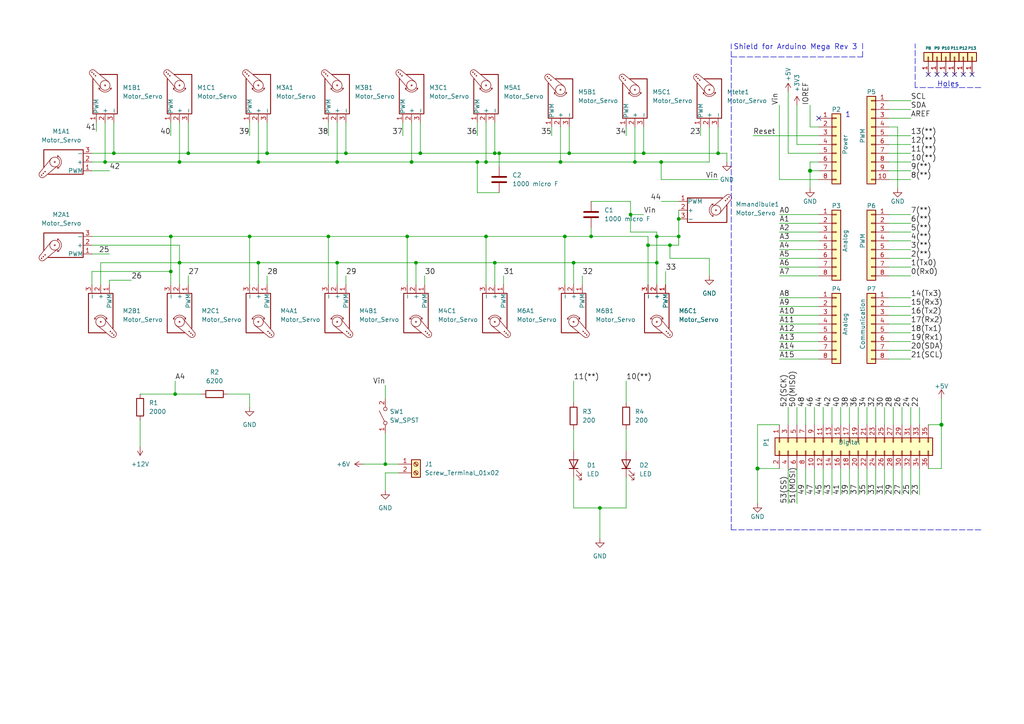
<source format=kicad_sch>
(kicad_sch (version 20211123) (generator eeschema)

  (uuid 0a8dfc5c-35dc-4e44-a2bf-5968ebf90cca)

  (paper "A4")

  (title_block
    (date "mar. 31 mars 2015")
  )

  (lib_symbols
    (symbol "Connector:Screw_Terminal_01x02" (pin_names (offset 1.016) hide) (in_bom yes) (on_board yes)
      (property "Reference" "J" (id 0) (at 0 2.54 0)
        (effects (font (size 1.27 1.27)))
      )
      (property "Value" "Screw_Terminal_01x02" (id 1) (at 0 -5.08 0)
        (effects (font (size 1.27 1.27)))
      )
      (property "Footprint" "" (id 2) (at 0 0 0)
        (effects (font (size 1.27 1.27)) hide)
      )
      (property "Datasheet" "~" (id 3) (at 0 0 0)
        (effects (font (size 1.27 1.27)) hide)
      )
      (property "ki_keywords" "screw terminal" (id 4) (at 0 0 0)
        (effects (font (size 1.27 1.27)) hide)
      )
      (property "ki_description" "Generic screw terminal, single row, 01x02, script generated (kicad-library-utils/schlib/autogen/connector/)" (id 5) (at 0 0 0)
        (effects (font (size 1.27 1.27)) hide)
      )
      (property "ki_fp_filters" "TerminalBlock*:*" (id 6) (at 0 0 0)
        (effects (font (size 1.27 1.27)) hide)
      )
      (symbol "Screw_Terminal_01x02_1_1"
        (rectangle (start -1.27 1.27) (end 1.27 -3.81)
          (stroke (width 0.254) (type default) (color 0 0 0 0))
          (fill (type background))
        )
        (circle (center 0 -2.54) (radius 0.635)
          (stroke (width 0.1524) (type default) (color 0 0 0 0))
          (fill (type none))
        )
        (polyline
          (pts
            (xy -0.5334 -2.2098)
            (xy 0.3302 -3.048)
          )
          (stroke (width 0.1524) (type default) (color 0 0 0 0))
          (fill (type none))
        )
        (polyline
          (pts
            (xy -0.5334 0.3302)
            (xy 0.3302 -0.508)
          )
          (stroke (width 0.1524) (type default) (color 0 0 0 0))
          (fill (type none))
        )
        (polyline
          (pts
            (xy -0.3556 -2.032)
            (xy 0.508 -2.8702)
          )
          (stroke (width 0.1524) (type default) (color 0 0 0 0))
          (fill (type none))
        )
        (polyline
          (pts
            (xy -0.3556 0.508)
            (xy 0.508 -0.3302)
          )
          (stroke (width 0.1524) (type default) (color 0 0 0 0))
          (fill (type none))
        )
        (circle (center 0 0) (radius 0.635)
          (stroke (width 0.1524) (type default) (color 0 0 0 0))
          (fill (type none))
        )
        (pin passive line (at -5.08 0 0) (length 3.81)
          (name "Pin_1" (effects (font (size 1.27 1.27))))
          (number "1" (effects (font (size 1.27 1.27))))
        )
        (pin passive line (at -5.08 -2.54 0) (length 3.81)
          (name "Pin_2" (effects (font (size 1.27 1.27))))
          (number "2" (effects (font (size 1.27 1.27))))
        )
      )
    )
    (symbol "Connector_Generic:Conn_01x01" (pin_names (offset 1.016) hide) (in_bom yes) (on_board yes)
      (property "Reference" "J" (id 0) (at 0 2.54 0)
        (effects (font (size 1.27 1.27)))
      )
      (property "Value" "Conn_01x01" (id 1) (at 0 -2.54 0)
        (effects (font (size 1.27 1.27)))
      )
      (property "Footprint" "" (id 2) (at 0 0 0)
        (effects (font (size 1.27 1.27)) hide)
      )
      (property "Datasheet" "~" (id 3) (at 0 0 0)
        (effects (font (size 1.27 1.27)) hide)
      )
      (property "ki_keywords" "connector" (id 4) (at 0 0 0)
        (effects (font (size 1.27 1.27)) hide)
      )
      (property "ki_description" "Generic connector, single row, 01x01, script generated (kicad-library-utils/schlib/autogen/connector/)" (id 5) (at 0 0 0)
        (effects (font (size 1.27 1.27)) hide)
      )
      (property "ki_fp_filters" "Connector*:*_1x??_*" (id 6) (at 0 0 0)
        (effects (font (size 1.27 1.27)) hide)
      )
      (symbol "Conn_01x01_1_1"
        (rectangle (start -1.27 0.127) (end 0 -0.127)
          (stroke (width 0.1524) (type default) (color 0 0 0 0))
          (fill (type none))
        )
        (rectangle (start -1.27 1.27) (end 1.27 -1.27)
          (stroke (width 0.254) (type default) (color 0 0 0 0))
          (fill (type background))
        )
        (pin passive line (at -5.08 0 0) (length 3.81)
          (name "Pin_1" (effects (font (size 1.27 1.27))))
          (number "1" (effects (font (size 1.27 1.27))))
        )
      )
    )
    (symbol "Connector_Generic:Conn_01x08" (pin_names (offset 1.016) hide) (in_bom yes) (on_board yes)
      (property "Reference" "J" (id 0) (at 0 10.16 0)
        (effects (font (size 1.27 1.27)))
      )
      (property "Value" "Conn_01x08" (id 1) (at 0 -12.7 0)
        (effects (font (size 1.27 1.27)))
      )
      (property "Footprint" "" (id 2) (at 0 0 0)
        (effects (font (size 1.27 1.27)) hide)
      )
      (property "Datasheet" "~" (id 3) (at 0 0 0)
        (effects (font (size 1.27 1.27)) hide)
      )
      (property "ki_keywords" "connector" (id 4) (at 0 0 0)
        (effects (font (size 1.27 1.27)) hide)
      )
      (property "ki_description" "Generic connector, single row, 01x08, script generated (kicad-library-utils/schlib/autogen/connector/)" (id 5) (at 0 0 0)
        (effects (font (size 1.27 1.27)) hide)
      )
      (property "ki_fp_filters" "Connector*:*_1x??_*" (id 6) (at 0 0 0)
        (effects (font (size 1.27 1.27)) hide)
      )
      (symbol "Conn_01x08_1_1"
        (rectangle (start -1.27 -10.033) (end 0 -10.287)
          (stroke (width 0.1524) (type default) (color 0 0 0 0))
          (fill (type none))
        )
        (rectangle (start -1.27 -7.493) (end 0 -7.747)
          (stroke (width 0.1524) (type default) (color 0 0 0 0))
          (fill (type none))
        )
        (rectangle (start -1.27 -4.953) (end 0 -5.207)
          (stroke (width 0.1524) (type default) (color 0 0 0 0))
          (fill (type none))
        )
        (rectangle (start -1.27 -2.413) (end 0 -2.667)
          (stroke (width 0.1524) (type default) (color 0 0 0 0))
          (fill (type none))
        )
        (rectangle (start -1.27 0.127) (end 0 -0.127)
          (stroke (width 0.1524) (type default) (color 0 0 0 0))
          (fill (type none))
        )
        (rectangle (start -1.27 2.667) (end 0 2.413)
          (stroke (width 0.1524) (type default) (color 0 0 0 0))
          (fill (type none))
        )
        (rectangle (start -1.27 5.207) (end 0 4.953)
          (stroke (width 0.1524) (type default) (color 0 0 0 0))
          (fill (type none))
        )
        (rectangle (start -1.27 7.747) (end 0 7.493)
          (stroke (width 0.1524) (type default) (color 0 0 0 0))
          (fill (type none))
        )
        (rectangle (start -1.27 8.89) (end 1.27 -11.43)
          (stroke (width 0.254) (type default) (color 0 0 0 0))
          (fill (type background))
        )
        (pin passive line (at -5.08 7.62 0) (length 3.81)
          (name "Pin_1" (effects (font (size 1.27 1.27))))
          (number "1" (effects (font (size 1.27 1.27))))
        )
        (pin passive line (at -5.08 5.08 0) (length 3.81)
          (name "Pin_2" (effects (font (size 1.27 1.27))))
          (number "2" (effects (font (size 1.27 1.27))))
        )
        (pin passive line (at -5.08 2.54 0) (length 3.81)
          (name "Pin_3" (effects (font (size 1.27 1.27))))
          (number "3" (effects (font (size 1.27 1.27))))
        )
        (pin passive line (at -5.08 0 0) (length 3.81)
          (name "Pin_4" (effects (font (size 1.27 1.27))))
          (number "4" (effects (font (size 1.27 1.27))))
        )
        (pin passive line (at -5.08 -2.54 0) (length 3.81)
          (name "Pin_5" (effects (font (size 1.27 1.27))))
          (number "5" (effects (font (size 1.27 1.27))))
        )
        (pin passive line (at -5.08 -5.08 0) (length 3.81)
          (name "Pin_6" (effects (font (size 1.27 1.27))))
          (number "6" (effects (font (size 1.27 1.27))))
        )
        (pin passive line (at -5.08 -7.62 0) (length 3.81)
          (name "Pin_7" (effects (font (size 1.27 1.27))))
          (number "7" (effects (font (size 1.27 1.27))))
        )
        (pin passive line (at -5.08 -10.16 0) (length 3.81)
          (name "Pin_8" (effects (font (size 1.27 1.27))))
          (number "8" (effects (font (size 1.27 1.27))))
        )
      )
    )
    (symbol "Connector_Generic:Conn_01x10" (pin_names (offset 1.016) hide) (in_bom yes) (on_board yes)
      (property "Reference" "J" (id 0) (at 0 12.7 0)
        (effects (font (size 1.27 1.27)))
      )
      (property "Value" "Conn_01x10" (id 1) (at 0 -15.24 0)
        (effects (font (size 1.27 1.27)))
      )
      (property "Footprint" "" (id 2) (at 0 0 0)
        (effects (font (size 1.27 1.27)) hide)
      )
      (property "Datasheet" "~" (id 3) (at 0 0 0)
        (effects (font (size 1.27 1.27)) hide)
      )
      (property "ki_keywords" "connector" (id 4) (at 0 0 0)
        (effects (font (size 1.27 1.27)) hide)
      )
      (property "ki_description" "Generic connector, single row, 01x10, script generated (kicad-library-utils/schlib/autogen/connector/)" (id 5) (at 0 0 0)
        (effects (font (size 1.27 1.27)) hide)
      )
      (property "ki_fp_filters" "Connector*:*_1x??_*" (id 6) (at 0 0 0)
        (effects (font (size 1.27 1.27)) hide)
      )
      (symbol "Conn_01x10_1_1"
        (rectangle (start -1.27 -12.573) (end 0 -12.827)
          (stroke (width 0.1524) (type default) (color 0 0 0 0))
          (fill (type none))
        )
        (rectangle (start -1.27 -10.033) (end 0 -10.287)
          (stroke (width 0.1524) (type default) (color 0 0 0 0))
          (fill (type none))
        )
        (rectangle (start -1.27 -7.493) (end 0 -7.747)
          (stroke (width 0.1524) (type default) (color 0 0 0 0))
          (fill (type none))
        )
        (rectangle (start -1.27 -4.953) (end 0 -5.207)
          (stroke (width 0.1524) (type default) (color 0 0 0 0))
          (fill (type none))
        )
        (rectangle (start -1.27 -2.413) (end 0 -2.667)
          (stroke (width 0.1524) (type default) (color 0 0 0 0))
          (fill (type none))
        )
        (rectangle (start -1.27 0.127) (end 0 -0.127)
          (stroke (width 0.1524) (type default) (color 0 0 0 0))
          (fill (type none))
        )
        (rectangle (start -1.27 2.667) (end 0 2.413)
          (stroke (width 0.1524) (type default) (color 0 0 0 0))
          (fill (type none))
        )
        (rectangle (start -1.27 5.207) (end 0 4.953)
          (stroke (width 0.1524) (type default) (color 0 0 0 0))
          (fill (type none))
        )
        (rectangle (start -1.27 7.747) (end 0 7.493)
          (stroke (width 0.1524) (type default) (color 0 0 0 0))
          (fill (type none))
        )
        (rectangle (start -1.27 10.287) (end 0 10.033)
          (stroke (width 0.1524) (type default) (color 0 0 0 0))
          (fill (type none))
        )
        (rectangle (start -1.27 11.43) (end 1.27 -13.97)
          (stroke (width 0.254) (type default) (color 0 0 0 0))
          (fill (type background))
        )
        (pin passive line (at -5.08 10.16 0) (length 3.81)
          (name "Pin_1" (effects (font (size 1.27 1.27))))
          (number "1" (effects (font (size 1.27 1.27))))
        )
        (pin passive line (at -5.08 -12.7 0) (length 3.81)
          (name "Pin_10" (effects (font (size 1.27 1.27))))
          (number "10" (effects (font (size 1.27 1.27))))
        )
        (pin passive line (at -5.08 7.62 0) (length 3.81)
          (name "Pin_2" (effects (font (size 1.27 1.27))))
          (number "2" (effects (font (size 1.27 1.27))))
        )
        (pin passive line (at -5.08 5.08 0) (length 3.81)
          (name "Pin_3" (effects (font (size 1.27 1.27))))
          (number "3" (effects (font (size 1.27 1.27))))
        )
        (pin passive line (at -5.08 2.54 0) (length 3.81)
          (name "Pin_4" (effects (font (size 1.27 1.27))))
          (number "4" (effects (font (size 1.27 1.27))))
        )
        (pin passive line (at -5.08 0 0) (length 3.81)
          (name "Pin_5" (effects (font (size 1.27 1.27))))
          (number "5" (effects (font (size 1.27 1.27))))
        )
        (pin passive line (at -5.08 -2.54 0) (length 3.81)
          (name "Pin_6" (effects (font (size 1.27 1.27))))
          (number "6" (effects (font (size 1.27 1.27))))
        )
        (pin passive line (at -5.08 -5.08 0) (length 3.81)
          (name "Pin_7" (effects (font (size 1.27 1.27))))
          (number "7" (effects (font (size 1.27 1.27))))
        )
        (pin passive line (at -5.08 -7.62 0) (length 3.81)
          (name "Pin_8" (effects (font (size 1.27 1.27))))
          (number "8" (effects (font (size 1.27 1.27))))
        )
        (pin passive line (at -5.08 -10.16 0) (length 3.81)
          (name "Pin_9" (effects (font (size 1.27 1.27))))
          (number "9" (effects (font (size 1.27 1.27))))
        )
      )
    )
    (symbol "Connector_Generic:Conn_02x18_Odd_Even" (pin_names (offset 1.016) hide) (in_bom yes) (on_board yes)
      (property "Reference" "J" (id 0) (at 1.27 22.86 0)
        (effects (font (size 1.27 1.27)))
      )
      (property "Value" "Conn_02x18_Odd_Even" (id 1) (at 1.27 -25.4 0)
        (effects (font (size 1.27 1.27)))
      )
      (property "Footprint" "" (id 2) (at 0 0 0)
        (effects (font (size 1.27 1.27)) hide)
      )
      (property "Datasheet" "~" (id 3) (at 0 0 0)
        (effects (font (size 1.27 1.27)) hide)
      )
      (property "ki_keywords" "connector" (id 4) (at 0 0 0)
        (effects (font (size 1.27 1.27)) hide)
      )
      (property "ki_description" "Generic connector, double row, 02x18, odd/even pin numbering scheme (row 1 odd numbers, row 2 even numbers), script generated (kicad-library-utils/schlib/autogen/connector/)" (id 5) (at 0 0 0)
        (effects (font (size 1.27 1.27)) hide)
      )
      (property "ki_fp_filters" "Connector*:*_2x??_*" (id 6) (at 0 0 0)
        (effects (font (size 1.27 1.27)) hide)
      )
      (symbol "Conn_02x18_Odd_Even_1_1"
        (rectangle (start -1.27 -22.733) (end 0 -22.987)
          (stroke (width 0.1524) (type default) (color 0 0 0 0))
          (fill (type none))
        )
        (rectangle (start -1.27 -20.193) (end 0 -20.447)
          (stroke (width 0.1524) (type default) (color 0 0 0 0))
          (fill (type none))
        )
        (rectangle (start -1.27 -17.653) (end 0 -17.907)
          (stroke (width 0.1524) (type default) (color 0 0 0 0))
          (fill (type none))
        )
        (rectangle (start -1.27 -15.113) (end 0 -15.367)
          (stroke (width 0.1524) (type default) (color 0 0 0 0))
          (fill (type none))
        )
        (rectangle (start -1.27 -12.573) (end 0 -12.827)
          (stroke (width 0.1524) (type default) (color 0 0 0 0))
          (fill (type none))
        )
        (rectangle (start -1.27 -10.033) (end 0 -10.287)
          (stroke (width 0.1524) (type default) (color 0 0 0 0))
          (fill (type none))
        )
        (rectangle (start -1.27 -7.493) (end 0 -7.747)
          (stroke (width 0.1524) (type default) (color 0 0 0 0))
          (fill (type none))
        )
        (rectangle (start -1.27 -4.953) (end 0 -5.207)
          (stroke (width 0.1524) (type default) (color 0 0 0 0))
          (fill (type none))
        )
        (rectangle (start -1.27 -2.413) (end 0 -2.667)
          (stroke (width 0.1524) (type default) (color 0 0 0 0))
          (fill (type none))
        )
        (rectangle (start -1.27 0.127) (end 0 -0.127)
          (stroke (width 0.1524) (type default) (color 0 0 0 0))
          (fill (type none))
        )
        (rectangle (start -1.27 2.667) (end 0 2.413)
          (stroke (width 0.1524) (type default) (color 0 0 0 0))
          (fill (type none))
        )
        (rectangle (start -1.27 5.207) (end 0 4.953)
          (stroke (width 0.1524) (type default) (color 0 0 0 0))
          (fill (type none))
        )
        (rectangle (start -1.27 7.747) (end 0 7.493)
          (stroke (width 0.1524) (type default) (color 0 0 0 0))
          (fill (type none))
        )
        (rectangle (start -1.27 10.287) (end 0 10.033)
          (stroke (width 0.1524) (type default) (color 0 0 0 0))
          (fill (type none))
        )
        (rectangle (start -1.27 12.827) (end 0 12.573)
          (stroke (width 0.1524) (type default) (color 0 0 0 0))
          (fill (type none))
        )
        (rectangle (start -1.27 15.367) (end 0 15.113)
          (stroke (width 0.1524) (type default) (color 0 0 0 0))
          (fill (type none))
        )
        (rectangle (start -1.27 17.907) (end 0 17.653)
          (stroke (width 0.1524) (type default) (color 0 0 0 0))
          (fill (type none))
        )
        (rectangle (start -1.27 20.447) (end 0 20.193)
          (stroke (width 0.1524) (type default) (color 0 0 0 0))
          (fill (type none))
        )
        (rectangle (start -1.27 21.59) (end 3.81 -24.13)
          (stroke (width 0.254) (type default) (color 0 0 0 0))
          (fill (type background))
        )
        (rectangle (start 3.81 -22.733) (end 2.54 -22.987)
          (stroke (width 0.1524) (type default) (color 0 0 0 0))
          (fill (type none))
        )
        (rectangle (start 3.81 -20.193) (end 2.54 -20.447)
          (stroke (width 0.1524) (type default) (color 0 0 0 0))
          (fill (type none))
        )
        (rectangle (start 3.81 -17.653) (end 2.54 -17.907)
          (stroke (width 0.1524) (type default) (color 0 0 0 0))
          (fill (type none))
        )
        (rectangle (start 3.81 -15.113) (end 2.54 -15.367)
          (stroke (width 0.1524) (type default) (color 0 0 0 0))
          (fill (type none))
        )
        (rectangle (start 3.81 -12.573) (end 2.54 -12.827)
          (stroke (width 0.1524) (type default) (color 0 0 0 0))
          (fill (type none))
        )
        (rectangle (start 3.81 -10.033) (end 2.54 -10.287)
          (stroke (width 0.1524) (type default) (color 0 0 0 0))
          (fill (type none))
        )
        (rectangle (start 3.81 -7.493) (end 2.54 -7.747)
          (stroke (width 0.1524) (type default) (color 0 0 0 0))
          (fill (type none))
        )
        (rectangle (start 3.81 -4.953) (end 2.54 -5.207)
          (stroke (width 0.1524) (type default) (color 0 0 0 0))
          (fill (type none))
        )
        (rectangle (start 3.81 -2.413) (end 2.54 -2.667)
          (stroke (width 0.1524) (type default) (color 0 0 0 0))
          (fill (type none))
        )
        (rectangle (start 3.81 0.127) (end 2.54 -0.127)
          (stroke (width 0.1524) (type default) (color 0 0 0 0))
          (fill (type none))
        )
        (rectangle (start 3.81 2.667) (end 2.54 2.413)
          (stroke (width 0.1524) (type default) (color 0 0 0 0))
          (fill (type none))
        )
        (rectangle (start 3.81 5.207) (end 2.54 4.953)
          (stroke (width 0.1524) (type default) (color 0 0 0 0))
          (fill (type none))
        )
        (rectangle (start 3.81 7.747) (end 2.54 7.493)
          (stroke (width 0.1524) (type default) (color 0 0 0 0))
          (fill (type none))
        )
        (rectangle (start 3.81 10.287) (end 2.54 10.033)
          (stroke (width 0.1524) (type default) (color 0 0 0 0))
          (fill (type none))
        )
        (rectangle (start 3.81 12.827) (end 2.54 12.573)
          (stroke (width 0.1524) (type default) (color 0 0 0 0))
          (fill (type none))
        )
        (rectangle (start 3.81 15.367) (end 2.54 15.113)
          (stroke (width 0.1524) (type default) (color 0 0 0 0))
          (fill (type none))
        )
        (rectangle (start 3.81 17.907) (end 2.54 17.653)
          (stroke (width 0.1524) (type default) (color 0 0 0 0))
          (fill (type none))
        )
        (rectangle (start 3.81 20.447) (end 2.54 20.193)
          (stroke (width 0.1524) (type default) (color 0 0 0 0))
          (fill (type none))
        )
        (pin passive line (at -5.08 20.32 0) (length 3.81)
          (name "Pin_1" (effects (font (size 1.27 1.27))))
          (number "1" (effects (font (size 1.27 1.27))))
        )
        (pin passive line (at 7.62 10.16 180) (length 3.81)
          (name "Pin_10" (effects (font (size 1.27 1.27))))
          (number "10" (effects (font (size 1.27 1.27))))
        )
        (pin passive line (at -5.08 7.62 0) (length 3.81)
          (name "Pin_11" (effects (font (size 1.27 1.27))))
          (number "11" (effects (font (size 1.27 1.27))))
        )
        (pin passive line (at 7.62 7.62 180) (length 3.81)
          (name "Pin_12" (effects (font (size 1.27 1.27))))
          (number "12" (effects (font (size 1.27 1.27))))
        )
        (pin passive line (at -5.08 5.08 0) (length 3.81)
          (name "Pin_13" (effects (font (size 1.27 1.27))))
          (number "13" (effects (font (size 1.27 1.27))))
        )
        (pin passive line (at 7.62 5.08 180) (length 3.81)
          (name "Pin_14" (effects (font (size 1.27 1.27))))
          (number "14" (effects (font (size 1.27 1.27))))
        )
        (pin passive line (at -5.08 2.54 0) (length 3.81)
          (name "Pin_15" (effects (font (size 1.27 1.27))))
          (number "15" (effects (font (size 1.27 1.27))))
        )
        (pin passive line (at 7.62 2.54 180) (length 3.81)
          (name "Pin_16" (effects (font (size 1.27 1.27))))
          (number "16" (effects (font (size 1.27 1.27))))
        )
        (pin passive line (at -5.08 0 0) (length 3.81)
          (name "Pin_17" (effects (font (size 1.27 1.27))))
          (number "17" (effects (font (size 1.27 1.27))))
        )
        (pin passive line (at 7.62 0 180) (length 3.81)
          (name "Pin_18" (effects (font (size 1.27 1.27))))
          (number "18" (effects (font (size 1.27 1.27))))
        )
        (pin passive line (at -5.08 -2.54 0) (length 3.81)
          (name "Pin_19" (effects (font (size 1.27 1.27))))
          (number "19" (effects (font (size 1.27 1.27))))
        )
        (pin passive line (at 7.62 20.32 180) (length 3.81)
          (name "Pin_2" (effects (font (size 1.27 1.27))))
          (number "2" (effects (font (size 1.27 1.27))))
        )
        (pin passive line (at 7.62 -2.54 180) (length 3.81)
          (name "Pin_20" (effects (font (size 1.27 1.27))))
          (number "20" (effects (font (size 1.27 1.27))))
        )
        (pin passive line (at -5.08 -5.08 0) (length 3.81)
          (name "Pin_21" (effects (font (size 1.27 1.27))))
          (number "21" (effects (font (size 1.27 1.27))))
        )
        (pin passive line (at 7.62 -5.08 180) (length 3.81)
          (name "Pin_22" (effects (font (size 1.27 1.27))))
          (number "22" (effects (font (size 1.27 1.27))))
        )
        (pin passive line (at -5.08 -7.62 0) (length 3.81)
          (name "Pin_23" (effects (font (size 1.27 1.27))))
          (number "23" (effects (font (size 1.27 1.27))))
        )
        (pin passive line (at 7.62 -7.62 180) (length 3.81)
          (name "Pin_24" (effects (font (size 1.27 1.27))))
          (number "24" (effects (font (size 1.27 1.27))))
        )
        (pin passive line (at -5.08 -10.16 0) (length 3.81)
          (name "Pin_25" (effects (font (size 1.27 1.27))))
          (number "25" (effects (font (size 1.27 1.27))))
        )
        (pin passive line (at 7.62 -10.16 180) (length 3.81)
          (name "Pin_26" (effects (font (size 1.27 1.27))))
          (number "26" (effects (font (size 1.27 1.27))))
        )
        (pin passive line (at -5.08 -12.7 0) (length 3.81)
          (name "Pin_27" (effects (font (size 1.27 1.27))))
          (number "27" (effects (font (size 1.27 1.27))))
        )
        (pin passive line (at 7.62 -12.7 180) (length 3.81)
          (name "Pin_28" (effects (font (size 1.27 1.27))))
          (number "28" (effects (font (size 1.27 1.27))))
        )
        (pin passive line (at -5.08 -15.24 0) (length 3.81)
          (name "Pin_29" (effects (font (size 1.27 1.27))))
          (number "29" (effects (font (size 1.27 1.27))))
        )
        (pin passive line (at -5.08 17.78 0) (length 3.81)
          (name "Pin_3" (effects (font (size 1.27 1.27))))
          (number "3" (effects (font (size 1.27 1.27))))
        )
        (pin passive line (at 7.62 -15.24 180) (length 3.81)
          (name "Pin_30" (effects (font (size 1.27 1.27))))
          (number "30" (effects (font (size 1.27 1.27))))
        )
        (pin passive line (at -5.08 -17.78 0) (length 3.81)
          (name "Pin_31" (effects (font (size 1.27 1.27))))
          (number "31" (effects (font (size 1.27 1.27))))
        )
        (pin passive line (at 7.62 -17.78 180) (length 3.81)
          (name "Pin_32" (effects (font (size 1.27 1.27))))
          (number "32" (effects (font (size 1.27 1.27))))
        )
        (pin passive line (at -5.08 -20.32 0) (length 3.81)
          (name "Pin_33" (effects (font (size 1.27 1.27))))
          (number "33" (effects (font (size 1.27 1.27))))
        )
        (pin passive line (at 7.62 -20.32 180) (length 3.81)
          (name "Pin_34" (effects (font (size 1.27 1.27))))
          (number "34" (effects (font (size 1.27 1.27))))
        )
        (pin passive line (at -5.08 -22.86 0) (length 3.81)
          (name "Pin_35" (effects (font (size 1.27 1.27))))
          (number "35" (effects (font (size 1.27 1.27))))
        )
        (pin passive line (at 7.62 -22.86 180) (length 3.81)
          (name "Pin_36" (effects (font (size 1.27 1.27))))
          (number "36" (effects (font (size 1.27 1.27))))
        )
        (pin passive line (at 7.62 17.78 180) (length 3.81)
          (name "Pin_4" (effects (font (size 1.27 1.27))))
          (number "4" (effects (font (size 1.27 1.27))))
        )
        (pin passive line (at -5.08 15.24 0) (length 3.81)
          (name "Pin_5" (effects (font (size 1.27 1.27))))
          (number "5" (effects (font (size 1.27 1.27))))
        )
        (pin passive line (at 7.62 15.24 180) (length 3.81)
          (name "Pin_6" (effects (font (size 1.27 1.27))))
          (number "6" (effects (font (size 1.27 1.27))))
        )
        (pin passive line (at -5.08 12.7 0) (length 3.81)
          (name "Pin_7" (effects (font (size 1.27 1.27))))
          (number "7" (effects (font (size 1.27 1.27))))
        )
        (pin passive line (at 7.62 12.7 180) (length 3.81)
          (name "Pin_8" (effects (font (size 1.27 1.27))))
          (number "8" (effects (font (size 1.27 1.27))))
        )
        (pin passive line (at -5.08 10.16 0) (length 3.81)
          (name "Pin_9" (effects (font (size 1.27 1.27))))
          (number "9" (effects (font (size 1.27 1.27))))
        )
      )
    )
    (symbol "Device:C" (pin_numbers hide) (pin_names (offset 0.254)) (in_bom yes) (on_board yes)
      (property "Reference" "C" (id 0) (at 0.635 2.54 0)
        (effects (font (size 1.27 1.27)) (justify left))
      )
      (property "Value" "C" (id 1) (at 0.635 -2.54 0)
        (effects (font (size 1.27 1.27)) (justify left))
      )
      (property "Footprint" "" (id 2) (at 0.9652 -3.81 0)
        (effects (font (size 1.27 1.27)) hide)
      )
      (property "Datasheet" "~" (id 3) (at 0 0 0)
        (effects (font (size 1.27 1.27)) hide)
      )
      (property "ki_keywords" "cap capacitor" (id 4) (at 0 0 0)
        (effects (font (size 1.27 1.27)) hide)
      )
      (property "ki_description" "Unpolarized capacitor" (id 5) (at 0 0 0)
        (effects (font (size 1.27 1.27)) hide)
      )
      (property "ki_fp_filters" "C_*" (id 6) (at 0 0 0)
        (effects (font (size 1.27 1.27)) hide)
      )
      (symbol "C_0_1"
        (polyline
          (pts
            (xy -2.032 -0.762)
            (xy 2.032 -0.762)
          )
          (stroke (width 0.508) (type default) (color 0 0 0 0))
          (fill (type none))
        )
        (polyline
          (pts
            (xy -2.032 0.762)
            (xy 2.032 0.762)
          )
          (stroke (width 0.508) (type default) (color 0 0 0 0))
          (fill (type none))
        )
      )
      (symbol "C_1_1"
        (pin passive line (at 0 3.81 270) (length 2.794)
          (name "~" (effects (font (size 1.27 1.27))))
          (number "1" (effects (font (size 1.27 1.27))))
        )
        (pin passive line (at 0 -3.81 90) (length 2.794)
          (name "~" (effects (font (size 1.27 1.27))))
          (number "2" (effects (font (size 1.27 1.27))))
        )
      )
    )
    (symbol "Device:LED" (pin_numbers hide) (pin_names (offset 1.016) hide) (in_bom yes) (on_board yes)
      (property "Reference" "D" (id 0) (at 0 2.54 0)
        (effects (font (size 1.27 1.27)))
      )
      (property "Value" "LED" (id 1) (at 0 -2.54 0)
        (effects (font (size 1.27 1.27)))
      )
      (property "Footprint" "" (id 2) (at 0 0 0)
        (effects (font (size 1.27 1.27)) hide)
      )
      (property "Datasheet" "~" (id 3) (at 0 0 0)
        (effects (font (size 1.27 1.27)) hide)
      )
      (property "ki_keywords" "LED diode" (id 4) (at 0 0 0)
        (effects (font (size 1.27 1.27)) hide)
      )
      (property "ki_description" "Light emitting diode" (id 5) (at 0 0 0)
        (effects (font (size 1.27 1.27)) hide)
      )
      (property "ki_fp_filters" "LED* LED_SMD:* LED_THT:*" (id 6) (at 0 0 0)
        (effects (font (size 1.27 1.27)) hide)
      )
      (symbol "LED_0_1"
        (polyline
          (pts
            (xy -1.27 -1.27)
            (xy -1.27 1.27)
          )
          (stroke (width 0.254) (type default) (color 0 0 0 0))
          (fill (type none))
        )
        (polyline
          (pts
            (xy -1.27 0)
            (xy 1.27 0)
          )
          (stroke (width 0) (type default) (color 0 0 0 0))
          (fill (type none))
        )
        (polyline
          (pts
            (xy 1.27 -1.27)
            (xy 1.27 1.27)
            (xy -1.27 0)
            (xy 1.27 -1.27)
          )
          (stroke (width 0.254) (type default) (color 0 0 0 0))
          (fill (type none))
        )
        (polyline
          (pts
            (xy -3.048 -0.762)
            (xy -4.572 -2.286)
            (xy -3.81 -2.286)
            (xy -4.572 -2.286)
            (xy -4.572 -1.524)
          )
          (stroke (width 0) (type default) (color 0 0 0 0))
          (fill (type none))
        )
        (polyline
          (pts
            (xy -1.778 -0.762)
            (xy -3.302 -2.286)
            (xy -2.54 -2.286)
            (xy -3.302 -2.286)
            (xy -3.302 -1.524)
          )
          (stroke (width 0) (type default) (color 0 0 0 0))
          (fill (type none))
        )
      )
      (symbol "LED_1_1"
        (pin passive line (at -3.81 0 0) (length 2.54)
          (name "K" (effects (font (size 1.27 1.27))))
          (number "1" (effects (font (size 1.27 1.27))))
        )
        (pin passive line (at 3.81 0 180) (length 2.54)
          (name "A" (effects (font (size 1.27 1.27))))
          (number "2" (effects (font (size 1.27 1.27))))
        )
      )
    )
    (symbol "Device:R" (pin_numbers hide) (pin_names (offset 0)) (in_bom yes) (on_board yes)
      (property "Reference" "R" (id 0) (at 2.032 0 90)
        (effects (font (size 1.27 1.27)))
      )
      (property "Value" "R" (id 1) (at 0 0 90)
        (effects (font (size 1.27 1.27)))
      )
      (property "Footprint" "" (id 2) (at -1.778 0 90)
        (effects (font (size 1.27 1.27)) hide)
      )
      (property "Datasheet" "~" (id 3) (at 0 0 0)
        (effects (font (size 1.27 1.27)) hide)
      )
      (property "ki_keywords" "R res resistor" (id 4) (at 0 0 0)
        (effects (font (size 1.27 1.27)) hide)
      )
      (property "ki_description" "Resistor" (id 5) (at 0 0 0)
        (effects (font (size 1.27 1.27)) hide)
      )
      (property "ki_fp_filters" "R_*" (id 6) (at 0 0 0)
        (effects (font (size 1.27 1.27)) hide)
      )
      (symbol "R_0_1"
        (rectangle (start -1.016 -2.54) (end 1.016 2.54)
          (stroke (width 0.254) (type default) (color 0 0 0 0))
          (fill (type none))
        )
      )
      (symbol "R_1_1"
        (pin passive line (at 0 3.81 270) (length 1.27)
          (name "~" (effects (font (size 1.27 1.27))))
          (number "1" (effects (font (size 1.27 1.27))))
        )
        (pin passive line (at 0 -3.81 90) (length 1.27)
          (name "~" (effects (font (size 1.27 1.27))))
          (number "2" (effects (font (size 1.27 1.27))))
        )
      )
    )
    (symbol "Motor:Motor_Servo" (pin_names (offset 0.0254)) (in_bom yes) (on_board yes)
      (property "Reference" "M" (id 0) (at -5.08 4.445 0)
        (effects (font (size 1.27 1.27)) (justify left))
      )
      (property "Value" "Motor_Servo" (id 1) (at -5.08 -4.064 0)
        (effects (font (size 1.27 1.27)) (justify left top))
      )
      (property "Footprint" "" (id 2) (at 0 -4.826 0)
        (effects (font (size 1.27 1.27)) hide)
      )
      (property "Datasheet" "http://forums.parallax.com/uploads/attachments/46831/74481.png" (id 3) (at 0 -4.826 0)
        (effects (font (size 1.27 1.27)) hide)
      )
      (property "ki_keywords" "Servo Motor" (id 4) (at 0 0 0)
        (effects (font (size 1.27 1.27)) hide)
      )
      (property "ki_description" "Servo Motor (Futaba, HiTec, JR connector)" (id 5) (at 0 0 0)
        (effects (font (size 1.27 1.27)) hide)
      )
      (property "ki_fp_filters" "PinHeader*P2.54mm*" (id 6) (at 0 0 0)
        (effects (font (size 1.27 1.27)) hide)
      )
      (symbol "Motor_Servo_0_1"
        (polyline
          (pts
            (xy 2.413 -1.778)
            (xy 2.032 -1.778)
          )
          (stroke (width 0) (type default) (color 0 0 0 0))
          (fill (type none))
        )
        (polyline
          (pts
            (xy 2.413 -1.778)
            (xy 2.286 -1.397)
          )
          (stroke (width 0) (type default) (color 0 0 0 0))
          (fill (type none))
        )
        (polyline
          (pts
            (xy 2.413 1.778)
            (xy 1.905 1.778)
          )
          (stroke (width 0) (type default) (color 0 0 0 0))
          (fill (type none))
        )
        (polyline
          (pts
            (xy 2.413 1.778)
            (xy 2.286 1.397)
          )
          (stroke (width 0) (type default) (color 0 0 0 0))
          (fill (type none))
        )
        (polyline
          (pts
            (xy 6.35 4.445)
            (xy 2.54 1.27)
          )
          (stroke (width 0) (type default) (color 0 0 0 0))
          (fill (type none))
        )
        (polyline
          (pts
            (xy 7.62 3.175)
            (xy 4.191 -1.016)
          )
          (stroke (width 0) (type default) (color 0 0 0 0))
          (fill (type none))
        )
        (polyline
          (pts
            (xy 5.08 3.556)
            (xy -5.08 3.556)
            (xy -5.08 -3.556)
            (xy 6.35 -3.556)
            (xy 6.35 1.524)
          )
          (stroke (width 0.254) (type default) (color 0 0 0 0))
          (fill (type none))
        )
        (arc (start 2.413 1.778) (mid 1.2406 0) (end 2.413 -1.778)
          (stroke (width 0) (type default) (color 0 0 0 0))
          (fill (type none))
        )
        (circle (center 3.175 0) (radius 0.1778)
          (stroke (width 0) (type default) (color 0 0 0 0))
          (fill (type none))
        )
        (circle (center 3.175 0) (radius 1.4224)
          (stroke (width 0) (type default) (color 0 0 0 0))
          (fill (type none))
        )
        (circle (center 5.969 2.794) (radius 0.127)
          (stroke (width 0) (type default) (color 0 0 0 0))
          (fill (type none))
        )
        (circle (center 6.477 3.302) (radius 0.127)
          (stroke (width 0) (type default) (color 0 0 0 0))
          (fill (type none))
        )
        (circle (center 6.985 3.81) (radius 0.127)
          (stroke (width 0) (type default) (color 0 0 0 0))
          (fill (type none))
        )
        (arc (start 7.62 3.175) (mid 7.4485 4.2735) (end 6.35 4.445)
          (stroke (width 0) (type default) (color 0 0 0 0))
          (fill (type none))
        )
      )
      (symbol "Motor_Servo_1_1"
        (pin passive line (at -7.62 2.54 0) (length 2.54)
          (name "PWM" (effects (font (size 1.27 1.27))))
          (number "1" (effects (font (size 1.27 1.27))))
        )
        (pin passive line (at -7.62 0 0) (length 2.54)
          (name "+" (effects (font (size 1.27 1.27))))
          (number "2" (effects (font (size 1.27 1.27))))
        )
        (pin passive line (at -7.62 -2.54 0) (length 2.54)
          (name "-" (effects (font (size 1.27 1.27))))
          (number "3" (effects (font (size 1.27 1.27))))
        )
      )
    )
    (symbol "Switch:SW_SPST" (pin_names (offset 0) hide) (in_bom yes) (on_board yes)
      (property "Reference" "SW" (id 0) (at 0 3.175 0)
        (effects (font (size 1.27 1.27)))
      )
      (property "Value" "SW_SPST" (id 1) (at 0 -2.54 0)
        (effects (font (size 1.27 1.27)))
      )
      (property "Footprint" "" (id 2) (at 0 0 0)
        (effects (font (size 1.27 1.27)) hide)
      )
      (property "Datasheet" "~" (id 3) (at 0 0 0)
        (effects (font (size 1.27 1.27)) hide)
      )
      (property "ki_keywords" "switch lever" (id 4) (at 0 0 0)
        (effects (font (size 1.27 1.27)) hide)
      )
      (property "ki_description" "Single Pole Single Throw (SPST) switch" (id 5) (at 0 0 0)
        (effects (font (size 1.27 1.27)) hide)
      )
      (symbol "SW_SPST_0_0"
        (circle (center -2.032 0) (radius 0.508)
          (stroke (width 0) (type default) (color 0 0 0 0))
          (fill (type none))
        )
        (polyline
          (pts
            (xy -1.524 0.254)
            (xy 1.524 1.778)
          )
          (stroke (width 0) (type default) (color 0 0 0 0))
          (fill (type none))
        )
        (circle (center 2.032 0) (radius 0.508)
          (stroke (width 0) (type default) (color 0 0 0 0))
          (fill (type none))
        )
      )
      (symbol "SW_SPST_1_1"
        (pin passive line (at -5.08 0 0) (length 2.54)
          (name "A" (effects (font (size 1.27 1.27))))
          (number "1" (effects (font (size 1.27 1.27))))
        )
        (pin passive line (at 5.08 0 180) (length 2.54)
          (name "B" (effects (font (size 1.27 1.27))))
          (number "2" (effects (font (size 1.27 1.27))))
        )
      )
    )
    (symbol "power:+12V" (power) (pin_names (offset 0)) (in_bom yes) (on_board yes)
      (property "Reference" "#PWR" (id 0) (at 0 -3.81 0)
        (effects (font (size 1.27 1.27)) hide)
      )
      (property "Value" "+12V" (id 1) (at 0 3.556 0)
        (effects (font (size 1.27 1.27)))
      )
      (property "Footprint" "" (id 2) (at 0 0 0)
        (effects (font (size 1.27 1.27)) hide)
      )
      (property "Datasheet" "" (id 3) (at 0 0 0)
        (effects (font (size 1.27 1.27)) hide)
      )
      (property "ki_keywords" "power-flag" (id 4) (at 0 0 0)
        (effects (font (size 1.27 1.27)) hide)
      )
      (property "ki_description" "Power symbol creates a global label with name \"+12V\"" (id 5) (at 0 0 0)
        (effects (font (size 1.27 1.27)) hide)
      )
      (symbol "+12V_0_1"
        (polyline
          (pts
            (xy -0.762 1.27)
            (xy 0 2.54)
          )
          (stroke (width 0) (type default) (color 0 0 0 0))
          (fill (type none))
        )
        (polyline
          (pts
            (xy 0 0)
            (xy 0 2.54)
          )
          (stroke (width 0) (type default) (color 0 0 0 0))
          (fill (type none))
        )
        (polyline
          (pts
            (xy 0 2.54)
            (xy 0.762 1.27)
          )
          (stroke (width 0) (type default) (color 0 0 0 0))
          (fill (type none))
        )
      )
      (symbol "+12V_1_1"
        (pin power_in line (at 0 0 90) (length 0) hide
          (name "+12V" (effects (font (size 1.27 1.27))))
          (number "1" (effects (font (size 1.27 1.27))))
        )
      )
    )
    (symbol "power:+3V3" (power) (pin_names (offset 0)) (in_bom yes) (on_board yes)
      (property "Reference" "#PWR" (id 0) (at 0 -3.81 0)
        (effects (font (size 1.27 1.27)) hide)
      )
      (property "Value" "+3V3" (id 1) (at 0 3.556 0)
        (effects (font (size 1.27 1.27)))
      )
      (property "Footprint" "" (id 2) (at 0 0 0)
        (effects (font (size 1.27 1.27)) hide)
      )
      (property "Datasheet" "" (id 3) (at 0 0 0)
        (effects (font (size 1.27 1.27)) hide)
      )
      (property "ki_keywords" "power-flag" (id 4) (at 0 0 0)
        (effects (font (size 1.27 1.27)) hide)
      )
      (property "ki_description" "Power symbol creates a global label with name \"+3V3\"" (id 5) (at 0 0 0)
        (effects (font (size 1.27 1.27)) hide)
      )
      (symbol "+3V3_0_1"
        (polyline
          (pts
            (xy -0.762 1.27)
            (xy 0 2.54)
          )
          (stroke (width 0) (type default) (color 0 0 0 0))
          (fill (type none))
        )
        (polyline
          (pts
            (xy 0 0)
            (xy 0 2.54)
          )
          (stroke (width 0) (type default) (color 0 0 0 0))
          (fill (type none))
        )
        (polyline
          (pts
            (xy 0 2.54)
            (xy 0.762 1.27)
          )
          (stroke (width 0) (type default) (color 0 0 0 0))
          (fill (type none))
        )
      )
      (symbol "+3V3_1_1"
        (pin power_in line (at 0 0 90) (length 0) hide
          (name "+3V3" (effects (font (size 1.27 1.27))))
          (number "1" (effects (font (size 1.27 1.27))))
        )
      )
    )
    (symbol "power:+5V" (power) (pin_names (offset 0)) (in_bom yes) (on_board yes)
      (property "Reference" "#PWR" (id 0) (at 0 -3.81 0)
        (effects (font (size 1.27 1.27)) hide)
      )
      (property "Value" "+5V" (id 1) (at 0 3.556 0)
        (effects (font (size 1.27 1.27)))
      )
      (property "Footprint" "" (id 2) (at 0 0 0)
        (effects (font (size 1.27 1.27)) hide)
      )
      (property "Datasheet" "" (id 3) (at 0 0 0)
        (effects (font (size 1.27 1.27)) hide)
      )
      (property "ki_keywords" "power-flag" (id 4) (at 0 0 0)
        (effects (font (size 1.27 1.27)) hide)
      )
      (property "ki_description" "Power symbol creates a global label with name \"+5V\"" (id 5) (at 0 0 0)
        (effects (font (size 1.27 1.27)) hide)
      )
      (symbol "+5V_0_1"
        (polyline
          (pts
            (xy -0.762 1.27)
            (xy 0 2.54)
          )
          (stroke (width 0) (type default) (color 0 0 0 0))
          (fill (type none))
        )
        (polyline
          (pts
            (xy 0 0)
            (xy 0 2.54)
          )
          (stroke (width 0) (type default) (color 0 0 0 0))
          (fill (type none))
        )
        (polyline
          (pts
            (xy 0 2.54)
            (xy 0.762 1.27)
          )
          (stroke (width 0) (type default) (color 0 0 0 0))
          (fill (type none))
        )
      )
      (symbol "+5V_1_1"
        (pin power_in line (at 0 0 90) (length 0) hide
          (name "+5V" (effects (font (size 1.27 1.27))))
          (number "1" (effects (font (size 1.27 1.27))))
        )
      )
    )
    (symbol "power:+6V" (power) (pin_names (offset 0)) (in_bom yes) (on_board yes)
      (property "Reference" "#PWR" (id 0) (at 0 -3.81 0)
        (effects (font (size 1.27 1.27)) hide)
      )
      (property "Value" "+6V" (id 1) (at 0 3.556 0)
        (effects (font (size 1.27 1.27)))
      )
      (property "Footprint" "" (id 2) (at 0 0 0)
        (effects (font (size 1.27 1.27)) hide)
      )
      (property "Datasheet" "" (id 3) (at 0 0 0)
        (effects (font (size 1.27 1.27)) hide)
      )
      (property "ki_keywords" "power-flag" (id 4) (at 0 0 0)
        (effects (font (size 1.27 1.27)) hide)
      )
      (property "ki_description" "Power symbol creates a global label with name \"+6V\"" (id 5) (at 0 0 0)
        (effects (font (size 1.27 1.27)) hide)
      )
      (symbol "+6V_0_1"
        (polyline
          (pts
            (xy -0.762 1.27)
            (xy 0 2.54)
          )
          (stroke (width 0) (type default) (color 0 0 0 0))
          (fill (type none))
        )
        (polyline
          (pts
            (xy 0 0)
            (xy 0 2.54)
          )
          (stroke (width 0) (type default) (color 0 0 0 0))
          (fill (type none))
        )
        (polyline
          (pts
            (xy 0 2.54)
            (xy 0.762 1.27)
          )
          (stroke (width 0) (type default) (color 0 0 0 0))
          (fill (type none))
        )
      )
      (symbol "+6V_1_1"
        (pin power_in line (at 0 0 90) (length 0) hide
          (name "+6V" (effects (font (size 1.27 1.27))))
          (number "1" (effects (font (size 1.27 1.27))))
        )
      )
    )
    (symbol "power:GND" (power) (pin_names (offset 0)) (in_bom yes) (on_board yes)
      (property "Reference" "#PWR" (id 0) (at 0 -6.35 0)
        (effects (font (size 1.27 1.27)) hide)
      )
      (property "Value" "GND" (id 1) (at 0 -3.81 0)
        (effects (font (size 1.27 1.27)))
      )
      (property "Footprint" "" (id 2) (at 0 0 0)
        (effects (font (size 1.27 1.27)) hide)
      )
      (property "Datasheet" "" (id 3) (at 0 0 0)
        (effects (font (size 1.27 1.27)) hide)
      )
      (property "ki_keywords" "power-flag" (id 4) (at 0 0 0)
        (effects (font (size 1.27 1.27)) hide)
      )
      (property "ki_description" "Power symbol creates a global label with name \"GND\" , ground" (id 5) (at 0 0 0)
        (effects (font (size 1.27 1.27)) hide)
      )
      (symbol "GND_0_1"
        (polyline
          (pts
            (xy 0 0)
            (xy 0 -1.27)
            (xy 1.27 -1.27)
            (xy 0 -2.54)
            (xy -1.27 -1.27)
            (xy 0 -1.27)
          )
          (stroke (width 0) (type default) (color 0 0 0 0))
          (fill (type none))
        )
      )
      (symbol "GND_1_1"
        (pin power_in line (at 0 0 270) (length 0) hide
          (name "GND" (effects (font (size 1.27 1.27))))
          (number "1" (effects (font (size 1.27 1.27))))
        )
      )
    )
  )

  (junction (at 97.79 46.99) (diameter 0) (color 0 0 0 0)
    (uuid 019e1c82-1925-4b6c-bb65-d9ac2049fc06)
  )
  (junction (at 97.79 76.2) (diameter 0) (color 0 0 0 0)
    (uuid 09642b24-6135-4ae9-822c-1f34310a0b84)
  )
  (junction (at 52.07 76.2) (diameter 0) (color 0 0 0 0)
    (uuid 10d56c7f-9888-46ef-ad5c-50d82fcf8851)
  )
  (junction (at 184.15 46.99) (diameter 0) (color 0 0 0 0)
    (uuid 1528ec23-0172-4ce4-b199-19e9aa5f9b8d)
  )
  (junction (at 234.95 49.53) (diameter 1.016) (color 0 0 0 0)
    (uuid 153169ce-9fac-4868-bc4e-e1381c5bb726)
  )
  (junction (at 138.43 46.99) (diameter 0) (color 0 0 0 0)
    (uuid 1c1f186a-2f7f-4324-944f-35a409c46bf3)
  )
  (junction (at 194.31 71.12) (diameter 0) (color 0 0 0 0)
    (uuid 22c7aa26-64ee-4839-b096-77c706ba2338)
  )
  (junction (at 143.51 76.2) (diameter 0) (color 0 0 0 0)
    (uuid 2937dfcc-3a76-4c30-867e-2f0a65172978)
  )
  (junction (at 144.78 44.45) (diameter 0) (color 0 0 0 0)
    (uuid 33ab490e-21d2-499c-981d-d97a3eb5f905)
  )
  (junction (at 120.65 76.2) (diameter 0) (color 0 0 0 0)
    (uuid 37bd2b7e-b292-46d8-b0c3-55b04ea7530d)
  )
  (junction (at 140.97 46.99) (diameter 0) (color 0 0 0 0)
    (uuid 40a490f8-e590-429e-a454-b61c204570c8)
  )
  (junction (at 171.45 68.58) (diameter 0) (color 0 0 0 0)
    (uuid 45d22e1a-0a2b-4c0d-a6e7-4b7db1abcb26)
  )
  (junction (at 173.99 147.32) (diameter 0) (color 0 0 0 0)
    (uuid 46870c92-2007-47d9-8692-9e586d82b17a)
  )
  (junction (at 49.53 78.74) (diameter 0) (color 0 0 0 0)
    (uuid 4946bbaa-c42f-4927-a0e4-5d643349a624)
  )
  (junction (at 111.76 134.62) (diameter 0) (color 0 0 0 0)
    (uuid 53488249-4e9f-4a10-bf14-3530af3b3085)
  )
  (junction (at 140.97 68.58) (diameter 0) (color 0 0 0 0)
    (uuid 5ef2d4c1-b274-4483-b17e-84c931371d99)
  )
  (junction (at 182.88 62.23) (diameter 0) (color 0 0 0 0)
    (uuid 611a1787-cb25-48c8-9d4d-13ff32f6f638)
  )
  (junction (at 196.85 63.5) (diameter 0) (color 0 0 0 0)
    (uuid 65a0f181-6d8a-40d4-ad19-64d23e9db36b)
  )
  (junction (at 30.48 46.99) (diameter 0) (color 0 0 0 0)
    (uuid 67b14c05-bc4e-45e9-9677-d4a4e7e6b862)
  )
  (junction (at 190.5 68.58) (diameter 0) (color 0 0 0 0)
    (uuid 75c98113-1f4d-4789-810f-92b8c1596d55)
  )
  (junction (at 100.33 44.45) (diameter 0) (color 0 0 0 0)
    (uuid 762d7b54-d69a-4883-a7c6-2253d9922e2a)
  )
  (junction (at 186.69 44.45) (diameter 0) (color 0 0 0 0)
    (uuid 8135e39d-8a81-46c4-a843-875264f63416)
  )
  (junction (at 118.11 68.58) (diameter 0) (color 0 0 0 0)
    (uuid 81ba82a8-6caf-43e7-8cba-4033fb7a22d7)
  )
  (junction (at 208.28 44.45) (diameter 0) (color 0 0 0 0)
    (uuid 8c228230-d134-4b16-b7b4-28669155d13b)
  )
  (junction (at 165.1 44.45) (diameter 0) (color 0 0 0 0)
    (uuid 9d5e29c8-f98f-403c-9235-72300b9592ff)
  )
  (junction (at 219.71 135.89) (diameter 1.016) (color 0 0 0 0)
    (uuid 9e427954-2486-4c91-89b5-6af73a073442)
  )
  (junction (at 74.93 46.99) (diameter 0) (color 0 0 0 0)
    (uuid a5125585-d59d-4114-9115-7a0f710b31e2)
  )
  (junction (at 163.83 68.58) (diameter 0) (color 0 0 0 0)
    (uuid a63a8255-6834-4b5a-9655-c0eae0b545f1)
  )
  (junction (at 74.93 76.2) (diameter 0) (color 0 0 0 0)
    (uuid ae3039c0-c678-4fbe-bb2b-4bc243527db5)
  )
  (junction (at 166.37 76.2) (diameter 0) (color 0 0 0 0)
    (uuid b02a1cc0-c00d-4844-9d3e-18933944bc61)
  )
  (junction (at 273.05 123.19) (diameter 1.016) (color 0 0 0 0)
    (uuid b121f1ff-8472-460b-ab2d-5110ddd1ca28)
  )
  (junction (at 50.8 114.3) (diameter 0) (color 0 0 0 0)
    (uuid b41b5423-fa50-4b82-8fc0-77055f4f1dda)
  )
  (junction (at 196.85 68.58) (diameter 0) (color 0 0 0 0)
    (uuid b7d68b5f-9e51-4ee8-aee3-7efbd06627c9)
  )
  (junction (at 119.38 46.99) (diameter 0) (color 0 0 0 0)
    (uuid c57dac20-7d36-423c-ad7f-40f22decaf60)
  )
  (junction (at 72.39 68.58) (diameter 0) (color 0 0 0 0)
    (uuid c6ab2897-c27c-49a4-8ec0-6b96491b8200)
  )
  (junction (at 77.47 44.45) (diameter 0) (color 0 0 0 0)
    (uuid c902014f-0b6e-4180-a4f4-8dd34b930775)
  )
  (junction (at 121.92 44.45) (diameter 0) (color 0 0 0 0)
    (uuid d0a16b5b-c180-4645-aea8-1e546e6ad219)
  )
  (junction (at 95.25 68.58) (diameter 0) (color 0 0 0 0)
    (uuid d63d3a1b-1f92-4986-b985-7b30d2cc0b6e)
  )
  (junction (at 190.5 76.2) (diameter 0) (color 0 0 0 0)
    (uuid e065604a-4c4e-48ea-b450-7426c9764f46)
  )
  (junction (at 191.77 46.99) (diameter 0) (color 0 0 0 0)
    (uuid e27bd062-a0c1-4ee7-a2cb-383de8c52a6e)
  )
  (junction (at 33.02 44.45) (diameter 0) (color 0 0 0 0)
    (uuid e396d6ce-5209-4d2d-a0c0-bb03405221de)
  )
  (junction (at 49.53 68.58) (diameter 0) (color 0 0 0 0)
    (uuid ec229302-9b4a-4ddb-b433-611cf7bb8879)
  )
  (junction (at 162.56 46.99) (diameter 0) (color 0 0 0 0)
    (uuid f2a902d6-c929-4d42-8313-cf365f623085)
  )
  (junction (at 54.61 44.45) (diameter 0) (color 0 0 0 0)
    (uuid f4065c7c-9bbd-48e9-9491-a63ed374013e)
  )
  (junction (at 143.51 44.45) (diameter 0) (color 0 0 0 0)
    (uuid f5c74d73-b6dc-4d9e-8e9b-0d87639d995a)
  )
  (junction (at 52.07 46.99) (diameter 0) (color 0 0 0 0)
    (uuid f8584644-b693-4036-afce-155b8ed4ac77)
  )
  (junction (at 187.96 71.12) (diameter 0) (color 0 0 0 0)
    (uuid fa9b4aa8-113b-42cf-8445-ab86ebdd0cdc)
  )

  (no_connect (at 269.24 21.59) (uuid 4f788da4-4372-48d6-b09a-e2c62f7fed37))
  (no_connect (at 271.78 21.59) (uuid a01bb413-f5c6-416b-ad55-7f936d0580ec))
  (no_connect (at 281.94 21.59) (uuid a5568199-51ad-4620-8d57-a54ad4bcc179))
  (no_connect (at 276.86 21.59) (uuid b47614ad-9f8f-45ba-b4a8-3c5e6cade49c))
  (no_connect (at 279.4 21.59) (uuid c0cedabc-cf12-4786-8ca8-574e5d9851f5))
  (no_connect (at 237.49 34.29) (uuid d181157c-7812-47e5-a0cf-9580c905fc86))
  (no_connect (at 274.32 21.59) (uuid f3a2a305-4b11-4c6f-81dd-e6ca9e205060))

  (wire (pts (xy 257.81 80.01) (xy 264.16 80.01))
    (stroke (width 0) (type solid) (color 0 0 0 0))
    (uuid 010ba307-2067-49d3-b0fa-6414143f3fc2)
  )
  (wire (pts (xy 26.67 49.53) (xy 31.75 49.53))
    (stroke (width 0) (type default) (color 0 0 0 0))
    (uuid 02ca41ad-5815-4d97-8fd8-54e21ff98e33)
  )
  (wire (pts (xy 228.6 135.89) (xy 228.6 146.05))
    (stroke (width 0) (type solid) (color 0 0 0 0))
    (uuid 02d8b767-0925-4af6-8f2a-feb56500625c)
  )
  (wire (pts (xy 29.21 82.55) (xy 29.21 76.2))
    (stroke (width 0) (type default) (color 0 0 0 0))
    (uuid 03446df6-7701-41c8-9e7e-89a1bbee9098)
  )
  (wire (pts (xy 184.15 46.99) (xy 162.56 46.99))
    (stroke (width 0) (type default) (color 0 0 0 0))
    (uuid 06284d5b-c662-4c3b-84ad-ba917454f6bb)
  )
  (wire (pts (xy 226.06 80.01) (xy 237.49 80.01))
    (stroke (width 0) (type solid) (color 0 0 0 0))
    (uuid 0652781e-53d8-47f0-b2a2-8f05e7e95976)
  )
  (wire (pts (xy 31.75 81.28) (xy 38.1 81.28))
    (stroke (width 0) (type default) (color 0 0 0 0))
    (uuid 0696057c-f021-4313-af32-99cf32ce5187)
  )
  (wire (pts (xy 241.3 135.89) (xy 241.3 143.51))
    (stroke (width 0) (type solid) (color 0 0 0 0))
    (uuid 078a6f43-3888-4340-b5d0-46e07346875a)
  )
  (wire (pts (xy 190.5 76.2) (xy 166.37 76.2))
    (stroke (width 0) (type default) (color 0 0 0 0))
    (uuid 089b9fe9-7f92-4a3b-aa42-3337ce56dfc4)
  )
  (wire (pts (xy 144.78 44.45) (xy 143.51 44.45))
    (stroke (width 0) (type default) (color 0 0 0 0))
    (uuid 0915e1cc-e8eb-4b1f-90c8-d39a7bddef60)
  )
  (wire (pts (xy 181.61 110.49) (xy 181.61 116.84))
    (stroke (width 0) (type default) (color 0 0 0 0))
    (uuid 0a2c4f75-6104-4fe9-935e-205e94c56ddd)
  )
  (wire (pts (xy 111.76 111.76) (xy 111.76 115.57))
    (stroke (width 0) (type default) (color 0 0 0 0))
    (uuid 0ba784bb-5e4d-4c1f-928f-a462e15e2b44)
  )
  (wire (pts (xy 166.37 138.43) (xy 166.37 147.32))
    (stroke (width 0) (type default) (color 0 0 0 0))
    (uuid 0d135e45-5d04-4875-9a12-8b97fdb46bba)
  )
  (wire (pts (xy 30.48 46.99) (xy 52.07 46.99))
    (stroke (width 0) (type default) (color 0 0 0 0))
    (uuid 105b867b-f700-459f-869b-c98ce3e2cd24)
  )
  (wire (pts (xy 194.31 71.12) (xy 196.85 71.12))
    (stroke (width 0) (type default) (color 0 0 0 0))
    (uuid 108d9853-67a8-4505-a91e-4ff82fd591ea)
  )
  (wire (pts (xy 72.39 68.58) (xy 49.53 68.58))
    (stroke (width 0) (type default) (color 0 0 0 0))
    (uuid 10d571a3-17d0-4154-b831-8bdcd1962b5f)
  )
  (wire (pts (xy 187.96 68.58) (xy 171.45 68.58))
    (stroke (width 0) (type default) (color 0 0 0 0))
    (uuid 1279069e-1577-43db-9131-12ba0b92144c)
  )
  (wire (pts (xy 186.69 36.83) (xy 186.69 44.45))
    (stroke (width 0) (type default) (color 0 0 0 0))
    (uuid 13efe347-c208-4f2a-b789-9d8d0b4f12b4)
  )
  (wire (pts (xy 49.53 78.74) (xy 49.53 82.55))
    (stroke (width 0) (type default) (color 0 0 0 0))
    (uuid 141f0bfd-0ed1-4f79-acc8-0ceeb9b4afe5)
  )
  (wire (pts (xy 273.05 123.19) (xy 273.05 135.89))
    (stroke (width 0) (type solid) (color 0 0 0 0))
    (uuid 144ec9ba-84d6-46c1-95c2-7b9d044c8102)
  )
  (wire (pts (xy 166.37 76.2) (xy 166.37 82.55))
    (stroke (width 0) (type default) (color 0 0 0 0))
    (uuid 14704bbf-1c71-4d89-925e-25dd93ced487)
  )
  (wire (pts (xy 205.74 46.99) (xy 191.77 46.99))
    (stroke (width 0) (type default) (color 0 0 0 0))
    (uuid 152a4e60-acd0-494a-a0ca-98aa5864a457)
  )
  (wire (pts (xy 226.06 123.19) (xy 219.71 123.19))
    (stroke (width 0) (type solid) (color 0 0 0 0))
    (uuid 18b63976-d31d-4bce-80fb-4b927b019f89)
  )
  (wire (pts (xy 146.05 80.01) (xy 146.05 82.55))
    (stroke (width 0) (type default) (color 0 0 0 0))
    (uuid 1a4694d9-8b62-4610-abf3-2c9edea5a41b)
  )
  (wire (pts (xy 181.61 36.83) (xy 181.61 39.37))
    (stroke (width 0) (type default) (color 0 0 0 0))
    (uuid 1ac8bb53-d33e-466f-917b-b4fde9b5a46b)
  )
  (wire (pts (xy 257.81 44.45) (xy 264.16 44.45))
    (stroke (width 0) (type solid) (color 0 0 0 0))
    (uuid 1bcf3d85-2a3d-4228-b6c9-005ab245a8b3)
  )
  (wire (pts (xy 191.77 58.42) (xy 196.85 58.42))
    (stroke (width 0) (type default) (color 0 0 0 0))
    (uuid 1c30580f-561b-4cc2-a05d-a0405d6ad17e)
  )
  (wire (pts (xy 234.95 46.99) (xy 234.95 49.53))
    (stroke (width 0) (type solid) (color 0 0 0 0))
    (uuid 1c31b835-925f-4a5c-92df-8f2558bb711b)
  )
  (wire (pts (xy 208.28 44.45) (xy 186.69 44.45))
    (stroke (width 0) (type default) (color 0 0 0 0))
    (uuid 1c52b123-765a-4e6a-b5b7-8011254cdf59)
  )
  (wire (pts (xy 121.92 35.56) (xy 121.92 44.45))
    (stroke (width 0) (type default) (color 0 0 0 0))
    (uuid 1f0c188e-3ae1-43a6-b1bf-50d6de9343b3)
  )
  (wire (pts (xy 226.06 74.93) (xy 237.49 74.93))
    (stroke (width 0) (type solid) (color 0 0 0 0))
    (uuid 20854542-d0b0-4be7-af02-0e5fceb34e01)
  )
  (wire (pts (xy 236.22 135.89) (xy 236.22 143.51))
    (stroke (width 0) (type solid) (color 0 0 0 0))
    (uuid 208ab65f-1328-441b-afc7-36bbcf879d75)
  )
  (wire (pts (xy 138.43 55.88) (xy 138.43 46.99))
    (stroke (width 0) (type default) (color 0 0 0 0))
    (uuid 210f8141-78c9-4ddc-a4c7-79431eaeb4e8)
  )
  (wire (pts (xy 77.47 35.56) (xy 77.47 44.45))
    (stroke (width 0) (type default) (color 0 0 0 0))
    (uuid 21654c73-ff40-465e-bbbd-e3e500f43c9b)
  )
  (wire (pts (xy 196.85 63.5) (xy 196.85 60.96))
    (stroke (width 0) (type default) (color 0 0 0 0))
    (uuid 222c87a8-4f00-4741-be99-bff109efbf0c)
  )
  (wire (pts (xy 259.08 135.89) (xy 259.08 143.51))
    (stroke (width 0) (type solid) (color 0 0 0 0))
    (uuid 2666e03e-057c-46e0-849f-80a021f0b6df)
  )
  (wire (pts (xy 190.5 82.55) (xy 190.5 76.2))
    (stroke (width 0) (type default) (color 0 0 0 0))
    (uuid 2ab2971c-02e9-4cc5-9af8-9443d1afba1c)
  )
  (wire (pts (xy 100.33 35.56) (xy 100.33 44.45))
    (stroke (width 0) (type default) (color 0 0 0 0))
    (uuid 2ae10475-160d-481c-a5f9-2560cee5aedc)
  )
  (wire (pts (xy 234.95 49.53) (xy 234.95 54.61))
    (stroke (width 0) (type solid) (color 0 0 0 0))
    (uuid 2df788b2-ce68-49bc-a497-4b6570a17f30)
  )
  (wire (pts (xy 248.92 123.19) (xy 248.92 118.11))
    (stroke (width 0) (type solid) (color 0 0 0 0))
    (uuid 2f24e905-1ce8-47fd-a17c-30e89bc26747)
  )
  (wire (pts (xy 26.67 78.74) (xy 49.53 78.74))
    (stroke (width 0) (type default) (color 0 0 0 0))
    (uuid 2f6c15ad-b427-44ad-9617-b4ca1e8fc6bc)
  )
  (wire (pts (xy 140.97 35.56) (xy 140.97 46.99))
    (stroke (width 0) (type default) (color 0 0 0 0))
    (uuid 304c9be2-3c41-4b13-aa9a-8a1566e68b2f)
  )
  (wire (pts (xy 120.65 76.2) (xy 143.51 76.2))
    (stroke (width 0) (type default) (color 0 0 0 0))
    (uuid 30d829c5-731c-4a1c-9424-da9e36f83e16)
  )
  (wire (pts (xy 119.38 46.99) (xy 97.79 46.99))
    (stroke (width 0) (type default) (color 0 0 0 0))
    (uuid 31d464f6-a0d6-468e-b22e-9784e6fa37ad)
  )
  (wire (pts (xy 231.14 41.91) (xy 237.49 41.91))
    (stroke (width 0) (type solid) (color 0 0 0 0))
    (uuid 3334b11d-5a13-40b4-a117-d693c543e4ab)
  )
  (wire (pts (xy 121.92 44.45) (xy 100.33 44.45))
    (stroke (width 0) (type default) (color 0 0 0 0))
    (uuid 33350894-9c56-4b7d-85f8-b98575f8dbc1)
  )
  (wire (pts (xy 111.76 125.73) (xy 111.76 134.62))
    (stroke (width 0) (type default) (color 0 0 0 0))
    (uuid 35044421-ea6c-465c-b020-1ad0539197b6)
  )
  (polyline (pts (xy 284.48 25.4) (xy 265.43 25.4))
    (stroke (width 0) (type dash) (color 0 0 0 0))
    (uuid 3583f7ea-3d07-4764-9fed-884ca46e4499)
  )

  (wire (pts (xy 228.6 44.45) (xy 237.49 44.45))
    (stroke (width 0) (type solid) (color 0 0 0 0))
    (uuid 3661f80c-fef8-4441-83be-df8930b3b45e)
  )
  (wire (pts (xy 182.88 67.31) (xy 182.88 62.23))
    (stroke (width 0) (type default) (color 0 0 0 0))
    (uuid 382e6667-4b65-4e23-825d-8e840dbbd276)
  )
  (wire (pts (xy 208.28 36.83) (xy 208.28 44.45))
    (stroke (width 0) (type default) (color 0 0 0 0))
    (uuid 38bfba5c-4a9d-4e6b-8028-30cb989852ca)
  )
  (wire (pts (xy 26.67 68.58) (xy 49.53 68.58))
    (stroke (width 0) (type default) (color 0 0 0 0))
    (uuid 38f16749-95d4-4d08-a901-12aca5989b96)
  )
  (wire (pts (xy 228.6 26.67) (xy 228.6 44.45))
    (stroke (width 0) (type solid) (color 0 0 0 0))
    (uuid 392bf1f6-bf67-427d-8d4c-0a87cb757556)
  )
  (wire (pts (xy 246.38 123.19) (xy 246.38 118.11))
    (stroke (width 0) (type solid) (color 0 0 0 0))
    (uuid 39f1dc30-05c3-4e37-b50e-46f909876c49)
  )
  (wire (pts (xy 165.1 36.83) (xy 165.1 44.45))
    (stroke (width 0) (type default) (color 0 0 0 0))
    (uuid 39f771f2-d6b4-4f32-88de-772524a42ead)
  )
  (wire (pts (xy 166.37 110.49) (xy 166.37 116.84))
    (stroke (width 0) (type default) (color 0 0 0 0))
    (uuid 3a1a7cef-82fe-43b9-a531-20ff15c00ed2)
  )
  (wire (pts (xy 226.06 104.14) (xy 237.49 104.14))
    (stroke (width 0) (type solid) (color 0 0 0 0))
    (uuid 3a45db4f-43df-448a-90e5-fa734e4985d6)
  )
  (wire (pts (xy 119.38 35.56) (xy 119.38 46.99))
    (stroke (width 0) (type default) (color 0 0 0 0))
    (uuid 3b540331-c047-4e1b-8061-e856b85a122e)
  )
  (wire (pts (xy 181.61 124.46) (xy 181.61 130.81))
    (stroke (width 0) (type default) (color 0 0 0 0))
    (uuid 3bf26a1c-fe83-4c63-870c-9f22bb5d332e)
  )
  (wire (pts (xy 49.53 35.56) (xy 49.53 39.37))
    (stroke (width 0) (type default) (color 0 0 0 0))
    (uuid 3de82ad5-6c0c-4e84-9371-77f7143c689e)
  )
  (wire (pts (xy 77.47 44.45) (xy 54.61 44.45))
    (stroke (width 0) (type default) (color 0 0 0 0))
    (uuid 3eb177ef-d8c8-4c32-b224-728277d971cd)
  )
  (wire (pts (xy 95.25 82.55) (xy 95.25 68.58))
    (stroke (width 0) (type default) (color 0 0 0 0))
    (uuid 3f0a17e7-dae2-4772-9971-30ab6747ab5c)
  )
  (wire (pts (xy 241.3 123.19) (xy 241.3 118.11))
    (stroke (width 0) (type solid) (color 0 0 0 0))
    (uuid 3f0b6a14-9c8a-41ff-a02a-7d37017d32be)
  )
  (polyline (pts (xy 265.43 25.4) (xy 265.43 12.7))
    (stroke (width 0) (type dash) (color 0 0 0 0))
    (uuid 3f2ccbc3-5116-41ec-8fb9-bb535c9c3c6d)
  )

  (wire (pts (xy 261.62 123.19) (xy 261.62 118.11))
    (stroke (width 0) (type solid) (color 0 0 0 0))
    (uuid 3f2e5a98-db3d-4108-83a9-cf7c928a004b)
  )
  (wire (pts (xy 52.07 35.56) (xy 52.07 46.99))
    (stroke (width 0) (type default) (color 0 0 0 0))
    (uuid 41c1e2c4-a2e3-4480-b791-be78711cfa94)
  )
  (wire (pts (xy 257.81 34.29) (xy 264.16 34.29))
    (stroke (width 0) (type solid) (color 0 0 0 0))
    (uuid 424d3512-4cdb-42a3-be58-098430fc23c8)
  )
  (wire (pts (xy 231.14 30.48) (xy 231.14 41.91))
    (stroke (width 0) (type solid) (color 0 0 0 0))
    (uuid 442fb4de-4d55-45de-bc27-3e6222ceb890)
  )
  (wire (pts (xy 162.56 46.99) (xy 140.97 46.99))
    (stroke (width 0) (type default) (color 0 0 0 0))
    (uuid 45926b04-4fee-4b06-98e1-b05700f320a8)
  )
  (wire (pts (xy 100.33 80.01) (xy 100.33 82.55))
    (stroke (width 0) (type default) (color 0 0 0 0))
    (uuid 46f99a64-5f2d-447e-9e29-63c253b4de58)
  )
  (wire (pts (xy 261.62 135.89) (xy 261.62 143.51))
    (stroke (width 0) (type solid) (color 0 0 0 0))
    (uuid 47994436-d8b6-40ca-9f52-ffb8c3f125b7)
  )
  (wire (pts (xy 118.11 68.58) (xy 95.25 68.58))
    (stroke (width 0) (type default) (color 0 0 0 0))
    (uuid 47e89d53-6b8d-4635-b53c-cd9cc6c50c18)
  )
  (wire (pts (xy 237.49 62.23) (xy 226.06 62.23))
    (stroke (width 0) (type solid) (color 0 0 0 0))
    (uuid 486ca832-85f4-4989-b0f4-569faf9be534)
  )
  (wire (pts (xy 181.61 147.32) (xy 181.61 138.43))
    (stroke (width 0) (type default) (color 0 0 0 0))
    (uuid 488714c8-4d10-433c-add5-806381f40d03)
  )
  (wire (pts (xy 237.49 101.6) (xy 226.06 101.6))
    (stroke (width 0) (type solid) (color 0 0 0 0))
    (uuid 4b3f8876-a33b-4cb7-92a6-01a06f3e9245)
  )
  (wire (pts (xy 143.51 35.56) (xy 143.51 44.45))
    (stroke (width 0) (type default) (color 0 0 0 0))
    (uuid 4c6056f3-0b33-4d04-9453-0ca3930e82f6)
  )
  (wire (pts (xy 264.16 135.89) (xy 264.16 143.51))
    (stroke (width 0) (type solid) (color 0 0 0 0))
    (uuid 4c6b0d29-cf1b-4a8b-b67d-87487b6e25f3)
  )
  (wire (pts (xy 115.57 137.16) (xy 111.76 137.16))
    (stroke (width 0) (type default) (color 0 0 0 0))
    (uuid 4d84ecbb-5718-4d1c-9689-9a3de03263bb)
  )
  (wire (pts (xy 186.69 44.45) (xy 165.1 44.45))
    (stroke (width 0) (type default) (color 0 0 0 0))
    (uuid 4dec2174-ead4-4569-bbee-1eed21900ac9)
  )
  (wire (pts (xy 31.75 82.55) (xy 31.75 81.28))
    (stroke (width 0) (type default) (color 0 0 0 0))
    (uuid 4e5707aa-6388-4e0d-a1d4-69a6859cfcbd)
  )
  (wire (pts (xy 238.76 135.89) (xy 238.76 143.51))
    (stroke (width 0) (type solid) (color 0 0 0 0))
    (uuid 4ef842f2-3dab-41a1-97a3-c0aea0b3c20d)
  )
  (wire (pts (xy 26.67 71.12) (xy 52.07 71.12))
    (stroke (width 0) (type default) (color 0 0 0 0))
    (uuid 504e39fe-694c-48d4-8a49-1150f891267b)
  )
  (wire (pts (xy 257.81 46.99) (xy 264.16 46.99))
    (stroke (width 0) (type solid) (color 0 0 0 0))
    (uuid 52753815-deb9-4ec9-b7cd-6940a8789c51)
  )
  (wire (pts (xy 257.81 99.06) (xy 264.16 99.06))
    (stroke (width 0) (type solid) (color 0 0 0 0))
    (uuid 535f236c-2664-4c6c-ba0b-0e76f0bfcd2b)
  )
  (wire (pts (xy 257.81 29.21) (xy 264.16 29.21))
    (stroke (width 0) (type solid) (color 0 0 0 0))
    (uuid 53bf1744-6b45-4053-a164-19dff680bf5f)
  )
  (wire (pts (xy 264.16 62.23) (xy 257.81 62.23))
    (stroke (width 0) (type solid) (color 0 0 0 0))
    (uuid 5548ab30-9e6d-4b22-a92b-5bacab796c7b)
  )
  (wire (pts (xy 140.97 82.55) (xy 140.97 68.58))
    (stroke (width 0) (type default) (color 0 0 0 0))
    (uuid 55dd3a99-f345-436c-99ef-94d0edd2b49d)
  )
  (wire (pts (xy 166.37 147.32) (xy 173.99 147.32))
    (stroke (width 0) (type default) (color 0 0 0 0))
    (uuid 56b30888-7921-4028-80ac-fd437b231bae)
  )
  (wire (pts (xy 54.61 80.01) (xy 54.61 82.55))
    (stroke (width 0) (type default) (color 0 0 0 0))
    (uuid 572a4163-6dd3-43ca-9aad-4375993e5867)
  )
  (wire (pts (xy 138.43 46.99) (xy 119.38 46.99))
    (stroke (width 0) (type default) (color 0 0 0 0))
    (uuid 58f8041b-9b14-4952-8bfc-449456ad5006)
  )
  (wire (pts (xy 219.71 123.19) (xy 219.71 135.89))
    (stroke (width 0) (type solid) (color 0 0 0 0))
    (uuid 5c382079-5d3d-4194-85e1-c1f8963618ac)
  )
  (wire (pts (xy 226.06 135.89) (xy 219.71 135.89))
    (stroke (width 0) (type solid) (color 0 0 0 0))
    (uuid 5eba66fb-d394-4a95-b661-8517284f6bbe)
  )
  (wire (pts (xy 143.51 44.45) (xy 121.92 44.45))
    (stroke (width 0) (type default) (color 0 0 0 0))
    (uuid 5ece38de-f733-44d5-8d96-f4aae3227c7a)
  )
  (wire (pts (xy 97.79 82.55) (xy 97.79 76.2))
    (stroke (width 0) (type default) (color 0 0 0 0))
    (uuid 5ff4451d-2aae-4068-9882-d55c1723383f)
  )
  (wire (pts (xy 266.7 135.89) (xy 266.7 143.51))
    (stroke (width 0) (type solid) (color 0 0 0 0))
    (uuid 6322f159-2627-4a77-ba21-eeb7997538b7)
  )
  (wire (pts (xy 251.46 123.19) (xy 251.46 118.11))
    (stroke (width 0) (type solid) (color 0 0 0 0))
    (uuid 64789708-6890-4316-bb61-b6e5634bdbfa)
  )
  (wire (pts (xy 234.95 36.83) (xy 234.95 30.48))
    (stroke (width 0) (type solid) (color 0 0 0 0))
    (uuid 667d5764-fde7-4701-8c34-6919d9df4389)
  )
  (wire (pts (xy 95.25 35.56) (xy 95.25 39.37))
    (stroke (width 0) (type default) (color 0 0 0 0))
    (uuid 67c14cbd-ccf1-45b8-b053-6ade6ade9b89)
  )
  (wire (pts (xy 72.39 114.3) (xy 72.39 118.11))
    (stroke (width 0) (type default) (color 0 0 0 0))
    (uuid 689e542d-9422-4c2f-8565-e91fb5d3808d)
  )
  (wire (pts (xy 257.81 88.9) (xy 264.16 88.9))
    (stroke (width 0) (type solid) (color 0 0 0 0))
    (uuid 6b18a03a-c267-4980-bf03-0bdfb11a8b33)
  )
  (wire (pts (xy 187.96 71.12) (xy 194.31 71.12))
    (stroke (width 0) (type default) (color 0 0 0 0))
    (uuid 6bcb26b2-8422-4e71-a27b-23a8a97040ae)
  )
  (wire (pts (xy 196.85 68.58) (xy 190.5 68.58))
    (stroke (width 0) (type default) (color 0 0 0 0))
    (uuid 6d633fc1-572a-4bea-af17-2f151a0ba58c)
  )
  (wire (pts (xy 257.81 39.37) (xy 264.16 39.37))
    (stroke (width 0) (type solid) (color 0 0 0 0))
    (uuid 72c61140-a68c-4b5c-a163-522b81277577)
  )
  (wire (pts (xy 237.49 36.83) (xy 234.95 36.83))
    (stroke (width 0) (type solid) (color 0 0 0 0))
    (uuid 73d4774c-1387-4550-b580-a1cc0ac89b89)
  )
  (polyline (pts (xy 212.09 16.51) (xy 250.19 16.51))
    (stroke (width 0) (type dash) (color 0 0 0 0))
    (uuid 75f00f69-a1dc-48e7-b835-7ada55ae0a3e)
  )

  (wire (pts (xy 251.46 135.89) (xy 251.46 143.51))
    (stroke (width 0) (type solid) (color 0 0 0 0))
    (uuid 777c00b9-576b-461b-bbfb-f4ae73884be3)
  )
  (wire (pts (xy 248.92 135.89) (xy 248.92 143.51))
    (stroke (width 0) (type solid) (color 0 0 0 0))
    (uuid 78bb41f1-2ea1-4873-b658-20ff946e5db0)
  )
  (wire (pts (xy 49.53 68.58) (xy 49.53 78.74))
    (stroke (width 0) (type default) (color 0 0 0 0))
    (uuid 78ed9620-473d-4ad0-a317-5e96047f11bf)
  )
  (wire (pts (xy 264.16 67.31) (xy 257.81 67.31))
    (stroke (width 0) (type solid) (color 0 0 0 0))
    (uuid 79b56484-da79-4b15-b6f1-eb9208b59191)
  )
  (wire (pts (xy 118.11 82.55) (xy 118.11 68.58))
    (stroke (width 0) (type default) (color 0 0 0 0))
    (uuid 79bfe407-fdc0-458a-83ca-7483af20d6c2)
  )
  (wire (pts (xy 95.25 68.58) (xy 72.39 68.58))
    (stroke (width 0) (type default) (color 0 0 0 0))
    (uuid 7a00abec-a2ec-4ec8-9d2d-dc6df0de9c2e)
  )
  (wire (pts (xy 168.91 80.01) (xy 168.91 82.55))
    (stroke (width 0) (type default) (color 0 0 0 0))
    (uuid 7b117e27-9e76-469d-98a2-0e0c2318d9b9)
  )
  (wire (pts (xy 264.16 41.91) (xy 257.81 41.91))
    (stroke (width 0) (type solid) (color 0 0 0 0))
    (uuid 7cf01b4a-88aa-403a-b96e-8597a6da3dbb)
  )
  (wire (pts (xy 115.57 134.62) (xy 111.76 134.62))
    (stroke (width 0) (type default) (color 0 0 0 0))
    (uuid 7fc3487a-f649-4495-a288-39120b5caa3f)
  )
  (polyline (pts (xy 212.09 153.67) (xy 212.09 12.7))
    (stroke (width 0) (type dash) (color 0 0 0 0))
    (uuid 7ffce041-9028-4146-8a92-3913f4e2f75a)
  )

  (wire (pts (xy 273.05 115.57) (xy 273.05 123.19))
    (stroke (width 0) (type solid) (color 0 0 0 0))
    (uuid 802f1617-74b6-45d5-81bd-fc68fa18fa33)
  )
  (wire (pts (xy 238.76 123.19) (xy 238.76 118.11))
    (stroke (width 0) (type solid) (color 0 0 0 0))
    (uuid 81038b2d-8500-473c-9f11-946667f3e97c)
  )
  (wire (pts (xy 54.61 44.45) (xy 33.02 44.45))
    (stroke (width 0) (type default) (color 0 0 0 0))
    (uuid 816ddcd7-953b-41d9-b6b6-aee50d3c476c)
  )
  (wire (pts (xy 264.16 101.6) (xy 257.81 101.6))
    (stroke (width 0) (type solid) (color 0 0 0 0))
    (uuid 8353e835-4f44-49c1-82b6-b0aceced2027)
  )
  (wire (pts (xy 196.85 68.58) (xy 196.85 63.5))
    (stroke (width 0) (type default) (color 0 0 0 0))
    (uuid 855993df-4cad-43f4-b098-1602a63a1eeb)
  )
  (wire (pts (xy 66.04 114.3) (xy 72.39 114.3))
    (stroke (width 0) (type default) (color 0 0 0 0))
    (uuid 85f5ab66-495f-4cda-a666-b7ce2b728d86)
  )
  (wire (pts (xy 140.97 46.99) (xy 138.43 46.99))
    (stroke (width 0) (type default) (color 0 0 0 0))
    (uuid 863cc833-1f41-4364-aa8c-361e429ade4e)
  )
  (wire (pts (xy 257.81 104.14) (xy 264.16 104.14))
    (stroke (width 0) (type solid) (color 0 0 0 0))
    (uuid 86cb4f21-03a8-4c74-83fa-9f5796375280)
  )
  (wire (pts (xy 228.6 123.19) (xy 228.6 118.11))
    (stroke (width 0) (type solid) (color 0 0 0 0))
    (uuid 87e9d270-b932-478f-9326-0ebc45c73aef)
  )
  (wire (pts (xy 196.85 71.12) (xy 196.85 68.58))
    (stroke (width 0) (type default) (color 0 0 0 0))
    (uuid 884cf87b-5c39-4797-9b9d-e5ff9496ca2a)
  )
  (wire (pts (xy 193.04 78.74) (xy 193.04 82.55))
    (stroke (width 0) (type default) (color 0 0 0 0))
    (uuid 8a4d16a4-dd0c-406d-9d0a-a7e758765efc)
  )
  (wire (pts (xy 74.93 82.55) (xy 74.93 76.2))
    (stroke (width 0) (type default) (color 0 0 0 0))
    (uuid 8aa0ec92-0eec-4d98-9ddd-2b509b608725)
  )
  (wire (pts (xy 243.84 135.89) (xy 243.84 143.51))
    (stroke (width 0) (type solid) (color 0 0 0 0))
    (uuid 8aad3650-e338-45ca-bef0-a6d6ce89a3ae)
  )
  (wire (pts (xy 264.16 96.52) (xy 257.81 96.52))
    (stroke (width 0) (type solid) (color 0 0 0 0))
    (uuid 8d471594-93d0-462f-bb1a-1787a5e19485)
  )
  (wire (pts (xy 264.16 31.75) (xy 257.81 31.75))
    (stroke (width 0) (type solid) (color 0 0 0 0))
    (uuid 8da2531f-8e55-442d-9bb8-ef1bb06e76b8)
  )
  (wire (pts (xy 226.06 93.98) (xy 237.49 93.98))
    (stroke (width 0) (type solid) (color 0 0 0 0))
    (uuid 8e574a0b-8d50-4c38-8228-5ef9b6a4997b)
  )
  (wire (pts (xy 256.54 135.89) (xy 256.54 143.51))
    (stroke (width 0) (type solid) (color 0 0 0 0))
    (uuid 8ee7724d-4f03-4791-861a-6d8012dec408)
  )
  (wire (pts (xy 171.45 66.04) (xy 171.45 68.58))
    (stroke (width 0) (type default) (color 0 0 0 0))
    (uuid 8f4ef9f1-14c1-4fe2-8c98-de675bf19aeb)
  )
  (wire (pts (xy 27.94 35.56) (xy 27.94 38.1))
    (stroke (width 0) (type default) (color 0 0 0 0))
    (uuid 90628915-a6e5-480f-ae6f-2165ab83ff7a)
  )
  (wire (pts (xy 236.22 123.19) (xy 236.22 118.11))
    (stroke (width 0) (type solid) (color 0 0 0 0))
    (uuid 91d9e1af-4d48-4929-86ff-33e62afe79d6)
  )
  (wire (pts (xy 29.21 76.2) (xy 52.07 76.2))
    (stroke (width 0) (type default) (color 0 0 0 0))
    (uuid 92c850be-cc74-4176-b5a5-0fa1e41ce446)
  )
  (wire (pts (xy 237.49 67.31) (xy 226.06 67.31))
    (stroke (width 0) (type solid) (color 0 0 0 0))
    (uuid 9377eb1a-3b12-438c-8ebd-f86ace1e8d25)
  )
  (wire (pts (xy 97.79 35.56) (xy 97.79 46.99))
    (stroke (width 0) (type default) (color 0 0 0 0))
    (uuid 93caf993-a993-440b-aece-3b2fec37a0f9)
  )
  (wire (pts (xy 218.44 39.37) (xy 237.49 39.37))
    (stroke (width 0) (type solid) (color 0 0 0 0))
    (uuid 93e52853-9d1e-4afe-aee8-b825ab9f5d09)
  )
  (wire (pts (xy 260.35 36.83) (xy 257.81 36.83))
    (stroke (width 0) (type solid) (color 0 0 0 0))
    (uuid 95af989f-be64-47ef-9cf2-9db6dfa785e9)
  )
  (wire (pts (xy 264.16 86.36) (xy 257.81 86.36))
    (stroke (width 0) (type solid) (color 0 0 0 0))
    (uuid 95ef487c-5414-4cc4-b8e5-a7f669bf018c)
  )
  (wire (pts (xy 26.67 73.66) (xy 31.75 73.66))
    (stroke (width 0) (type default) (color 0 0 0 0))
    (uuid 967fb9d2-b77e-414e-a4fd-e657a0bb8802)
  )
  (wire (pts (xy 257.81 64.77) (xy 264.16 64.77))
    (stroke (width 0) (type solid) (color 0 0 0 0))
    (uuid 96df2cb4-0813-46e7-bbe7-2ebb9707d391)
  )
  (wire (pts (xy 264.16 49.53) (xy 257.81 49.53))
    (stroke (width 0) (type solid) (color 0 0 0 0))
    (uuid 9757c724-5856-4b01-844d-7795f3da500a)
  )
  (wire (pts (xy 273.05 123.19) (xy 269.24 123.19))
    (stroke (width 0) (type solid) (color 0 0 0 0))
    (uuid 978bbbac-d58c-4e5f-9768-90049b2eb077)
  )
  (wire (pts (xy 237.49 49.53) (xy 234.95 49.53))
    (stroke (width 0) (type solid) (color 0 0 0 0))
    (uuid 97df9ac9-dbb8-472e-b84f-3684d0eb5efc)
  )
  (wire (pts (xy 254 135.89) (xy 254 143.51))
    (stroke (width 0) (type solid) (color 0 0 0 0))
    (uuid 99c44e9c-1615-4610-a961-eb58c2cc8c8f)
  )
  (wire (pts (xy 120.65 82.55) (xy 120.65 76.2))
    (stroke (width 0) (type default) (color 0 0 0 0))
    (uuid 9c3f90d5-4f4a-4c04-9c9e-6797ed37c55d)
  )
  (wire (pts (xy 254 123.19) (xy 254 118.11))
    (stroke (width 0) (type solid) (color 0 0 0 0))
    (uuid 9d5f7bf6-cc7d-47ae-82f5-8bf1deeabcb8)
  )
  (wire (pts (xy 246.38 135.89) (xy 246.38 143.51))
    (stroke (width 0) (type solid) (color 0 0 0 0))
    (uuid 9e1a513f-4b50-4caf-80c5-b8f33644dee8)
  )
  (wire (pts (xy 105.41 134.62) (xy 111.76 134.62))
    (stroke (width 0) (type default) (color 0 0 0 0))
    (uuid 9eeb10ac-6e63-4d1c-9593-700a62b6738f)
  )
  (wire (pts (xy 190.5 67.31) (xy 182.88 67.31))
    (stroke (width 0) (type default) (color 0 0 0 0))
    (uuid 9f6eaed5-157c-4cff-9aae-95c991c911bc)
  )
  (wire (pts (xy 54.61 35.56) (xy 54.61 44.45))
    (stroke (width 0) (type default) (color 0 0 0 0))
    (uuid a38bb92e-afc1-4289-b640-c93468362aaa)
  )
  (wire (pts (xy 256.54 123.19) (xy 256.54 118.11))
    (stroke (width 0) (type solid) (color 0 0 0 0))
    (uuid a3f2c0b0-c6b0-44b9-bcad-fc5136e56f4a)
  )
  (wire (pts (xy 97.79 76.2) (xy 120.65 76.2))
    (stroke (width 0) (type default) (color 0 0 0 0))
    (uuid a53a09d5-c94c-4ef5-ac25-4c7551356f75)
  )
  (wire (pts (xy 77.47 80.01) (xy 77.47 82.55))
    (stroke (width 0) (type default) (color 0 0 0 0))
    (uuid a60e1b64-cc4d-44df-a5d3-574532bc0bcc)
  )
  (wire (pts (xy 237.49 52.07) (xy 226.06 52.07))
    (stroke (width 0) (type solid) (color 0 0 0 0))
    (uuid a7518f9d-05df-4211-ba17-5d615f04ec46)
  )
  (wire (pts (xy 74.93 46.99) (xy 52.07 46.99))
    (stroke (width 0) (type default) (color 0 0 0 0))
    (uuid a7b54ab2-2f3d-4fb3-8378-ebd9c2034cda)
  )
  (wire (pts (xy 163.83 82.55) (xy 163.83 68.58))
    (stroke (width 0) (type default) (color 0 0 0 0))
    (uuid a7e84b80-f8ba-4e2a-8de1-4c31390fafcb)
  )
  (wire (pts (xy 226.06 64.77) (xy 237.49 64.77))
    (stroke (width 0) (type solid) (color 0 0 0 0))
    (uuid aab97e46-23d6-4cbf-8684-537b94306d68)
  )
  (wire (pts (xy 190.5 68.58) (xy 190.5 67.31))
    (stroke (width 0) (type default) (color 0 0 0 0))
    (uuid ae783d19-9625-4a51-be36-60f68455632d)
  )
  (wire (pts (xy 143.51 82.55) (xy 143.51 76.2))
    (stroke (width 0) (type default) (color 0 0 0 0))
    (uuid ae79a1ff-ba39-4472-ad5c-954f7daf7bb3)
  )
  (wire (pts (xy 191.77 46.99) (xy 191.77 52.07))
    (stroke (width 0) (type default) (color 0 0 0 0))
    (uuid af1734ef-3aa4-420d-91b8-29373f6335ea)
  )
  (wire (pts (xy 26.67 82.55) (xy 26.67 78.74))
    (stroke (width 0) (type default) (color 0 0 0 0))
    (uuid af845318-248d-41fb-8b35-14ae56cee58a)
  )
  (wire (pts (xy 231.14 123.19) (xy 231.14 118.11))
    (stroke (width 0) (type solid) (color 0 0 0 0))
    (uuid b19a67d3-f778-4e4c-b03b-24a18dfa1784)
  )
  (wire (pts (xy 187.96 71.12) (xy 187.96 68.58))
    (stroke (width 0) (type default) (color 0 0 0 0))
    (uuid b3b4c6a7-8aed-449d-a3f9-7a1bcb3e39ce)
  )
  (wire (pts (xy 72.39 82.55) (xy 72.39 68.58))
    (stroke (width 0) (type default) (color 0 0 0 0))
    (uuid b49cb732-0412-4aaa-970a-bab8312faf7e)
  )
  (wire (pts (xy 266.7 123.19) (xy 266.7 118.11))
    (stroke (width 0) (type solid) (color 0 0 0 0))
    (uuid b4d04c17-f9fa-4f7e-931a-a84b6d94d5c8)
  )
  (wire (pts (xy 165.1 44.45) (xy 144.78 44.45))
    (stroke (width 0) (type default) (color 0 0 0 0))
    (uuid b6ebedcc-10fc-48e3-bdac-e3e2e37b6ef1)
  )
  (wire (pts (xy 237.49 91.44) (xy 226.06 91.44))
    (stroke (width 0) (type solid) (color 0 0 0 0))
    (uuid b8d843ab-6138-4016-858d-11c02d63fa6d)
  )
  (wire (pts (xy 163.83 68.58) (xy 140.97 68.58))
    (stroke (width 0) (type default) (color 0 0 0 0))
    (uuid b9b15a1d-26a8-4e51-a373-16ef1e281ff3)
  )
  (wire (pts (xy 160.02 36.83) (xy 160.02 39.37))
    (stroke (width 0) (type default) (color 0 0 0 0))
    (uuid bba5dbd6-68c2-41c4-82cb-9d78f81806b2)
  )
  (wire (pts (xy 162.56 36.83) (xy 162.56 46.99))
    (stroke (width 0) (type default) (color 0 0 0 0))
    (uuid bbda7bc5-da58-49dc-89d3-e23a9e13840c)
  )
  (wire (pts (xy 257.81 93.98) (xy 264.16 93.98))
    (stroke (width 0) (type solid) (color 0 0 0 0))
    (uuid bc51be34-dd8a-492f-80b0-7c4a6151091b)
  )
  (wire (pts (xy 182.88 62.23) (xy 182.88 58.42))
    (stroke (width 0) (type default) (color 0 0 0 0))
    (uuid bf343cb2-de7a-4041-8525-7d69315f2b5e)
  )
  (wire (pts (xy 173.99 147.32) (xy 173.99 156.21))
    (stroke (width 0) (type default) (color 0 0 0 0))
    (uuid bfa67ed2-1541-4c27-8f06-84eb6acfa1d3)
  )
  (wire (pts (xy 40.64 114.3) (xy 50.8 114.3))
    (stroke (width 0) (type default) (color 0 0 0 0))
    (uuid c0127604-6849-4d2a-986e-9d9f7c517660)
  )
  (wire (pts (xy 237.49 46.99) (xy 234.95 46.99))
    (stroke (width 0) (type solid) (color 0 0 0 0))
    (uuid c12796ad-cf20-466f-9ab3-9cf441392c32)
  )
  (wire (pts (xy 74.93 35.56) (xy 74.93 46.99))
    (stroke (width 0) (type default) (color 0 0 0 0))
    (uuid c168b8b4-3f2f-48aa-bab5-3d7e6cabc324)
  )
  (wire (pts (xy 226.06 99.06) (xy 237.49 99.06))
    (stroke (width 0) (type solid) (color 0 0 0 0))
    (uuid c228dcee-0091-4945-a8a1-664e0016a367)
  )
  (wire (pts (xy 144.78 44.45) (xy 144.78 48.26))
    (stroke (width 0) (type default) (color 0 0 0 0))
    (uuid c38deb5e-3cf5-4296-9ced-a74748dbfd23)
  )
  (wire (pts (xy 26.67 46.99) (xy 30.48 46.99))
    (stroke (width 0) (type default) (color 0 0 0 0))
    (uuid c3b365a2-9a68-4b18-b1f8-81229e3e6de5)
  )
  (wire (pts (xy 243.84 123.19) (xy 243.84 118.11))
    (stroke (width 0) (type solid) (color 0 0 0 0))
    (uuid c4af7916-b525-4e1e-a00d-2eea28d030a8)
  )
  (wire (pts (xy 182.88 62.23) (xy 186.69 62.23))
    (stroke (width 0) (type default) (color 0 0 0 0))
    (uuid c4b0cc83-4039-4d40-959b-156325d8e84e)
  )
  (wire (pts (xy 194.31 71.12) (xy 194.31 74.93))
    (stroke (width 0) (type default) (color 0 0 0 0))
    (uuid c58a6130-048b-429f-ac6f-95139c16edca)
  )
  (wire (pts (xy 30.48 35.56) (xy 30.48 46.99))
    (stroke (width 0) (type default) (color 0 0 0 0))
    (uuid c709fc78-7b9f-4d7c-93e4-238ad406061c)
  )
  (wire (pts (xy 74.93 76.2) (xy 97.79 76.2))
    (stroke (width 0) (type default) (color 0 0 0 0))
    (uuid c93398f2-d186-4051-88aa-803f0227486d)
  )
  (wire (pts (xy 264.16 123.19) (xy 264.16 118.11))
    (stroke (width 0) (type solid) (color 0 0 0 0))
    (uuid c98d88b1-85ea-4fa2-a9f0-c54a6a762b0c)
  )
  (wire (pts (xy 111.76 137.16) (xy 111.76 142.24))
    (stroke (width 0) (type default) (color 0 0 0 0))
    (uuid c9bfed85-9df2-4eea-bd9f-3fd69d21ff94)
  )
  (wire (pts (xy 194.31 74.93) (xy 205.74 74.93))
    (stroke (width 0) (type default) (color 0 0 0 0))
    (uuid c9cc8ac0-1808-4bdb-8b03-3ee2506ae3d3)
  )
  (wire (pts (xy 226.06 88.9) (xy 237.49 88.9))
    (stroke (width 0) (type solid) (color 0 0 0 0))
    (uuid cb133df4-75a8-44a9-a59b-b2bf35892b1e)
  )
  (wire (pts (xy 257.81 52.07) (xy 264.16 52.07))
    (stroke (width 0) (type solid) (color 0 0 0 0))
    (uuid cbabab5c-5076-48e9-9d08-8dfd0a2ec7c3)
  )
  (polyline (pts (xy 250.19 16.51) (xy 250.19 12.065))
    (stroke (width 0) (type dash) (color 0 0 0 0))
    (uuid cc706f47-0fe0-49f0-9a19-1066c49f125d)
  )

  (wire (pts (xy 52.07 82.55) (xy 52.07 76.2))
    (stroke (width 0) (type default) (color 0 0 0 0))
    (uuid ccbec56a-b184-4ebb-b4d4-fa7257eeab05)
  )
  (wire (pts (xy 123.19 80.01) (xy 123.19 82.55))
    (stroke (width 0) (type default) (color 0 0 0 0))
    (uuid ce06fc68-4db3-4b3c-95fb-c2418e70470b)
  )
  (wire (pts (xy 210.82 46.99) (xy 210.82 44.45))
    (stroke (width 0) (type default) (color 0 0 0 0))
    (uuid ceb97645-49a9-41fa-a0b7-3222ae2945ff)
  )
  (wire (pts (xy 97.79 46.99) (xy 74.93 46.99))
    (stroke (width 0) (type default) (color 0 0 0 0))
    (uuid d1a1b536-c963-49e2-98d4-880c326cb201)
  )
  (wire (pts (xy 264.16 91.44) (xy 257.81 91.44))
    (stroke (width 0) (type solid) (color 0 0 0 0))
    (uuid d20b09da-3418-47a1-827d-d7bf0ac4b7de)
  )
  (wire (pts (xy 144.78 55.88) (xy 138.43 55.88))
    (stroke (width 0) (type default) (color 0 0 0 0))
    (uuid d290ce5d-689b-4e51-aee6-72029c59f0e2)
  )
  (wire (pts (xy 226.06 69.85) (xy 237.49 69.85))
    (stroke (width 0) (type solid) (color 0 0 0 0))
    (uuid d3042136-2605-44b2-aebb-5484a9c90933)
  )
  (wire (pts (xy 33.02 44.45) (xy 33.02 35.56))
    (stroke (width 0) (type default) (color 0 0 0 0))
    (uuid d760ad85-76af-435c-b2bd-9ad48b7aa265)
  )
  (wire (pts (xy 184.15 36.83) (xy 184.15 46.99))
    (stroke (width 0) (type default) (color 0 0 0 0))
    (uuid d8ca766c-a152-48de-b5e4-abe644df3941)
  )
  (wire (pts (xy 259.08 123.19) (xy 259.08 118.11))
    (stroke (width 0) (type solid) (color 0 0 0 0))
    (uuid d90f5585-898a-4da5-a2e6-e2dfc380ae26)
  )
  (wire (pts (xy 205.74 36.83) (xy 205.74 46.99))
    (stroke (width 0) (type default) (color 0 0 0 0))
    (uuid d944ddda-3f92-4d69-8b3b-b549a2d56164)
  )
  (wire (pts (xy 233.68 135.89) (xy 233.68 143.51))
    (stroke (width 0) (type solid) (color 0 0 0 0))
    (uuid d967e1a4-5d80-4c18-8d67-778cbcf15feb)
  )
  (wire (pts (xy 173.99 147.32) (xy 181.61 147.32))
    (stroke (width 0) (type default) (color 0 0 0 0))
    (uuid d97fc618-ac41-429b-a1a8-f1ee13a36c59)
  )
  (wire (pts (xy 182.88 58.42) (xy 171.45 58.42))
    (stroke (width 0) (type default) (color 0 0 0 0))
    (uuid da531f13-9777-4981-8cdd-76c7e92673fc)
  )
  (wire (pts (xy 203.2 36.83) (xy 203.2 39.37))
    (stroke (width 0) (type default) (color 0 0 0 0))
    (uuid da9c7976-1757-49b7-ac42-eb14be04e2ac)
  )
  (wire (pts (xy 166.37 124.46) (xy 166.37 130.81))
    (stroke (width 0) (type default) (color 0 0 0 0))
    (uuid db31a448-cd7b-4668-9ad0-839f370bc07f)
  )
  (wire (pts (xy 52.07 76.2) (xy 74.93 76.2))
    (stroke (width 0) (type default) (color 0 0 0 0))
    (uuid dbb6c2cf-3293-410c-8793-bc3323406ba5)
  )
  (wire (pts (xy 273.05 135.89) (xy 269.24 135.89))
    (stroke (width 0) (type solid) (color 0 0 0 0))
    (uuid dc5eef5c-4268-4346-9dfa-59c86286b7a6)
  )
  (wire (pts (xy 40.64 121.92) (xy 40.64 129.54))
    (stroke (width 0) (type default) (color 0 0 0 0))
    (uuid dda7706c-e723-42fe-bb3a-624c63a0b876)
  )
  (wire (pts (xy 237.49 86.36) (xy 226.06 86.36))
    (stroke (width 0) (type solid) (color 0 0 0 0))
    (uuid dded8903-0721-4ffb-8941-0000a7418087)
  )
  (wire (pts (xy 26.67 44.45) (xy 33.02 44.45))
    (stroke (width 0) (type default) (color 0 0 0 0))
    (uuid de309670-7834-4b72-aae8-3363e971174d)
  )
  (wire (pts (xy 50.8 114.3) (xy 58.42 114.3))
    (stroke (width 0) (type default) (color 0 0 0 0))
    (uuid de93f468-12bd-4c4b-996f-3df2947617d3)
  )
  (wire (pts (xy 116.84 35.56) (xy 116.84 39.37))
    (stroke (width 0) (type default) (color 0 0 0 0))
    (uuid df8654aa-67de-44ef-9fee-2d86238e1b4e)
  )
  (wire (pts (xy 233.68 123.19) (xy 233.68 118.11))
    (stroke (width 0) (type solid) (color 0 0 0 0))
    (uuid e2d1afd7-5412-4df2-82b1-7fbfb8d33916)
  )
  (wire (pts (xy 210.82 44.45) (xy 208.28 44.45))
    (stroke (width 0) (type default) (color 0 0 0 0))
    (uuid e499cc7e-fa83-47eb-8802-942f2553b38a)
  )
  (wire (pts (xy 100.33 44.45) (xy 77.47 44.45))
    (stroke (width 0) (type default) (color 0 0 0 0))
    (uuid e6eef33c-3006-49a5-8c2c-c1e14bdf2601)
  )
  (wire (pts (xy 191.77 46.99) (xy 184.15 46.99))
    (stroke (width 0) (type default) (color 0 0 0 0))
    (uuid e8ea399c-2f20-4978-9ad1-8703a197895a)
  )
  (wire (pts (xy 205.74 74.93) (xy 205.74 80.01))
    (stroke (width 0) (type default) (color 0 0 0 0))
    (uuid e92907d0-777e-4bbd-adce-52c062402619)
  )
  (wire (pts (xy 257.81 74.93) (xy 264.16 74.93))
    (stroke (width 0) (type solid) (color 0 0 0 0))
    (uuid e9bdd59b-3252-4c44-a357-6fa1af0c210c)
  )
  (wire (pts (xy 231.14 135.89) (xy 231.14 146.05))
    (stroke (width 0) (type solid) (color 0 0 0 0))
    (uuid ea5fdae8-471d-4115-b1f8-2bd3bffcfd6e)
  )
  (wire (pts (xy 264.16 72.39) (xy 257.81 72.39))
    (stroke (width 0) (type solid) (color 0 0 0 0))
    (uuid ec76dcc9-9949-4dda-bd76-046204829cb4)
  )
  (wire (pts (xy 52.07 71.12) (xy 52.07 76.2))
    (stroke (width 0) (type default) (color 0 0 0 0))
    (uuid ecc7bb5d-8635-47d6-81eb-e8fc37517f34)
  )
  (wire (pts (xy 187.96 82.55) (xy 187.96 71.12))
    (stroke (width 0) (type default) (color 0 0 0 0))
    (uuid ee291b84-35fe-499a-aeaa-3b411fe346ab)
  )
  (wire (pts (xy 191.77 52.07) (xy 208.28 52.07))
    (stroke (width 0) (type default) (color 0 0 0 0))
    (uuid ef3a5854-a179-457c-a384-0ec0ae992b12)
  )
  (wire (pts (xy 138.43 35.56) (xy 138.43 39.37))
    (stroke (width 0) (type default) (color 0 0 0 0))
    (uuid ef7a9146-1b96-448d-8406-66d6591ff823)
  )
  (wire (pts (xy 143.51 76.2) (xy 166.37 76.2))
    (stroke (width 0) (type default) (color 0 0 0 0))
    (uuid f4f18ab3-211f-42bf-b25a-4410fd4dd24d)
  )
  (wire (pts (xy 264.16 77.47) (xy 257.81 77.47))
    (stroke (width 0) (type solid) (color 0 0 0 0))
    (uuid f853d1d4-c722-44df-98bf-4a6114204628)
  )
  (wire (pts (xy 237.49 96.52) (xy 226.06 96.52))
    (stroke (width 0) (type solid) (color 0 0 0 0))
    (uuid f86b02ed-2f5a-4836-80dd-b0d705c66330)
  )
  (wire (pts (xy 226.06 52.07) (xy 226.06 30.48))
    (stroke (width 0) (type solid) (color 0 0 0 0))
    (uuid f8de70cd-e47d-4e80-8f3a-077e9df93aa8)
  )
  (wire (pts (xy 219.71 135.89) (xy 219.71 146.05))
    (stroke (width 0) (type solid) (color 0 0 0 0))
    (uuid f9315c78-c56d-49ea-b391-57a0fd98d09c)
  )
  (wire (pts (xy 237.49 77.47) (xy 226.06 77.47))
    (stroke (width 0) (type solid) (color 0 0 0 0))
    (uuid facf0af0-382f-418f-bbf6-463f27b2c05f)
  )
  (polyline (pts (xy 284.48 153.67) (xy 212.09 153.67))
    (stroke (width 0) (type dash) (color 0 0 0 0))
    (uuid fbd7f1f4-8db2-4e46-989b-848d84addcc0)
  )

  (wire (pts (xy 237.49 72.39) (xy 226.06 72.39))
    (stroke (width 0) (type solid) (color 0 0 0 0))
    (uuid fc39c32d-65b8-4d16-9db5-de89c54a1206)
  )
  (wire (pts (xy 260.35 54.61) (xy 260.35 36.83))
    (stroke (width 0) (type solid) (color 0 0 0 0))
    (uuid fc410f78-31b8-4694-8963-22e530b0af12)
  )
  (wire (pts (xy 50.8 110.49) (xy 50.8 114.3))
    (stroke (width 0) (type default) (color 0 0 0 0))
    (uuid fccc89b4-f9d4-4b0d-8e42-13924bf9bd2a)
  )
  (wire (pts (xy 171.45 68.58) (xy 163.83 68.58))
    (stroke (width 0) (type default) (color 0 0 0 0))
    (uuid fd51a17d-da05-4415-b614-cd174327daae)
  )
  (wire (pts (xy 72.39 35.56) (xy 72.39 39.37))
    (stroke (width 0) (type default) (color 0 0 0 0))
    (uuid fd626002-732a-4670-9f09-2727aac53565)
  )
  (wire (pts (xy 140.97 68.58) (xy 118.11 68.58))
    (stroke (width 0) (type default) (color 0 0 0 0))
    (uuid fd893429-1f79-4710-ac5e-09a94dbfdfa0)
  )
  (wire (pts (xy 257.81 69.85) (xy 264.16 69.85))
    (stroke (width 0) (type solid) (color 0 0 0 0))
    (uuid fec73e76-0f07-4c01-ac5d-350d492d6c80)
  )
  (wire (pts (xy 190.5 68.58) (xy 190.5 76.2))
    (stroke (width 0) (type default) (color 0 0 0 0))
    (uuid ffc145b1-83d8-4084-ae86-94800193eaaa)
  )

  (text "1" (at 245.11 34.29 0)
    (effects (font (size 1.524 1.524)) (justify left bottom))
    (uuid 9bf4be7a-a916-482b-8001-8d61978d079d)
  )
  (text "Holes" (at 271.78 25.4 0)
    (effects (font (size 1.524 1.524)) (justify left bottom))
    (uuid b9e3fa74-eb1f-4351-a80d-a4dff8bed3ed)
  )
  (text "Shield for Arduino Mega Rev 3" (at 212.725 14.605 0)
    (effects (font (size 1.524 1.524)) (justify left bottom))
    (uuid fcd3dd76-4b06-46a6-bbf1-515e55568bd1)
  )

  (label "21(SCL)" (at 264.16 104.14 0)
    (effects (font (size 1.524 1.524)) (justify left bottom))
    (uuid 00a00845-b0c8-4373-88cc-76273319c5ca)
  )
  (label "36" (at 248.92 118.11 90)
    (effects (font (size 1.524 1.524)) (justify left bottom))
    (uuid 026df092-2c4c-4bdc-90d4-7b4bf23dc937)
  )
  (label "0(Rx0)" (at 264.16 80.01 0)
    (effects (font (size 1.524 1.524)) (justify left bottom))
    (uuid 0565d9ae-d9b7-45ff-ae21-bfb6d26374ca)
  )
  (label "17(Rx2)" (at 264.16 93.98 0)
    (effects (font (size 1.524 1.524)) (justify left bottom))
    (uuid 06f56462-3d0b-4895-85af-a647b392280a)
  )
  (label "19(Rx1)" (at 264.16 99.06 0)
    (effects (font (size 1.524 1.524)) (justify left bottom))
    (uuid 0c0a1fe6-0804-4336-ac96-a200f84de6f0)
  )
  (label "SDA" (at 264.16 31.75 0)
    (effects (font (size 1.524 1.524)) (justify left bottom))
    (uuid 0ce297be-6526-4737-b3d8-8dccd6e7cfec)
  )
  (label "A14" (at 226.06 101.6 0)
    (effects (font (size 1.524 1.524)) (justify left bottom))
    (uuid 0e627c66-f31c-4e2e-ac9b-284b78bbced1)
  )
  (label "51(MOSI)" (at 231.14 146.05 90)
    (effects (font (size 1.524 1.524)) (justify left bottom))
    (uuid 0f013fe6-deab-4366-b1ff-11f5cd02e4a4)
  )
  (label "41" (at 243.84 143.51 90)
    (effects (font (size 1.524 1.524)) (justify left bottom))
    (uuid 10907f0c-6095-4a64-99ed-e5617d2086eb)
  )
  (label "43" (at 241.3 143.51 90)
    (effects (font (size 1.524 1.524)) (justify left bottom))
    (uuid 15c465e8-2f70-4001-a62d-da25864934f0)
  )
  (label "40" (at 49.53 39.37 180)
    (effects (font (size 1.524 1.524)) (justify right bottom))
    (uuid 166b0ae6-987b-47fc-b3c4-4476e74ab790)
  )
  (label "1(Tx0)" (at 264.16 77.47 0)
    (effects (font (size 1.524 1.524)) (justify left bottom))
    (uuid 169b91e9-7ec2-44a6-882d-ff13536c02e4)
  )
  (label "23" (at 203.2 39.37 180)
    (effects (font (size 1.524 1.524)) (justify right bottom))
    (uuid 1aed8890-fd45-44c6-a38b-ae13c12ac09c)
  )
  (label "A3" (at 226.06 69.85 0)
    (effects (font (size 1.524 1.524)) (justify left bottom))
    (uuid 1d4b189e-1095-4484-a2c1-0fdcbda46e66)
  )
  (label "A4" (at 50.8 110.49 0)
    (effects (font (size 1.524 1.524)) (justify left bottom))
    (uuid 1eb6e4d6-df01-4a0d-984f-d06b4b3c2ad5)
  )
  (label "45" (at 238.76 143.51 90)
    (effects (font (size 1.524 1.524)) (justify left bottom))
    (uuid 206c3eb2-d55b-4ba6-9dfa-d88f1d9e876d)
  )
  (label "9(**)" (at 264.16 49.53 0)
    (effects (font (size 1.524 1.524)) (justify left bottom))
    (uuid 24479b7c-3bcd-4c61-99ee-5a1734482d8c)
  )
  (label "SCL" (at 264.16 29.21 0)
    (effects (font (size 1.524 1.524)) (justify left bottom))
    (uuid 282b8df5-76a0-4737-b468-bb282db6a04a)
  )
  (label "A8" (at 226.06 86.36 0)
    (effects (font (size 1.524 1.524)) (justify left bottom))
    (uuid 282bad40-10aa-4007-bad8-467f12afc1e1)
  )
  (label "14(Tx3)" (at 264.16 86.36 0)
    (effects (font (size 1.524 1.524)) (justify left bottom))
    (uuid 283f79f2-c697-410a-a60a-bd8c1540e168)
  )
  (label "27" (at 261.62 143.51 90)
    (effects (font (size 1.524 1.524)) (justify left bottom))
    (uuid 29289fa4-c0e5-46a7-a2b6-3c46db6778a3)
  )
  (label "12(**)" (at 264.16 41.91 0)
    (effects (font (size 1.524 1.524)) (justify left bottom))
    (uuid 2beb68e2-3e1f-4e15-8fc1-4a069bf78f97)
  )
  (label "31" (at 146.05 80.01 0)
    (effects (font (size 1.524 1.524)) (justify left bottom))
    (uuid 311ea1fb-2077-40b4-bfe8-b21cf33111b1)
  )
  (label "A5" (at 226.06 74.93 0)
    (effects (font (size 1.524 1.524)) (justify left bottom))
    (uuid 31785c87-6787-4900-b392-8143e7def0b4)
  )
  (label "IOREF" (at 234.95 30.48 90)
    (effects (font (size 1.524 1.524)) (justify left bottom))
    (uuid 32a96b46-3692-4497-a0b8-065b637376a4)
  )
  (label "3(**)" (at 264.16 72.39 0)
    (effects (font (size 1.524 1.524)) (justify left bottom))
    (uuid 352e8fe7-cbb6-423e-8c0b-71b27757c287)
  )
  (label "39" (at 72.39 39.37 180)
    (effects (font (size 1.524 1.524)) (justify right bottom))
    (uuid 3a3446b2-4a45-4401-aafa-a263078c29cf)
  )
  (label "Reset" (at 218.44 39.37 0)
    (effects (font (size 1.524 1.524)) (justify left bottom))
    (uuid 44f05b96-abac-45c8-8896-22e6e47de10b)
  )
  (label "38" (at 95.25 39.37 180)
    (effects (font (size 1.524 1.524)) (justify right bottom))
    (uuid 4531e608-cdf4-4ec4-bb57-04686a0c2018)
  )
  (label "A0" (at 226.06 62.23 0)
    (effects (font (size 1.524 1.524)) (justify left bottom))
    (uuid 4b20093e-9596-4bf0-85fe-1226591361e7)
  )
  (label "A1" (at 226.06 64.77 0)
    (effects (font (size 1.524 1.524)) (justify left bottom))
    (uuid 56652e47-59b0-4767-8d3e-3d179183f0b7)
  )
  (label "A11" (at 226.06 93.98 0)
    (effects (font (size 1.524 1.524)) (justify left bottom))
    (uuid 57ecdddb-ca4b-4684-9e5a-48d40fc2134e)
  )
  (label "40" (at 243.84 118.11 90)
    (effects (font (size 1.524 1.524)) (justify left bottom))
    (uuid 590759be-9fe5-4c16-895c-fb6cc9a95bf9)
  )
  (label "41" (at 27.94 38.1 180)
    (effects (font (size 1.524 1.524)) (justify right bottom))
    (uuid 5aa0ae25-ee4c-41f4-9162-9b62c9585804)
  )
  (label "53(SS)" (at 228.6 146.05 90)
    (effects (font (size 1.524 1.524)) (justify left bottom))
    (uuid 5d5df4a5-595b-40f8-b7bb-065c1b78650e)
  )
  (label "26" (at 38.1 81.28 0)
    (effects (font (size 1.524 1.524)) (justify left bottom))
    (uuid 60e77822-eb26-4e8f-a7d1-c517ca823dd7)
  )
  (label "30" (at 256.54 118.11 90)
    (effects (font (size 1.524 1.524)) (justify left bottom))
    (uuid 6498c8f2-c121-47fa-882d-3f871197bc94)
  )
  (label "31" (at 256.54 143.51 90)
    (effects (font (size 1.524 1.524)) (justify left bottom))
    (uuid 68cd9a1a-2263-4271-8402-bc5f59105949)
  )
  (label "28" (at 259.08 118.11 90)
    (effects (font (size 1.524 1.524)) (justify left bottom))
    (uuid 696fa622-2fb0-4dff-a451-51712b69800f)
  )
  (label "42" (at 31.75 49.53 0)
    (effects (font (size 1.524 1.524)) (justify left bottom))
    (uuid 6f4fd850-b3d0-4548-a421-0944a281e4e2)
  )
  (label "44" (at 238.76 118.11 90)
    (effects (font (size 1.524 1.524)) (justify left bottom))
    (uuid 7190fb95-6439-41fb-8b9c-1a2608ecc85c)
  )
  (label "6(**)" (at 264.16 64.77 0)
    (effects (font (size 1.524 1.524)) (justify left bottom))
    (uuid 74c7c94d-38ca-4af7-b8d3-1b97adaec84d)
  )
  (label "5(**)" (at 264.16 67.31 0)
    (effects (font (size 1.524 1.524)) (justify left bottom))
    (uuid 7879394d-3aa0-4512-91f6-57a2750f7817)
  )
  (label "28" (at 77.47 80.01 0)
    (effects (font (size 1.524 1.524)) (justify left bottom))
    (uuid 78d452fd-64b9-4b54-8856-88e4918de87c)
  )
  (label "25" (at 31.75 73.66 180)
    (effects (font (size 1.524 1.524)) (justify right bottom))
    (uuid 801db88b-34a9-4991-9323-90b75c358b71)
  )
  (label "37" (at 248.92 143.51 90)
    (effects (font (size 1.524 1.524)) (justify left bottom))
    (uuid 81dc781f-cb45-4d20-93fc-9f6b9b4d5e30)
  )
  (label "38" (at 246.38 118.11 90)
    (effects (font (size 1.524 1.524)) (justify left bottom))
    (uuid 8ae72a9d-79c5-40f5-b17b-8a28c5f9f230)
  )
  (label "29" (at 259.08 143.51 90)
    (effects (font (size 1.524 1.524)) (justify left bottom))
    (uuid 8e58a5d6-8f0a-42d3-a87a-f0cefc908e2b)
  )
  (label "18(Tx1)" (at 264.16 96.52 0)
    (effects (font (size 1.524 1.524)) (justify left bottom))
    (uuid 91f30a51-1308-4252-bdf6-6d7403a1470c)
  )
  (label "29" (at 100.33 80.01 0)
    (effects (font (size 1.524 1.524)) (justify left bottom))
    (uuid 95d265ba-cc28-458f-bf96-b2081d37956f)
  )
  (label "24" (at 264.16 118.11 90)
    (effects (font (size 1.524 1.524)) (justify left bottom))
    (uuid 994e9f51-f572-4ea9-b9cc-59b23d7853ba)
  )
  (label "37" (at 116.84 39.37 180)
    (effects (font (size 1.524 1.524)) (justify right bottom))
    (uuid 9d200019-ed79-4586-8e8f-d922c4bd219f)
  )
  (label "A9" (at 226.06 88.9 0)
    (effects (font (size 1.524 1.524)) (justify left bottom))
    (uuid 9eebc002-3b3d-43ba-b08d-da58e89a2eda)
  )
  (label "10(**)" (at 181.61 110.49 0)
    (effects (font (size 1.524 1.524)) (justify left bottom))
    (uuid 9f237f5e-e074-41e4-a517-9357dc6b7b2c)
  )
  (label "39" (at 246.38 143.51 90)
    (effects (font (size 1.524 1.524)) (justify left bottom))
    (uuid a2a7accf-d017-44d2-9378-c67d15477ffa)
  )
  (label "22" (at 266.7 118.11 90)
    (effects (font (size 1.524 1.524)) (justify left bottom))
    (uuid a4745745-54be-4e1c-b3a2-204516b1f4b0)
  )
  (label "27" (at 54.61 80.01 0)
    (effects (font (size 1.524 1.524)) (justify left bottom))
    (uuid a915f217-373d-4fde-a565-e88529d4c643)
  )
  (label "A15" (at 226.06 104.14 0)
    (effects (font (size 1.524 1.524)) (justify left bottom))
    (uuid ab58694f-ce39-4bb1-9a6b-b0349d2afc77)
  )
  (label "A6" (at 226.06 77.47 0)
    (effects (font (size 1.524 1.524)) (justify left bottom))
    (uuid b2797fee-0258-4c40-a014-6e3884c7971b)
  )
  (label "35" (at 160.02 39.37 180)
    (effects (font (size 1.524 1.524)) (justify right bottom))
    (uuid b445378f-5b95-47bc-a95f-5cf654030aa1)
  )
  (label "Vin" (at 186.69 62.23 0)
    (effects (font (size 1.524 1.524)) (justify left bottom))
    (uuid b6d85d29-a44f-41d4-ab2e-9df35904508f)
  )
  (label "48" (at 233.68 118.11 90)
    (effects (font (size 1.524 1.524)) (justify left bottom))
    (uuid b8bcec27-ee29-4f76-a5bb-ecda8981cf6e)
  )
  (label "Vin" (at 226.06 30.48 90)
    (effects (font (size 1.524 1.524)) (justify left bottom))
    (uuid bb8b6dd1-d81e-425c-831a-711a5b8adf76)
  )
  (label "A7" (at 226.06 80.01 0)
    (effects (font (size 1.524 1.524)) (justify left bottom))
    (uuid bbcef74b-a660-402c-a3a6-9f48e7118c22)
  )
  (label "23" (at 266.7 143.51 90)
    (effects (font (size 1.524 1.524)) (justify left bottom))
    (uuid bc658ca5-8268-45f9-843d-826739550360)
  )
  (label "36" (at 138.43 39.37 180)
    (effects (font (size 1.524 1.524)) (justify right bottom))
    (uuid bc7766e7-7d99-41e4-ab59-d420cf63f285)
  )
  (label "2(**)" (at 264.16 74.93 0)
    (effects (font (size 1.524 1.524)) (justify left bottom))
    (uuid bd2c5a7a-5890-4189-b08e-98a06cd505b5)
  )
  (label "49" (at 233.68 143.51 90)
    (effects (font (size 1.524 1.524)) (justify left bottom))
    (uuid be79926f-25ec-405f-88eb-dc7634c1eb51)
  )
  (label "A13" (at 226.06 99.06 0)
    (effects (font (size 1.524 1.524)) (justify left bottom))
    (uuid c28a9ab4-7bfc-4912-b2a7-e31e5233bbbc)
  )
  (label "A2" (at 226.06 67.31 0)
    (effects (font (size 1.524 1.524)) (justify left bottom))
    (uuid c4285440-e14c-4b6f-9aea-3823bdff7a6c)
  )
  (label "A12" (at 226.06 96.52 0)
    (effects (font (size 1.524 1.524)) (justify left bottom))
    (uuid c51f7054-dfce-4251-b9c4-b9ba8bf9aea0)
  )
  (label "50(MISO)" (at 231.14 118.11 90)
    (effects (font (size 1.524 1.524)) (justify left bottom))
    (uuid c5a8d592-4eae-4776-b3aa-5727188db27b)
  )
  (label "30" (at 123.19 80.01 0)
    (effects (font (size 1.524 1.524)) (justify left bottom))
    (uuid c62897b2-f95b-4fe0-b88f-4049f88b29bc)
  )
  (label "Vin" (at 208.28 52.07 180)
    (effects (font (size 1.524 1.524)) (justify right bottom))
    (uuid c81ccf2c-dd8f-4d5d-8f44-0abb92ae9988)
  )
  (label "52(SCK)" (at 228.6 118.11 90)
    (effects (font (size 1.524 1.524)) (justify left bottom))
    (uuid c9e36fbd-1b2e-4cb2-acf1-190f03c89b6c)
  )
  (label "26" (at 261.62 118.11 90)
    (effects (font (size 1.524 1.524)) (justify left bottom))
    (uuid cbad6077-aed6-4776-a0b7-b1cdf62ce2b8)
  )
  (label "33" (at 193.04 78.74 0)
    (effects (font (size 1.524 1.524)) (justify left bottom))
    (uuid ccd00318-2271-406a-8bbe-f50e4687220f)
  )
  (label "47" (at 236.22 143.51 90)
    (effects (font (size 1.524 1.524)) (justify left bottom))
    (uuid ce30a72d-d237-4a30-9b4c-46edd8a79049)
  )
  (label "A4" (at 226.06 72.39 0)
    (effects (font (size 1.524 1.524)) (justify left bottom))
    (uuid ce4aa348-5a87-4fe2-8ab3-96d7bf8c72fb)
  )
  (label "32" (at 168.91 80.01 0)
    (effects (font (size 1.524 1.524)) (justify left bottom))
    (uuid cece5faa-1da2-40b0-94a3-d0c00dc5d843)
  )
  (label "34" (at 181.61 39.37 180)
    (effects (font (size 1.524 1.524)) (justify right bottom))
    (uuid d43b432c-ec8e-4de6-bdcb-44d544b19db0)
  )
  (label "11(**)" (at 166.37 110.49 0)
    (effects (font (size 1.524 1.524)) (justify left bottom))
    (uuid d4dfff93-b106-43f0-9bc4-61adea9408ad)
  )
  (label "8(**)" (at 264.16 52.07 0)
    (effects (font (size 1.524 1.524)) (justify left bottom))
    (uuid d55e86e9-27a5-4cb7-b1c1-cd9a292ad445)
  )
  (label "Vin" (at 111.76 111.76 180)
    (effects (font (size 1.524 1.524)) (justify right bottom))
    (uuid d8398bc6-a2a0-4475-a221-1be9b77863e3)
  )
  (label "42" (at 241.3 118.11 90)
    (effects (font (size 1.524 1.524)) (justify left bottom))
    (uuid dee2adb9-3abb-4335-b033-243a664d0aaa)
  )
  (label "A10" (at 226.06 91.44 0)
    (effects (font (size 1.524 1.524)) (justify left bottom))
    (uuid df5dcbd2-51d2-4015-871e-020aba1568fe)
  )
  (label "7(**)" (at 264.16 62.23 0)
    (effects (font (size 1.524 1.524)) (justify left bottom))
    (uuid dfa8ddf4-6092-4e9c-b76b-1ff6ed92e41d)
  )
  (label "20(SDA)" (at 264.16 101.6 0)
    (effects (font (size 1.524 1.524)) (justify left bottom))
    (uuid e1563ec1-b1fb-4999-9b38-2be2f5c6f93d)
  )
  (label "16(Tx2)" (at 264.16 91.44 0)
    (effects (font (size 1.524 1.524)) (justify left bottom))
    (uuid e37575ec-26b8-47d9-8221-7094394521ee)
  )
  (label "46" (at 236.22 118.11 90)
    (effects (font (size 1.524 1.524)) (justify left bottom))
    (uuid e419105e-3d32-452d-b7a6-19b699c72021)
  )
  (label "11(**)" (at 264.16 44.45 0)
    (effects (font (size 1.524 1.524)) (justify left bottom))
    (uuid e670f69c-7f01-4169-a4dc-925381b15495)
  )
  (label "4(**)" (at 264.16 69.85 0)
    (effects (font (size 1.524 1.524)) (justify left bottom))
    (uuid e82dc61f-22f6-4231-a990-9c8cc6da787c)
  )
  (label "13(**)" (at 264.16 39.37 0)
    (effects (font (size 1.524 1.524)) (justify left bottom))
    (uuid ede9c73c-df5b-4ab4-847c-67474af3dfe4)
  )
  (label "15(Rx3)" (at 264.16 88.9 0)
    (effects (font (size 1.524 1.524)) (justify left bottom))
    (uuid eebad358-ea1d-47a1-a159-ad07e942c062)
  )
  (label "10(**)" (at 264.16 46.99 0)
    (effects (font (size 1.524 1.524)) (justify left bottom))
    (uuid ef64a160-0cb8-4d0e-bc54-c8ce8f6146bd)
  )
  (label "32" (at 254 118.11 90)
    (effects (font (size 1.524 1.524)) (justify left bottom))
    (uuid efbf5a07-0119-4c24-a756-8be636c104d2)
  )
  (label "33" (at 254 143.51 90)
    (effects (font (size 1.524 1.524)) (justify left bottom))
    (uuid f2885690-2b17-4c70-a4ba-db294ca2bf00)
  )
  (label "34" (at 251.46 118.11 90)
    (effects (font (size 1.524 1.524)) (justify left bottom))
    (uuid f580833d-1245-42f1-b67f-7ca6fda1ccff)
  )
  (label "35" (at 251.46 143.51 90)
    (effects (font (size 1.524 1.524)) (justify left bottom))
    (uuid f5a78382-140d-4805-8fd5-9e9720cd8985)
  )
  (label "25" (at 264.16 143.51 90)
    (effects (font (size 1.524 1.524)) (justify left bottom))
    (uuid f77f82b0-d350-418e-a430-54686f0b4755)
  )
  (label "44" (at 191.77 58.42 180)
    (effects (font (size 1.524 1.524)) (justify right bottom))
    (uuid fc0cc2ac-7436-4c85-bdaf-29d21cc571cc)
  )
  (label "AREF" (at 264.16 34.29 0)
    (effects (font (size 1.524 1.524)) (justify left bottom))
    (uuid fde97970-70d2-4839-9e54-849b38f20c21)
  )

  (symbol (lib_id "Connector_Generic:Conn_01x01") (at 269.24 16.51 90) (unit 1)
    (in_bom yes) (on_board yes)
    (uuid 00000000-0000-0000-0000-000056d70b71)
    (property "Reference" "P8" (id 0) (at 269.24 13.97 90)
      (effects (font (size 0.7874 0.7874)))
    )
    (property "Value" "CONN_01X01" (id 1) (at 269.24 13.97 90)
      (effects (font (size 1.27 1.27)) hide)
    )
    (property "Footprint" "Socket_Arduino_Mega:Arduino_1pin" (id 2) (at 269.24 16.51 0)
      (effects (font (size 1.27 1.27)) hide)
    )
    (property "Datasheet" "" (id 3) (at 269.24 16.51 0))
    (pin "1" (uuid faea0cac-9d88-4a08-a590-01d0d0466f38))
  )

  (symbol (lib_id "Connector_Generic:Conn_01x01") (at 271.78 16.51 90) (unit 1)
    (in_bom yes) (on_board yes)
    (uuid 00000000-0000-0000-0000-000056d70c9b)
    (property "Reference" "P9" (id 0) (at 271.78 13.97 90)
      (effects (font (size 0.7874 0.7874)))
    )
    (property "Value" "CONN_01X01" (id 1) (at 271.78 13.97 90)
      (effects (font (size 1.27 1.27)) hide)
    )
    (property "Footprint" "Socket_Arduino_Mega:Arduino_1pin" (id 2) (at 271.78 16.51 0)
      (effects (font (size 1.27 1.27)) hide)
    )
    (property "Datasheet" "" (id 3) (at 271.78 16.51 0))
    (pin "1" (uuid d20cc6de-4fb3-4d39-936e-71fd336bb73f))
  )

  (symbol (lib_id "Connector_Generic:Conn_01x01") (at 274.32 16.51 90) (unit 1)
    (in_bom yes) (on_board yes)
    (uuid 00000000-0000-0000-0000-000056d70ce6)
    (property "Reference" "P10" (id 0) (at 274.32 13.97 90)
      (effects (font (size 0.7874 0.7874)))
    )
    (property "Value" "CONN_01X01" (id 1) (at 274.32 13.97 90)
      (effects (font (size 1.27 1.27)) hide)
    )
    (property "Footprint" "Socket_Arduino_Mega:Arduino_1pin" (id 2) (at 274.32 16.51 0)
      (effects (font (size 1.27 1.27)) hide)
    )
    (property "Datasheet" "" (id 3) (at 274.32 16.51 0))
    (pin "1" (uuid be827f14-6eaf-4637-abe6-5a289e29bfec))
  )

  (symbol (lib_id "Connector_Generic:Conn_01x01") (at 276.86 16.51 90) (unit 1)
    (in_bom yes) (on_board yes)
    (uuid 00000000-0000-0000-0000-000056d70d2c)
    (property "Reference" "P11" (id 0) (at 276.86 13.97 90)
      (effects (font (size 0.7874 0.7874)))
    )
    (property "Value" "CONN_01X01" (id 1) (at 276.86 13.97 90)
      (effects (font (size 1.27 1.27)) hide)
    )
    (property "Footprint" "Socket_Arduino_Mega:Arduino_1pin" (id 2) (at 276.86 16.51 0)
      (effects (font (size 1.27 1.27)) hide)
    )
    (property "Datasheet" "" (id 3) (at 276.86 16.51 0))
    (pin "1" (uuid a0cab484-92e5-4acf-93dd-ba03748ceba4))
  )

  (symbol (lib_id "Connector_Generic:Conn_01x01") (at 279.4 16.51 90) (unit 1)
    (in_bom yes) (on_board yes)
    (uuid 00000000-0000-0000-0000-000056d711a2)
    (property "Reference" "P12" (id 0) (at 279.4 13.97 90)
      (effects (font (size 0.7874 0.7874)))
    )
    (property "Value" "CONN_01X01" (id 1) (at 279.4 13.97 90)
      (effects (font (size 1.27 1.27)) hide)
    )
    (property "Footprint" "Socket_Arduino_Mega:Arduino_1pin" (id 2) (at 279.4 16.51 0)
      (effects (font (size 1.27 1.27)) hide)
    )
    (property "Datasheet" "" (id 3) (at 279.4 16.51 0))
    (pin "1" (uuid 03e2e222-b368-413a-b8e2-c2f6c21e0180))
  )

  (symbol (lib_id "Connector_Generic:Conn_01x01") (at 281.94 16.51 90) (unit 1)
    (in_bom yes) (on_board yes)
    (uuid 00000000-0000-0000-0000-000056d711f0)
    (property "Reference" "P13" (id 0) (at 281.94 13.97 90)
      (effects (font (size 0.7874 0.7874)))
    )
    (property "Value" "CONN_01X01" (id 1) (at 281.94 13.97 90)
      (effects (font (size 1.27 1.27)) hide)
    )
    (property "Footprint" "Socket_Arduino_Mega:Arduino_1pin" (id 2) (at 281.94 16.51 0)
      (effects (font (size 1.27 1.27)) hide)
    )
    (property "Datasheet" "" (id 3) (at 281.94 16.51 0))
    (pin "1" (uuid f58e710c-5cfe-47c2-911d-3fa37a17cdca))
  )

  (symbol (lib_id "Connector_Generic:Conn_01x08") (at 242.57 41.91 0) (unit 1)
    (in_bom yes) (on_board yes)
    (uuid 00000000-0000-0000-0000-000056d71773)
    (property "Reference" "P2" (id 0) (at 242.57 31.75 0))
    (property "Value" "Power" (id 1) (at 245.11 41.91 90))
    (property "Footprint" "Socket_Arduino_Mega:Socket_Strip_Arduino_1x08" (id 2) (at 242.57 41.91 0)
      (effects (font (size 1.27 1.27)) hide)
    )
    (property "Datasheet" "" (id 3) (at 242.57 41.91 0))
    (pin "1" (uuid d4c02b7e-3be7-4193-a989-fb40130f3319))
    (pin "2" (uuid 1d9f20f8-8d42-4e3d-aece-4c12cc80d0d3))
    (pin "3" (uuid 4801b550-c773-45a3-9bc6-15a3e9341f08))
    (pin "4" (uuid fbe5a73e-5be6-45ba-85f2-2891508cd936))
    (pin "5" (uuid 8f0d2977-6611-4bfc-9a74-1791861e9159))
    (pin "6" (uuid 270f30a7-c159-467b-ab5f-aee66a24a8c7))
    (pin "7" (uuid 760eb2a5-8bbd-4298-88f0-2b1528e020ff))
    (pin "8" (uuid 6a44a55c-6ae0-4d79-b4a1-52d3e48a7065))
  )

  (symbol (lib_id "power:+3V3") (at 231.14 30.48 0) (unit 1)
    (in_bom yes) (on_board yes)
    (uuid 00000000-0000-0000-0000-000056d71aa9)
    (property "Reference" "#PWR01" (id 0) (at 231.14 34.29 0)
      (effects (font (size 1.27 1.27)) hide)
    )
    (property "Value" "+3.3V" (id 1) (at 231.14 24.13 90))
    (property "Footprint" "" (id 2) (at 231.14 30.48 0))
    (property "Datasheet" "" (id 3) (at 231.14 30.48 0))
    (pin "1" (uuid 25f7f7e2-1fc6-41d8-a14b-2d2742e98c50))
  )

  (symbol (lib_id "power:+5V") (at 228.6 26.67 0) (unit 1)
    (in_bom yes) (on_board yes)
    (uuid 00000000-0000-0000-0000-000056d71d10)
    (property "Reference" "#PWR02" (id 0) (at 228.6 30.48 0)
      (effects (font (size 1.27 1.27)) hide)
    )
    (property "Value" "+5V" (id 1) (at 228.6 21.59 90))
    (property "Footprint" "" (id 2) (at 228.6 26.67 0))
    (property "Datasheet" "" (id 3) (at 228.6 26.67 0))
    (pin "1" (uuid fdd33dcf-399e-4ac6-99f5-9ccff615cf55))
  )

  (symbol (lib_id "power:GND") (at 234.95 54.61 0) (unit 1)
    (in_bom yes) (on_board yes)
    (uuid 00000000-0000-0000-0000-000056d721e6)
    (property "Reference" "#PWR03" (id 0) (at 234.95 60.96 0)
      (effects (font (size 1.27 1.27)) hide)
    )
    (property "Value" "GND" (id 1) (at 234.95 58.42 0))
    (property "Footprint" "" (id 2) (at 234.95 54.61 0))
    (property "Datasheet" "" (id 3) (at 234.95 54.61 0))
    (pin "1" (uuid 87fd47b6-2ebb-4b03-a4f0-be8b5717bf68))
  )

  (symbol (lib_id "Connector_Generic:Conn_01x10") (at 252.73 39.37 0) (mirror y) (unit 1)
    (in_bom yes) (on_board yes)
    (uuid 00000000-0000-0000-0000-000056d72368)
    (property "Reference" "P5" (id 0) (at 252.73 26.67 0))
    (property "Value" "PWM" (id 1) (at 250.19 39.37 90))
    (property "Footprint" "Socket_Arduino_Mega:Socket_Strip_Arduino_1x10" (id 2) (at 252.73 39.37 0)
      (effects (font (size 1.27 1.27)) hide)
    )
    (property "Datasheet" "" (id 3) (at 252.73 39.37 0))
    (pin "1" (uuid 479c0210-c5dd-4420-aa63-d8c5247cc255))
    (pin "10" (uuid 69b11fa8-6d66-48cf-aa54-1a3009033625))
    (pin "2" (uuid 013a3d11-607f-4568-bbac-ce1ce9ce9f7a))
    (pin "3" (uuid 92bea09f-8c05-493b-981e-5298e629b225))
    (pin "4" (uuid 66c1cab1-9206-4430-914c-14dcf23db70f))
    (pin "5" (uuid e264de4a-49ca-4afe-b718-4f94ad734148))
    (pin "6" (uuid 03467115-7f58-481b-9fbc-afb2550dd13c))
    (pin "7" (uuid 9aa9dec0-f260-4bba-a6cf-25f804e6b111))
    (pin "8" (uuid a3a57bae-7391-4e6d-b628-e6aff8f8ed86))
    (pin "9" (uuid 00a2e9f5-f40a-49ba-91e4-cbef19d3b42b))
  )

  (symbol (lib_id "power:GND") (at 260.35 54.61 0) (unit 1)
    (in_bom yes) (on_board yes)
    (uuid 00000000-0000-0000-0000-000056d72a3d)
    (property "Reference" "#PWR04" (id 0) (at 260.35 60.96 0)
      (effects (font (size 1.27 1.27)) hide)
    )
    (property "Value" "GND" (id 1) (at 260.35 58.42 0))
    (property "Footprint" "" (id 2) (at 260.35 54.61 0))
    (property "Datasheet" "" (id 3) (at 260.35 54.61 0))
    (pin "1" (uuid dcc7d892-ae5b-4d8f-ab19-e541f0cf0497))
  )

  (symbol (lib_id "Connector_Generic:Conn_01x08") (at 242.57 69.85 0) (unit 1)
    (in_bom yes) (on_board yes)
    (uuid 00000000-0000-0000-0000-000056d72f1c)
    (property "Reference" "P3" (id 0) (at 242.57 59.69 0))
    (property "Value" "Analog" (id 1) (at 245.11 69.85 90))
    (property "Footprint" "Socket_Arduino_Mega:Socket_Strip_Arduino_1x08" (id 2) (at 242.57 69.85 0)
      (effects (font (size 1.27 1.27)) hide)
    )
    (property "Datasheet" "" (id 3) (at 242.57 69.85 0))
    (pin "1" (uuid 1e1d0a18-dba5-42d5-95e9-627b560e331d))
    (pin "2" (uuid 11423bda-2cc6-48db-b907-033a5ced98b7))
    (pin "3" (uuid 20a4b56c-be89-418e-a029-3b98e8beca2b))
    (pin "4" (uuid 163db149-f951-4db7-8045-a808c21d7a66))
    (pin "5" (uuid d47b8a11-7971-42ed-a188-2ff9f0b98c7a))
    (pin "6" (uuid 57b1224b-fab7-4047-863e-42b792ecf64b))
    (pin "7" (uuid c25423b3-e8bd-4c42-aff3-f761be09db2f))
    (pin "8" (uuid 1a0716cb-e60e-4a13-b94d-a22dce20bc7e))
  )

  (symbol (lib_id "Connector_Generic:Conn_01x08") (at 252.73 69.85 0) (mirror y) (unit 1)
    (in_bom yes) (on_board yes)
    (uuid 00000000-0000-0000-0000-000056d734d0)
    (property "Reference" "P6" (id 0) (at 252.73 59.69 0))
    (property "Value" "PWM" (id 1) (at 250.19 69.85 90))
    (property "Footprint" "Socket_Arduino_Mega:Socket_Strip_Arduino_1x08" (id 2) (at 252.73 69.85 0)
      (effects (font (size 1.27 1.27)) hide)
    )
    (property "Datasheet" "" (id 3) (at 252.73 69.85 0))
    (pin "1" (uuid 5381a37b-26e9-4dc5-a1df-d5846cca7e02))
    (pin "2" (uuid a4e4eabd-ecd9-495d-83e1-d1e1e828ff74))
    (pin "3" (uuid b659d690-5ae4-4e88-8049-6e4694137cd1))
    (pin "4" (uuid 01e4a515-1e76-4ac0-8443-cb9dae94686e))
    (pin "5" (uuid fadf7cf0-7a5e-4d79-8b36-09596a4f1208))
    (pin "6" (uuid 848129ec-e7db-4164-95a7-d7b289ecb7c4))
    (pin "7" (uuid b7a20e44-a4b2-4578-93ae-e5a04c1f0135))
    (pin "8" (uuid c0cfa2f9-a894-4c72-b71e-f8c87c0a0712))
  )

  (symbol (lib_id "Connector_Generic:Conn_01x08") (at 242.57 93.98 0) (unit 1)
    (in_bom yes) (on_board yes)
    (uuid 00000000-0000-0000-0000-000056d73a0e)
    (property "Reference" "P4" (id 0) (at 242.57 83.82 0))
    (property "Value" "Analog" (id 1) (at 245.11 93.98 90))
    (property "Footprint" "Socket_Arduino_Mega:Socket_Strip_Arduino_1x08" (id 2) (at 242.57 93.98 0)
      (effects (font (size 1.27 1.27)) hide)
    )
    (property "Datasheet" "" (id 3) (at 242.57 93.98 0))
    (pin "1" (uuid 8b35dad4-9e8b-4aac-a2cd-a15d08c2e265))
    (pin "2" (uuid 6d33b681-2db2-48d9-b47b-0ecf13d9debc))
    (pin "3" (uuid 546c1bb1-f394-48f1-8ffa-aa75fdb97e4c))
    (pin "4" (uuid d1f2acc5-0068-4f2d-b4a5-a7fe924b8830))
    (pin "5" (uuid 35ec06c8-edcf-46c6-970f-9dbe0eb3206c))
    (pin "6" (uuid a3a280ad-6b8a-4a3a-ab2d-817bd8cae2c4))
    (pin "7" (uuid a37e6725-a02f-4aee-a2e3-80701c5f3175))
    (pin "8" (uuid ace50a19-73ab-43fc-82ea-30961057d9e7))
  )

  (symbol (lib_id "Connector_Generic:Conn_01x08") (at 252.73 93.98 0) (mirror y) (unit 1)
    (in_bom yes) (on_board yes)
    (uuid 00000000-0000-0000-0000-000056d73f2c)
    (property "Reference" "P7" (id 0) (at 252.73 83.82 0))
    (property "Value" "Communication" (id 1) (at 250.19 93.98 90))
    (property "Footprint" "Socket_Arduino_Mega:Socket_Strip_Arduino_1x08" (id 2) (at 252.73 93.98 0)
      (effects (font (size 1.27 1.27)) hide)
    )
    (property "Datasheet" "" (id 3) (at 252.73 93.98 0))
    (pin "1" (uuid 5db57af1-2216-44d4-b307-0fc365def099))
    (pin "2" (uuid 2c114a4b-b782-4eaf-95e7-d175d9d82846))
    (pin "3" (uuid 80d05c43-2a8d-4823-91f6-3430def550d3))
    (pin "4" (uuid 37db3b7e-e429-4a52-a8e9-7b3827c0e69f))
    (pin "5" (uuid 79ce6b3f-f20b-4dd0-a83b-e06a9a8f67f7))
    (pin "6" (uuid 8c475ad2-d899-46e9-9cc9-9159d1fb8010))
    (pin "7" (uuid 2ec5acb7-02c5-43e8-bf6d-2042d4d565cf))
    (pin "8" (uuid 268fd867-700c-42f6-88f2-203eeb3b286a))
  )

  (symbol (lib_id "Connector_Generic:Conn_02x18_Odd_Even") (at 246.38 128.27 90) (mirror x) (unit 1)
    (in_bom yes) (on_board yes)
    (uuid 00000000-0000-0000-0000-000056d743b5)
    (property "Reference" "P1" (id 0) (at 222.25 128.27 0))
    (property "Value" "Digital" (id 1) (at 246.38 128.27 90))
    (property "Footprint" "Socket_Arduino_Mega:Socket_Strip_Arduino_2x18" (id 2) (at 273.05 128.27 0)
      (effects (font (size 1.27 1.27)) hide)
    )
    (property "Datasheet" "" (id 3) (at 273.05 128.27 0))
    (pin "1" (uuid 524b966e-5e4a-4873-b0d6-0de79e75f1ca))
    (pin "10" (uuid 45c14eeb-71f4-4808-9eaf-419453bad219))
    (pin "11" (uuid aca5b840-efb8-4f99-b557-aa4080cb0514))
    (pin "12" (uuid 29240b42-ab42-4080-a1a4-c918f2bb9094))
    (pin "13" (uuid 05d9ce20-c62c-471a-a9ef-19fbdc09aa90))
    (pin "14" (uuid 9f043ea4-5f38-46e3-a190-9d11e945ea2c))
    (pin "15" (uuid ee1f71cf-5bb2-4a44-9e48-ac26985de693))
    (pin "16" (uuid c767d3ca-c3b4-4a00-a015-e3ed5bad4dc4))
    (pin "17" (uuid 77e3febd-b02e-4e30-a703-f32df96761ce))
    (pin "18" (uuid 1ae8063a-6e21-4b76-967a-8b99ae32bc7d))
    (pin "19" (uuid 2c143a1b-8858-4754-9b16-9ce803b5a1eb))
    (pin "2" (uuid 1a6547a9-8d79-4685-ba11-d07506898aab))
    (pin "20" (uuid f21d1a29-565f-4208-8be5-8c304a67905c))
    (pin "21" (uuid 84511f33-aefb-4a1b-87fd-693b7fb0c709))
    (pin "22" (uuid 6e9dfd0c-9144-451f-a136-eee162235325))
    (pin "23" (uuid 380b78fa-cd8b-4d59-858d-f6ce94303b22))
    (pin "24" (uuid 8494bb35-0d20-4ee3-ba2a-c7418f418341))
    (pin "25" (uuid c8c87e63-48b8-4099-a788-480fc3b4698e))
    (pin "26" (uuid 7d5d6045-63c0-46de-9cda-4a9a19746a44))
    (pin "27" (uuid f4525a5b-cff8-4a76-99ae-1a854667675a))
    (pin "28" (uuid a20ec30c-80ff-4db1-845f-166aeb8919c7))
    (pin "29" (uuid d17c8aa5-1704-4cfd-a409-431816b940ee))
    (pin "3" (uuid 4ae89360-3152-48f2-a357-16bb195a7d9b))
    (pin "30" (uuid 2ba86197-fabf-4c57-ae53-1e0a434191e0))
    (pin "31" (uuid 96a7ebe9-4c6f-46e8-a71d-49d905501137))
    (pin "32" (uuid 5ae56e4d-f1e9-413a-b4c1-71b29e983dea))
    (pin "33" (uuid da3cefa3-55ec-42dc-84ce-81f05eb52cdb))
    (pin "34" (uuid b52e9ce0-6392-47a3-be0d-e13dedbdc304))
    (pin "35" (uuid 34fc7e2c-ca37-4123-8845-c426975fbdec))
    (pin "36" (uuid 71d814af-7798-48dd-a5b7-6fdaa7d2de8c))
    (pin "4" (uuid 8fd66892-3e75-4538-ac91-9691502f678f))
    (pin "5" (uuid 2bda7131-ff7c-4543-9ccf-3d5e35eb29fe))
    (pin "6" (uuid 5a43bdec-ae1e-4dd1-85f9-5098fcd24e3f))
    (pin "7" (uuid 871fad69-c002-4dee-a9be-ba3201b521a7))
    (pin "8" (uuid 24bad50d-5816-4df1-bef8-b01286488367))
    (pin "9" (uuid 04c8b4c3-2c61-4a98-aa71-c13eb3521ed9))
  )

  (symbol (lib_id "power:GND") (at 219.71 146.05 0) (unit 1)
    (in_bom yes) (on_board yes)
    (uuid 00000000-0000-0000-0000-000056d758f6)
    (property "Reference" "#PWR05" (id 0) (at 219.71 152.4 0)
      (effects (font (size 1.27 1.27)) hide)
    )
    (property "Value" "GND" (id 1) (at 219.71 149.86 0))
    (property "Footprint" "" (id 2) (at 219.71 146.05 0))
    (property "Datasheet" "" (id 3) (at 219.71 146.05 0))
    (pin "1" (uuid a496220d-793d-4cc8-9a74-3ae385ccfba9))
  )

  (symbol (lib_id "power:+5V") (at 273.05 115.57 0) (unit 1)
    (in_bom yes) (on_board yes)
    (uuid 00000000-0000-0000-0000-000056d75ab8)
    (property "Reference" "#PWR06" (id 0) (at 273.05 119.38 0)
      (effects (font (size 1.27 1.27)) hide)
    )
    (property "Value" "+5V" (id 1) (at 273.05 112.014 0))
    (property "Footprint" "" (id 2) (at 273.05 115.57 0))
    (property "Datasheet" "" (id 3) (at 273.05 115.57 0))
    (pin "1" (uuid 5f768500-89d6-479e-8869-0f9364910e8f))
  )

  (symbol (lib_id "Motor:Motor_Servo") (at 204.47 60.96 0) (unit 1)
    (in_bom yes) (on_board yes) (fields_autoplaced)
    (uuid 059a0a2e-b267-4177-ab55-b2ab5fd4c5df)
    (property "Reference" "Mmandibule1" (id 0) (at 213.36 59.2565 0)
      (effects (font (size 1.27 1.27)) (justify left))
    )
    (property "Value" "Motor_Servo" (id 1) (at 213.36 61.7965 0)
      (effects (font (size 1.27 1.27)) (justify left))
    )
    (property "Footprint" "" (id 2) (at 204.47 65.786 0)
      (effects (font (size 1.27 1.27)) hide)
    )
    (property "Datasheet" "http://forums.parallax.com/uploads/attachments/46831/74481.png" (id 3) (at 204.47 65.786 0)
      (effects (font (size 1.27 1.27)) hide)
    )
    (pin "1" (uuid 8cf59469-aa8b-4f5b-8bcb-69c8e3ad1e9e))
    (pin "2" (uuid e228aedd-1d8d-48a9-b5e2-1265396bff4d))
    (pin "3" (uuid 4650b67b-d70a-4c07-8f0c-5ba1c2af3464))
  )

  (symbol (lib_id "Motor:Motor_Servo") (at 19.05 46.99 180) (unit 1)
    (in_bom yes) (on_board yes) (fields_autoplaced)
    (uuid 11041ffe-9688-4e0f-81dc-bc6e1a68d24a)
    (property "Reference" "M1A1" (id 0) (at 17.7911 38.1 0))
    (property "Value" "Motor_Servo" (id 1) (at 17.7911 40.64 0))
    (property "Footprint" "" (id 2) (at 19.05 42.164 0)
      (effects (font (size 1.27 1.27)) hide)
    )
    (property "Datasheet" "http://forums.parallax.com/uploads/attachments/46831/74481.png" (id 3) (at 19.05 42.164 0)
      (effects (font (size 1.27 1.27)) hide)
    )
    (pin "1" (uuid b435ad45-25ec-420f-ade5-9c689fa8bfc8))
    (pin "2" (uuid 01cf7e01-a1fa-4eb3-81f0-4f8b26ece4ac))
    (pin "3" (uuid 4f443b5c-c1d4-4051-843e-accb97cdfaa3))
  )

  (symbol (lib_id "Motor:Motor_Servo") (at 205.74 29.21 90) (unit 1)
    (in_bom yes) (on_board yes) (fields_autoplaced)
    (uuid 1192851c-d1bf-4190-81a7-9e7fec84f045)
    (property "Reference" "Mtete1" (id 0) (at 210.82 26.681 90)
      (effects (font (size 1.27 1.27)) (justify right))
    )
    (property "Value" "Motor_Servo" (id 1) (at 210.82 29.221 90)
      (effects (font (size 1.27 1.27)) (justify right))
    )
    (property "Footprint" "" (id 2) (at 210.566 29.21 0)
      (effects (font (size 1.27 1.27)) hide)
    )
    (property "Datasheet" "http://forums.parallax.com/uploads/attachments/46831/74481.png" (id 3) (at 210.566 29.21 0)
      (effects (font (size 1.27 1.27)) hide)
    )
    (pin "1" (uuid a79734ba-48b4-46db-8e5d-2e2d54dc0f36))
    (pin "2" (uuid 7006843e-9cc6-40a0-91f0-64302bb92506))
    (pin "3" (uuid 88a381d6-10ac-40f3-9044-e90995cec4a2))
  )

  (symbol (lib_id "Motor:Motor_Servo") (at 190.5 90.17 270) (unit 1)
    (in_bom yes) (on_board yes) (fields_autoplaced)
    (uuid 16771730-a140-4ae9-814c-684c14616944)
    (property "Reference" "M6C1" (id 0) (at 196.85 90.1587 90)
      (effects (font (size 1.27 1.27)) (justify left))
    )
    (property "Value" "Motor_Servo" (id 1) (at 196.85 92.6987 90)
      (effects (font (size 1.27 1.27)) (justify left))
    )
    (property "Footprint" "" (id 2) (at 185.674 90.17 0)
      (effects (font (size 1.27 1.27)) hide)
    )
    (property "Datasheet" "http://forums.parallax.com/uploads/attachments/46831/74481.png" (id 3) (at 185.674 90.17 0)
      (effects (font (size 1.27 1.27)) hide)
    )
    (pin "1" (uuid 69888f5b-9505-446e-b3c6-0b66b986704d))
    (pin "2" (uuid 058772ab-57e8-41e6-9254-8aa2d57785d4))
    (pin "3" (uuid cdd75b55-7b96-45a4-98e3-341d06764573))
  )

  (symbol (lib_id "Device:R") (at 40.64 118.11 0) (unit 1)
    (in_bom yes) (on_board yes) (fields_autoplaced)
    (uuid 1966a64b-0a5d-4031-a705-f861e02243e7)
    (property "Reference" "R1" (id 0) (at 43.18 116.8399 0)
      (effects (font (size 1.27 1.27)) (justify left))
    )
    (property "Value" "2000" (id 1) (at 43.18 119.3799 0)
      (effects (font (size 1.27 1.27)) (justify left))
    )
    (property "Footprint" "" (id 2) (at 38.862 118.11 90)
      (effects (font (size 1.27 1.27)) hide)
    )
    (property "Datasheet" "~" (id 3) (at 40.64 118.11 0)
      (effects (font (size 1.27 1.27)) hide)
    )
    (pin "1" (uuid 9916f88f-86b3-463d-9689-6baf68b6ae7a))
    (pin "2" (uuid 9893ff6b-1d69-45a9-9a4e-9432ebcf9d56))
  )

  (symbol (lib_id "Motor:Motor_Servo") (at 166.37 90.17 270) (unit 1)
    (in_bom yes) (on_board yes) (fields_autoplaced)
    (uuid 21141eab-24a2-4f32-bba4-1f6d6050686a)
    (property "Reference" "M6B1" (id 0) (at 172.72 90.1587 90)
      (effects (font (size 1.27 1.27)) (justify left))
    )
    (property "Value" "Motor_Servo" (id 1) (at 172.72 92.6987 90)
      (effects (font (size 1.27 1.27)) (justify left))
    )
    (property "Footprint" "" (id 2) (at 161.544 90.17 0)
      (effects (font (size 1.27 1.27)) hide)
    )
    (property "Datasheet" "http://forums.parallax.com/uploads/attachments/46831/74481.png" (id 3) (at 161.544 90.17 0)
      (effects (font (size 1.27 1.27)) hide)
    )
    (pin "1" (uuid fecb0ea7-b300-4d23-b52a-1f5e55a4acfd))
    (pin "2" (uuid fdd88054-cc06-4e3c-b3d6-48d73890c0b6))
    (pin "3" (uuid bbce9a8c-1b9e-4874-93e1-a8167a91d475))
  )

  (symbol (lib_id "Motor:Motor_Servo") (at 74.93 90.17 270) (unit 1)
    (in_bom yes) (on_board yes) (fields_autoplaced)
    (uuid 2f0ee649-1bf1-4383-a731-9e15333304b2)
    (property "Reference" "M4A1" (id 0) (at 81.28 90.1587 90)
      (effects (font (size 1.27 1.27)) (justify left))
    )
    (property "Value" "Motor_Servo" (id 1) (at 81.28 92.6987 90)
      (effects (font (size 1.27 1.27)) (justify left))
    )
    (property "Footprint" "" (id 2) (at 70.104 90.17 0)
      (effects (font (size 1.27 1.27)) hide)
    )
    (property "Datasheet" "http://forums.parallax.com/uploads/attachments/46831/74481.png" (id 3) (at 70.104 90.17 0)
      (effects (font (size 1.27 1.27)) hide)
    )
    (pin "1" (uuid 00d25fcf-e181-4b8f-afcb-c08daaf6f406))
    (pin "2" (uuid fa784567-54e2-4d51-90ef-b143549adefe))
    (pin "3" (uuid 41bf046d-88c3-42a5-86f8-9ec72bf8883a))
  )

  (symbol (lib_id "Motor:Motor_Servo") (at 120.65 90.17 270) (unit 1)
    (in_bom yes) (on_board yes) (fields_autoplaced)
    (uuid 31ab8e32-93a8-4088-afb9-667fcfd90547)
    (property "Reference" "M4C1" (id 0) (at 127 90.1587 90)
      (effects (font (size 1.27 1.27)) (justify left))
    )
    (property "Value" "Motor_Servo" (id 1) (at 127 92.6987 90)
      (effects (font (size 1.27 1.27)) (justify left))
    )
    (property "Footprint" "" (id 2) (at 115.824 90.17 0)
      (effects (font (size 1.27 1.27)) hide)
    )
    (property "Datasheet" "http://forums.parallax.com/uploads/attachments/46831/74481.png" (id 3) (at 115.824 90.17 0)
      (effects (font (size 1.27 1.27)) hide)
    )
    (pin "1" (uuid 342ef066-e26f-40d7-9b06-991f3f6073e8))
    (pin "2" (uuid 34f87f6a-2153-4076-8da0-99e0e374c862))
    (pin "3" (uuid 414c4378-4f20-427c-8514-b7fd0dcc6a7c))
  )

  (symbol (lib_id "Motor:Motor_Servo") (at 97.79 27.94 90) (unit 1)
    (in_bom yes) (on_board yes) (fields_autoplaced)
    (uuid 3a746dae-5539-4eed-a7d5-de1ac22a5214)
    (property "Reference" "M3B1" (id 0) (at 102.87 25.411 90)
      (effects (font (size 1.27 1.27)) (justify right))
    )
    (property "Value" "Motor_Servo" (id 1) (at 102.87 27.951 90)
      (effects (font (size 1.27 1.27)) (justify right))
    )
    (property "Footprint" "" (id 2) (at 102.616 27.94 0)
      (effects (font (size 1.27 1.27)) hide)
    )
    (property "Datasheet" "http://forums.parallax.com/uploads/attachments/46831/74481.png" (id 3) (at 102.616 27.94 0)
      (effects (font (size 1.27 1.27)) hide)
    )
    (pin "1" (uuid 10543efa-7216-4e96-b6fb-5fe6b8a5ea5f))
    (pin "2" (uuid 60e4dd98-210b-4c6d-a05b-6ec0e2242ab9))
    (pin "3" (uuid 00a5844b-4f91-426f-90c1-ee4c2364e650))
  )

  (symbol (lib_id "Device:R") (at 166.37 120.65 0) (unit 1)
    (in_bom yes) (on_board yes) (fields_autoplaced)
    (uuid 4212bda0-ee13-4d07-bbb6-e1826cca92d4)
    (property "Reference" "R3" (id 0) (at 168.91 119.3799 0)
      (effects (font (size 1.27 1.27)) (justify left))
    )
    (property "Value" "200" (id 1) (at 168.91 121.9199 0)
      (effects (font (size 1.27 1.27)) (justify left))
    )
    (property "Footprint" "" (id 2) (at 164.592 120.65 90)
      (effects (font (size 1.27 1.27)) hide)
    )
    (property "Datasheet" "~" (id 3) (at 166.37 120.65 0)
      (effects (font (size 1.27 1.27)) hide)
    )
    (pin "1" (uuid c864d739-d441-4960-bdee-b400882e9637))
    (pin "2" (uuid e19a65cc-8c55-43ca-bf7e-578646270dea))
  )

  (symbol (lib_id "Motor:Motor_Servo") (at 140.97 27.94 90) (unit 1)
    (in_bom yes) (on_board yes) (fields_autoplaced)
    (uuid 5222a4b7-24b3-44c3-8af0-0ad54ef13a51)
    (property "Reference" "M5A1" (id 0) (at 146.05 25.411 90)
      (effects (font (size 1.27 1.27)) (justify right))
    )
    (property "Value" "Motor_Servo" (id 1) (at 146.05 27.951 90)
      (effects (font (size 1.27 1.27)) (justify right))
    )
    (property "Footprint" "" (id 2) (at 145.796 27.94 0)
      (effects (font (size 1.27 1.27)) hide)
    )
    (property "Datasheet" "http://forums.parallax.com/uploads/attachments/46831/74481.png" (id 3) (at 145.796 27.94 0)
      (effects (font (size 1.27 1.27)) hide)
    )
    (pin "1" (uuid 6cf74c4b-58d4-4500-95c3-90752f966f77))
    (pin "2" (uuid 06cddce5-2619-4be5-b526-9e69abac7e86))
    (pin "3" (uuid f5179a76-a09e-4b98-8f8b-fc7aba31a4b8))
  )

  (symbol (lib_id "Motor:Motor_Servo") (at 29.21 90.17 270) (unit 1)
    (in_bom yes) (on_board yes) (fields_autoplaced)
    (uuid 582f3731-2b1d-41f9-bc19-6be19222b82f)
    (property "Reference" "M2B1" (id 0) (at 35.56 90.1587 90)
      (effects (font (size 1.27 1.27)) (justify left))
    )
    (property "Value" "Motor_Servo" (id 1) (at 35.56 92.6987 90)
      (effects (font (size 1.27 1.27)) (justify left))
    )
    (property "Footprint" "" (id 2) (at 24.384 90.17 0)
      (effects (font (size 1.27 1.27)) hide)
    )
    (property "Datasheet" "http://forums.parallax.com/uploads/attachments/46831/74481.png" (id 3) (at 24.384 90.17 0)
      (effects (font (size 1.27 1.27)) hide)
    )
    (pin "1" (uuid 82ddd6df-c1dc-411f-be10-94b136d02795))
    (pin "2" (uuid 75ad3daa-2ea8-4a79-87b8-4894afa5800d))
    (pin "3" (uuid 594e3aa4-35e3-49ed-af28-cea9c66d236f))
  )

  (symbol (lib_id "power:GND") (at 205.74 80.01 0) (unit 1)
    (in_bom yes) (on_board yes) (fields_autoplaced)
    (uuid 5c05d9ea-c663-4c05-9037-b8fee530d4b1)
    (property "Reference" "#PWR0105" (id 0) (at 205.74 86.36 0)
      (effects (font (size 1.27 1.27)) hide)
    )
    (property "Value" "GND" (id 1) (at 205.74 85.09 0))
    (property "Footprint" "" (id 2) (at 205.74 80.01 0)
      (effects (font (size 1.27 1.27)) hide)
    )
    (property "Datasheet" "" (id 3) (at 205.74 80.01 0)
      (effects (font (size 1.27 1.27)) hide)
    )
    (pin "1" (uuid 09421164-870b-465b-bb80-d7285c0a21c9))
  )

  (symbol (lib_id "power:+6V") (at 105.41 134.62 90) (unit 1)
    (in_bom yes) (on_board yes) (fields_autoplaced)
    (uuid 63cd110d-6a2b-4c0f-9ca0-bc4b83503f6b)
    (property "Reference" "#PWR?" (id 0) (at 109.22 134.62 0)
      (effects (font (size 1.27 1.27)) hide)
    )
    (property "Value" "+6.5V" (id 1) (at 101.6 134.6199 90)
      (effects (font (size 1.27 1.27)) (justify left))
    )
    (property "Footprint" "" (id 2) (at 105.41 134.62 0)
      (effects (font (size 1.27 1.27)) hide)
    )
    (property "Datasheet" "" (id 3) (at 105.41 134.62 0)
      (effects (font (size 1.27 1.27)) hide)
    )
    (pin "1" (uuid ce387170-545b-4603-b7b3-b7cf102e7af5))
  )

  (symbol (lib_id "Motor:Motor_Servo") (at 52.07 27.94 90) (unit 1)
    (in_bom yes) (on_board yes) (fields_autoplaced)
    (uuid 667efeff-ad87-445f-b39a-4f5bac9f3fd7)
    (property "Reference" "M1C1" (id 0) (at 57.15 25.411 90)
      (effects (font (size 1.27 1.27)) (justify right))
    )
    (property "Value" "Motor_Servo" (id 1) (at 57.15 27.951 90)
      (effects (font (size 1.27 1.27)) (justify right))
    )
    (property "Footprint" "" (id 2) (at 56.896 27.94 0)
      (effects (font (size 1.27 1.27)) hide)
    )
    (property "Datasheet" "http://forums.parallax.com/uploads/attachments/46831/74481.png" (id 3) (at 56.896 27.94 0)
      (effects (font (size 1.27 1.27)) hide)
    )
    (pin "1" (uuid 6c113876-02d0-43d1-9171-46e5021ae1e4))
    (pin "2" (uuid 0fc7d784-896f-4ee8-b6d5-b250e8655481))
    (pin "3" (uuid d903a213-a129-4e36-ba35-e88906be9ec0))
  )

  (symbol (lib_id "Switch:SW_SPST") (at 111.76 120.65 90) (unit 1)
    (in_bom yes) (on_board yes) (fields_autoplaced)
    (uuid 6741e6e7-c347-44bb-b5e2-68d3011f17f3)
    (property "Reference" "SW1" (id 0) (at 113.03 119.3799 90)
      (effects (font (size 1.27 1.27)) (justify right))
    )
    (property "Value" "SW_SPST" (id 1) (at 113.03 121.9199 90)
      (effects (font (size 1.27 1.27)) (justify right))
    )
    (property "Footprint" "" (id 2) (at 111.76 120.65 0)
      (effects (font (size 1.27 1.27)) hide)
    )
    (property "Datasheet" "~" (id 3) (at 111.76 120.65 0)
      (effects (font (size 1.27 1.27)) hide)
    )
    (pin "1" (uuid 3866bfbb-ceef-447d-8df9-c8894b705f36))
    (pin "2" (uuid e3f0b004-3822-4249-8dfd-e5d5985154ca))
  )

  (symbol (lib_id "Device:LED") (at 166.37 134.62 90) (unit 1)
    (in_bom yes) (on_board yes) (fields_autoplaced)
    (uuid 683cac2d-900f-4223-9b97-626936d46f27)
    (property "Reference" "D1" (id 0) (at 170.18 134.9374 90)
      (effects (font (size 1.27 1.27)) (justify right))
    )
    (property "Value" "LED" (id 1) (at 170.18 137.4774 90)
      (effects (font (size 1.27 1.27)) (justify right))
    )
    (property "Footprint" "" (id 2) (at 166.37 134.62 0)
      (effects (font (size 1.27 1.27)) hide)
    )
    (property "Datasheet" "~" (id 3) (at 166.37 134.62 0)
      (effects (font (size 1.27 1.27)) hide)
    )
    (pin "1" (uuid 43d45407-1872-4d43-a661-973a38a988da))
    (pin "2" (uuid 4829b760-fa25-43c1-90a0-79c9b84ded32))
  )

  (symbol (lib_id "Motor:Motor_Servo") (at 30.48 27.94 90) (unit 1)
    (in_bom yes) (on_board yes) (fields_autoplaced)
    (uuid 6d0530e9-f83b-4fd1-8831-6a04d7583970)
    (property "Reference" "M1B1" (id 0) (at 35.56 25.411 90)
      (effects (font (size 1.27 1.27)) (justify right))
    )
    (property "Value" "Motor_Servo" (id 1) (at 35.56 27.951 90)
      (effects (font (size 1.27 1.27)) (justify right))
    )
    (property "Footprint" "" (id 2) (at 35.306 27.94 0)
      (effects (font (size 1.27 1.27)) hide)
    )
    (property "Datasheet" "http://forums.parallax.com/uploads/attachments/46831/74481.png" (id 3) (at 35.306 27.94 0)
      (effects (font (size 1.27 1.27)) hide)
    )
    (pin "1" (uuid 455a9825-82bc-46b0-baf3-83bd68bc3f1a))
    (pin "2" (uuid b63334f1-2087-483c-8436-2911dff783c7))
    (pin "3" (uuid 6d853e4f-72e5-4a0e-a56e-7bba4939ab1f))
  )

  (symbol (lib_id "Device:R") (at 181.61 120.65 0) (unit 1)
    (in_bom yes) (on_board yes) (fields_autoplaced)
    (uuid 79d76220-0299-46d9-88fa-4f9d84b89a8f)
    (property "Reference" "R4" (id 0) (at 184.15 119.3799 0)
      (effects (font (size 1.27 1.27)) (justify left))
    )
    (property "Value" "200" (id 1) (at 184.15 121.9199 0)
      (effects (font (size 1.27 1.27)) (justify left))
    )
    (property "Footprint" "" (id 2) (at 179.832 120.65 90)
      (effects (font (size 1.27 1.27)) hide)
    )
    (property "Datasheet" "~" (id 3) (at 181.61 120.65 0)
      (effects (font (size 1.27 1.27)) hide)
    )
    (pin "1" (uuid 3e2cf9cf-94e7-4a05-886c-476a21355d91))
    (pin "2" (uuid 7f7e4a74-f0ab-4f4d-893c-b761a7504741))
  )

  (symbol (lib_id "Device:C") (at 144.78 52.07 0) (unit 1)
    (in_bom yes) (on_board yes) (fields_autoplaced)
    (uuid 8278c3ec-957c-4a53-b284-c6266cb30fa2)
    (property "Reference" "C2" (id 0) (at 148.59 50.7999 0)
      (effects (font (size 1.27 1.27)) (justify left))
    )
    (property "Value" "1000 micro F" (id 1) (at 148.59 53.3399 0)
      (effects (font (size 1.27 1.27)) (justify left))
    )
    (property "Footprint" "" (id 2) (at 145.7452 55.88 0)
      (effects (font (size 1.27 1.27)) hide)
    )
    (property "Datasheet" "~" (id 3) (at 144.78 52.07 0)
      (effects (font (size 1.27 1.27)) hide)
    )
    (pin "1" (uuid a8216bf1-9d09-4765-afac-69c22afb8c03))
    (pin "2" (uuid b25b5680-9784-4fd5-bfac-757fa3431a91))
  )

  (symbol (lib_id "Motor:Motor_Servo") (at 52.07 90.17 270) (unit 1)
    (in_bom yes) (on_board yes) (fields_autoplaced)
    (uuid 82fb262f-6f00-47f9-a48d-47a110bdb5e8)
    (property "Reference" "M2C1" (id 0) (at 58.42 90.1587 90)
      (effects (font (size 1.27 1.27)) (justify left))
    )
    (property "Value" "Motor_Servo" (id 1) (at 58.42 92.6987 90)
      (effects (font (size 1.27 1.27)) (justify left))
    )
    (property "Footprint" "" (id 2) (at 47.244 90.17 0)
      (effects (font (size 1.27 1.27)) hide)
    )
    (property "Datasheet" "http://forums.parallax.com/uploads/attachments/46831/74481.png" (id 3) (at 47.244 90.17 0)
      (effects (font (size 1.27 1.27)) hide)
    )
    (pin "1" (uuid 63d1dd8e-aae8-4e64-8909-9de03c807e91))
    (pin "2" (uuid e8f1d3f1-d85a-4ff4-bf7c-cb5378d74d88))
    (pin "3" (uuid c3d0cd18-10d5-442b-aa7a-f3cc2d45deb7))
  )

  (symbol (lib_id "Connector:Screw_Terminal_01x02") (at 120.65 134.62 0) (unit 1)
    (in_bom yes) (on_board yes) (fields_autoplaced)
    (uuid 83d7566b-de1e-48c9-ab9b-a66505cf4130)
    (property "Reference" "J1" (id 0) (at 123.19 134.6199 0)
      (effects (font (size 1.27 1.27)) (justify left))
    )
    (property "Value" "Screw_Terminal_01x02" (id 1) (at 123.19 137.1599 0)
      (effects (font (size 1.27 1.27)) (justify left))
    )
    (property "Footprint" "" (id 2) (at 120.65 134.62 0)
      (effects (font (size 1.27 1.27)) hide)
    )
    (property "Datasheet" "~" (id 3) (at 120.65 134.62 0)
      (effects (font (size 1.27 1.27)) hide)
    )
    (pin "1" (uuid 9a043a5f-1c06-4618-86c9-b543779f6d1f))
    (pin "2" (uuid ead18900-e54b-4318-bbc7-ebfa13d7aa19))
  )

  (symbol (lib_id "power:+12V") (at 40.64 129.54 180) (unit 1)
    (in_bom yes) (on_board yes) (fields_autoplaced)
    (uuid 9d0f3550-30d0-41b5-a50f-85e057a42a99)
    (property "Reference" "#PWR0106" (id 0) (at 40.64 125.73 0)
      (effects (font (size 1.27 1.27)) hide)
    )
    (property "Value" "+12V" (id 1) (at 40.64 134.62 0))
    (property "Footprint" "" (id 2) (at 40.64 129.54 0)
      (effects (font (size 1.27 1.27)) hide)
    )
    (property "Datasheet" "" (id 3) (at 40.64 129.54 0)
      (effects (font (size 1.27 1.27)) hide)
    )
    (pin "1" (uuid fb8e98e1-5b0c-4145-9a30-7242e513ef4b))
  )

  (symbol (lib_id "Device:C") (at 171.45 62.23 0) (unit 1)
    (in_bom yes) (on_board yes) (fields_autoplaced)
    (uuid 9da9aeb8-1590-4484-a5f5-847afd2488a3)
    (property "Reference" "C1" (id 0) (at 175.26 60.9599 0)
      (effects (font (size 1.27 1.27)) (justify left))
    )
    (property "Value" "1000 micro F" (id 1) (at 175.26 63.4999 0)
      (effects (font (size 1.27 1.27)) (justify left))
    )
    (property "Footprint" "" (id 2) (at 172.4152 66.04 0)
      (effects (font (size 1.27 1.27)) hide)
    )
    (property "Datasheet" "~" (id 3) (at 171.45 62.23 0)
      (effects (font (size 1.27 1.27)) hide)
    )
    (pin "1" (uuid f4f8a094-e3b5-4c38-b910-0e296755a512))
    (pin "2" (uuid 4f08292b-0e40-46ff-aefe-970cc4d0dfb3))
  )

  (symbol (lib_id "Motor:Motor_Servo") (at 19.05 71.12 180) (unit 1)
    (in_bom yes) (on_board yes) (fields_autoplaced)
    (uuid a3a5cb5f-f706-4390-8174-39f5ebae3055)
    (property "Reference" "M2A1" (id 0) (at 17.7911 62.23 0))
    (property "Value" "Motor_Servo" (id 1) (at 17.7911 64.77 0))
    (property "Footprint" "" (id 2) (at 19.05 66.294 0)
      (effects (font (size 1.27 1.27)) hide)
    )
    (property "Datasheet" "http://forums.parallax.com/uploads/attachments/46831/74481.png" (id 3) (at 19.05 66.294 0)
      (effects (font (size 1.27 1.27)) hide)
    )
    (pin "1" (uuid ebd27c97-1d6d-4715-add0-69f8821651c3))
    (pin "2" (uuid d81f26af-1aab-4c1c-aef3-b3da9958fc6f))
    (pin "3" (uuid 77d51a9e-dd99-4872-ae33-9bbb7bd15cb3))
  )

  (symbol (lib_id "Motor:Motor_Servo") (at 74.93 27.94 90) (unit 1)
    (in_bom yes) (on_board yes) (fields_autoplaced)
    (uuid ad92dc45-d8a1-4789-b66a-c388894a4c3b)
    (property "Reference" "M3A1" (id 0) (at 80.01 25.411 90)
      (effects (font (size 1.27 1.27)) (justify right))
    )
    (property "Value" "Motor_Servo" (id 1) (at 80.01 27.951 90)
      (effects (font (size 1.27 1.27)) (justify right))
    )
    (property "Footprint" "" (id 2) (at 79.756 27.94 0)
      (effects (font (size 1.27 1.27)) hide)
    )
    (property "Datasheet" "http://forums.parallax.com/uploads/attachments/46831/74481.png" (id 3) (at 79.756 27.94 0)
      (effects (font (size 1.27 1.27)) hide)
    )
    (pin "1" (uuid 801e605e-1d0b-4297-9c54-c17c34044aaf))
    (pin "2" (uuid f3e959cf-1c16-4a01-80a2-bf87d187d993))
    (pin "3" (uuid 0ef52bc8-4c17-408b-82db-5cb37c2493be))
  )

  (symbol (lib_id "power:GND") (at 111.76 142.24 0) (unit 1)
    (in_bom yes) (on_board yes) (fields_autoplaced)
    (uuid b4414751-086f-43a7-ad71-2d112258a358)
    (property "Reference" "#PWR0104" (id 0) (at 111.76 148.59 0)
      (effects (font (size 1.27 1.27)) hide)
    )
    (property "Value" "GND" (id 1) (at 111.76 147.32 0))
    (property "Footprint" "" (id 2) (at 111.76 142.24 0)
      (effects (font (size 1.27 1.27)) hide)
    )
    (property "Datasheet" "" (id 3) (at 111.76 142.24 0)
      (effects (font (size 1.27 1.27)) hide)
    )
    (pin "1" (uuid 1e0dbb10-af2b-4aa2-a2b2-87e3111f07ca))
  )

  (symbol (lib_id "Device:LED") (at 181.61 134.62 90) (unit 1)
    (in_bom yes) (on_board yes) (fields_autoplaced)
    (uuid be231d57-d76e-4101-87fd-914aabf3dc62)
    (property "Reference" "D2" (id 0) (at 185.42 134.9374 90)
      (effects (font (size 1.27 1.27)) (justify right))
    )
    (property "Value" "LED" (id 1) (at 185.42 137.4774 90)
      (effects (font (size 1.27 1.27)) (justify right))
    )
    (property "Footprint" "" (id 2) (at 181.61 134.62 0)
      (effects (font (size 1.27 1.27)) hide)
    )
    (property "Datasheet" "~" (id 3) (at 181.61 134.62 0)
      (effects (font (size 1.27 1.27)) hide)
    )
    (pin "1" (uuid 37b2428b-33e0-43e1-bd9b-1e274891f1aa))
    (pin "2" (uuid ab3127a5-e72e-4a9c-b124-1abaf94a0846))
  )

  (symbol (lib_id "Motor:Motor_Servo") (at 184.15 29.21 90) (unit 1)
    (in_bom yes) (on_board yes) (fields_autoplaced)
    (uuid bf0e6481-9352-4c80-9cbd-7f2069685eaa)
    (property "Reference" "M5C1" (id 0) (at 189.23 26.681 90)
      (effects (font (size 1.27 1.27)) (justify right))
    )
    (property "Value" "Motor_Servo" (id 1) (at 189.23 29.221 90)
      (effects (font (size 1.27 1.27)) (justify right))
    )
    (property "Footprint" "" (id 2) (at 188.976 29.21 0)
      (effects (font (size 1.27 1.27)) hide)
    )
    (property "Datasheet" "http://forums.parallax.com/uploads/attachments/46831/74481.png" (id 3) (at 188.976 29.21 0)
      (effects (font (size 1.27 1.27)) hide)
    )
    (pin "1" (uuid c26566c2-4d36-472a-9403-15f83e09afd8))
    (pin "2" (uuid 17029f0b-f24b-4f16-a7b0-75d57c3ef121))
    (pin "3" (uuid e35f532a-7277-448e-bc09-5b2850306448))
  )

  (symbol (lib_id "Motor:Motor_Servo") (at 119.38 27.94 90) (unit 1)
    (in_bom yes) (on_board yes) (fields_autoplaced)
    (uuid c64a3e84-6dd6-45ab-a365-6f02b99f1ebf)
    (property "Reference" "M3C1" (id 0) (at 124.46 25.411 90)
      (effects (font (size 1.27 1.27)) (justify right))
    )
    (property "Value" "Motor_Servo" (id 1) (at 124.46 27.951 90)
      (effects (font (size 1.27 1.27)) (justify right))
    )
    (property "Footprint" "" (id 2) (at 124.206 27.94 0)
      (effects (font (size 1.27 1.27)) hide)
    )
    (property "Datasheet" "http://forums.parallax.com/uploads/attachments/46831/74481.png" (id 3) (at 124.206 27.94 0)
      (effects (font (size 1.27 1.27)) hide)
    )
    (pin "1" (uuid d2fac2a3-ac2a-4bc4-bd25-3c7e2427f060))
    (pin "2" (uuid 696709c5-4b4c-4503-8f6d-dac7fba1bcbb))
    (pin "3" (uuid 87164916-93ae-4140-86aa-59470124ec1a))
  )

  (symbol (lib_id "power:GND") (at 173.99 156.21 0) (unit 1)
    (in_bom yes) (on_board yes) (fields_autoplaced)
    (uuid c9a7bd42-1e69-4b43-89d7-af5515ec0825)
    (property "Reference" "#PWR0102" (id 0) (at 173.99 162.56 0)
      (effects (font (size 1.27 1.27)) hide)
    )
    (property "Value" "GND" (id 1) (at 173.99 161.29 0))
    (property "Footprint" "" (id 2) (at 173.99 156.21 0)
      (effects (font (size 1.27 1.27)) hide)
    )
    (property "Datasheet" "" (id 3) (at 173.99 156.21 0)
      (effects (font (size 1.27 1.27)) hide)
    )
    (pin "1" (uuid 40dc5465-fd00-40cd-89bc-fffbd5103c37))
  )

  (symbol (lib_id "Motor:Motor_Servo") (at 143.51 90.17 270) (unit 1)
    (in_bom yes) (on_board yes) (fields_autoplaced)
    (uuid d1c28eb6-ea9b-4daf-80c9-9ace6f5de6b2)
    (property "Reference" "M6A1" (id 0) (at 149.86 90.1587 90)
      (effects (font (size 1.27 1.27)) (justify left))
    )
    (property "Value" "Motor_Servo" (id 1) (at 149.86 92.6987 90)
      (effects (font (size 1.27 1.27)) (justify left))
    )
    (property "Footprint" "" (id 2) (at 138.684 90.17 0)
      (effects (font (size 1.27 1.27)) hide)
    )
    (property "Datasheet" "http://forums.parallax.com/uploads/attachments/46831/74481.png" (id 3) (at 138.684 90.17 0)
      (effects (font (size 1.27 1.27)) hide)
    )
    (pin "1" (uuid b9729d92-31e1-4b8f-825c-cc650f215a44))
    (pin "2" (uuid 0f0f7458-9584-46fa-88e4-2967d736dd61))
    (pin "3" (uuid 32c78e50-5f27-4457-98a2-c384088043d6))
  )

  (symbol (lib_id "Motor:Motor_Servo") (at 97.79 90.17 270) (unit 1)
    (in_bom yes) (on_board yes) (fields_autoplaced)
    (uuid d3712844-df10-4fa2-a3a1-ca27430b00b1)
    (property "Reference" "M4B1" (id 0) (at 104.14 90.1587 90)
      (effects (font (size 1.27 1.27)) (justify left))
    )
    (property "Value" "Motor_Servo" (id 1) (at 104.14 92.6987 90)
      (effects (font (size 1.27 1.27)) (justify left))
    )
    (property "Footprint" "" (id 2) (at 92.964 90.17 0)
      (effects (font (size 1.27 1.27)) hide)
    )
    (property "Datasheet" "http://forums.parallax.com/uploads/attachments/46831/74481.png" (id 3) (at 92.964 90.17 0)
      (effects (font (size 1.27 1.27)) hide)
    )
    (pin "1" (uuid 25e37e4b-9cff-44b6-8e86-0b81acc764fc))
    (pin "2" (uuid fe4c3842-b6cd-4fe6-9a48-24f5a16cb78c))
    (pin "3" (uuid 086d36c7-68d3-4243-827f-cff307a00410))
  )

  (symbol (lib_id "power:GND") (at 210.82 46.99 0) (unit 1)
    (in_bom yes) (on_board yes) (fields_autoplaced)
    (uuid e82e7092-b849-43c9-ab67-7ebbc60481e3)
    (property "Reference" "#PWR0101" (id 0) (at 210.82 53.34 0)
      (effects (font (size 1.27 1.27)) hide)
    )
    (property "Value" "GND" (id 1) (at 210.82 52.07 0))
    (property "Footprint" "" (id 2) (at 210.82 46.99 0)
      (effects (font (size 1.27 1.27)) hide)
    )
    (property "Datasheet" "" (id 3) (at 210.82 46.99 0)
      (effects (font (size 1.27 1.27)) hide)
    )
    (pin "1" (uuid 7cd62e09-87c5-402b-8fd5-39743e7c62b5))
  )

  (symbol (lib_id "power:GND") (at 72.39 118.11 0) (unit 1)
    (in_bom yes) (on_board yes) (fields_autoplaced)
    (uuid eb648e0c-79bb-4f36-b301-16735fce2880)
    (property "Reference" "#PWR0103" (id 0) (at 72.39 124.46 0)
      (effects (font (size 1.27 1.27)) hide)
    )
    (property "Value" "GND" (id 1) (at 72.39 123.19 0))
    (property "Footprint" "" (id 2) (at 72.39 118.11 0)
      (effects (font (size 1.27 1.27)) hide)
    )
    (property "Datasheet" "" (id 3) (at 72.39 118.11 0)
      (effects (font (size 1.27 1.27)) hide)
    )
    (pin "1" (uuid 0db9c08f-d153-4779-bbbb-c39b13ee9eb7))
  )

  (symbol (lib_id "Motor:Motor_Servo") (at 162.56 29.21 90) (unit 1)
    (in_bom yes) (on_board yes) (fields_autoplaced)
    (uuid eeb7f78a-660e-4205-b228-9ed4b1cdac01)
    (property "Reference" "M5B1" (id 0) (at 167.64 26.681 90)
      (effects (font (size 1.27 1.27)) (justify right))
    )
    (property "Value" "Motor_Servo" (id 1) (at 167.64 29.221 90)
      (effects (font (size 1.27 1.27)) (justify right))
    )
    (property "Footprint" "" (id 2) (at 167.386 29.21 0)
      (effects (font (size 1.27 1.27)) hide)
    )
    (property "Datasheet" "http://forums.parallax.com/uploads/attachments/46831/74481.png" (id 3) (at 167.386 29.21 0)
      (effects (font (size 1.27 1.27)) hide)
    )
    (pin "1" (uuid ad97e759-4ef1-4fe1-ba5d-401db481be5e))
    (pin "2" (uuid f576c69e-b6b0-4c82-95df-465e8a72a7b7))
    (pin "3" (uuid 3ae5315c-dd7a-43dd-8db9-2a83757c9096))
  )

  (symbol (lib_id "Device:R") (at 62.23 114.3 90) (unit 1)
    (in_bom yes) (on_board yes) (fields_autoplaced)
    (uuid fe69b266-d617-4cb0-8e36-aeb6e2d14354)
    (property "Reference" "R2" (id 0) (at 62.23 107.95 90))
    (property "Value" "6200" (id 1) (at 62.23 110.49 90))
    (property "Footprint" "" (id 2) (at 62.23 116.078 90)
      (effects (font (size 1.27 1.27)) hide)
    )
    (property "Datasheet" "~" (id 3) (at 62.23 114.3 0)
      (effects (font (size 1.27 1.27)) hide)
    )
    (pin "1" (uuid 8e7ca6fb-b20f-4688-bbf7-5429b8ca80d7))
    (pin "2" (uuid fef10b0d-d3fa-4710-a58c-0281d7ba26c0))
  )

  (sheet_instances
    (path "/" (page "1"))
  )

  (symbol_instances
    (path "/00000000-0000-0000-0000-000056d71aa9"
      (reference "#PWR01") (unit 1) (value "+3.3V") (footprint "")
    )
    (path "/00000000-0000-0000-0000-000056d71d10"
      (reference "#PWR02") (unit 1) (value "+5V") (footprint "")
    )
    (path "/00000000-0000-0000-0000-000056d721e6"
      (reference "#PWR03") (unit 1) (value "GND") (footprint "")
    )
    (path "/00000000-0000-0000-0000-000056d72a3d"
      (reference "#PWR04") (unit 1) (value "GND") (footprint "")
    )
    (path "/00000000-0000-0000-0000-000056d758f6"
      (reference "#PWR05") (unit 1) (value "GND") (footprint "")
    )
    (path "/00000000-0000-0000-0000-000056d75ab8"
      (reference "#PWR06") (unit 1) (value "+5V") (footprint "")
    )
    (path "/e82e7092-b849-43c9-ab67-7ebbc60481e3"
      (reference "#PWR0101") (unit 1) (value "GND") (footprint "")
    )
    (path "/c9a7bd42-1e69-4b43-89d7-af5515ec0825"
      (reference "#PWR0102") (unit 1) (value "GND") (footprint "")
    )
    (path "/eb648e0c-79bb-4f36-b301-16735fce2880"
      (reference "#PWR0103") (unit 1) (value "GND") (footprint "")
    )
    (path "/b4414751-086f-43a7-ad71-2d112258a358"
      (reference "#PWR0104") (unit 1) (value "GND") (footprint "")
    )
    (path "/5c05d9ea-c663-4c05-9037-b8fee530d4b1"
      (reference "#PWR0105") (unit 1) (value "GND") (footprint "")
    )
    (path "/9d0f3550-30d0-41b5-a50f-85e057a42a99"
      (reference "#PWR0106") (unit 1) (value "+12V") (footprint "")
    )
    (path "/63cd110d-6a2b-4c0f-9ca0-bc4b83503f6b"
      (reference "#PWR?") (unit 1) (value "+6.5V") (footprint "")
    )
    (path "/9da9aeb8-1590-4484-a5f5-847afd2488a3"
      (reference "C1") (unit 1) (value "1000 micro F") (footprint "")
    )
    (path "/8278c3ec-957c-4a53-b284-c6266cb30fa2"
      (reference "C2") (unit 1) (value "1000 micro F") (footprint "")
    )
    (path "/683cac2d-900f-4223-9b97-626936d46f27"
      (reference "D1") (unit 1) (value "LED") (footprint "")
    )
    (path "/be231d57-d76e-4101-87fd-914aabf3dc62"
      (reference "D2") (unit 1) (value "LED") (footprint "")
    )
    (path "/83d7566b-de1e-48c9-ab9b-a66505cf4130"
      (reference "J1") (unit 1) (value "Screw_Terminal_01x02") (footprint "")
    )
    (path "/11041ffe-9688-4e0f-81dc-bc6e1a68d24a"
      (reference "M1A1") (unit 1) (value "Motor_Servo") (footprint "")
    )
    (path "/6d0530e9-f83b-4fd1-8831-6a04d7583970"
      (reference "M1B1") (unit 1) (value "Motor_Servo") (footprint "")
    )
    (path "/667efeff-ad87-445f-b39a-4f5bac9f3fd7"
      (reference "M1C1") (unit 1) (value "Motor_Servo") (footprint "")
    )
    (path "/a3a5cb5f-f706-4390-8174-39f5ebae3055"
      (reference "M2A1") (unit 1) (value "Motor_Servo") (footprint "")
    )
    (path "/582f3731-2b1d-41f9-bc19-6be19222b82f"
      (reference "M2B1") (unit 1) (value "Motor_Servo") (footprint "")
    )
    (path "/82fb262f-6f00-47f9-a48d-47a110bdb5e8"
      (reference "M2C1") (unit 1) (value "Motor_Servo") (footprint "")
    )
    (path "/ad92dc45-d8a1-4789-b66a-c388894a4c3b"
      (reference "M3A1") (unit 1) (value "Motor_Servo") (footprint "")
    )
    (path "/3a746dae-5539-4eed-a7d5-de1ac22a5214"
      (reference "M3B1") (unit 1) (value "Motor_Servo") (footprint "")
    )
    (path "/c64a3e84-6dd6-45ab-a365-6f02b99f1ebf"
      (reference "M3C1") (unit 1) (value "Motor_Servo") (footprint "")
    )
    (path "/2f0ee649-1bf1-4383-a731-9e15333304b2"
      (reference "M4A1") (unit 1) (value "Motor_Servo") (footprint "")
    )
    (path "/d3712844-df10-4fa2-a3a1-ca27430b00b1"
      (reference "M4B1") (unit 1) (value "Motor_Servo") (footprint "")
    )
    (path "/31ab8e32-93a8-4088-afb9-667fcfd90547"
      (reference "M4C1") (unit 1) (value "Motor_Servo") (footprint "")
    )
    (path "/5222a4b7-24b3-44c3-8af0-0ad54ef13a51"
      (reference "M5A1") (unit 1) (value "Motor_Servo") (footprint "")
    )
    (path "/eeb7f78a-660e-4205-b228-9ed4b1cdac01"
      (reference "M5B1") (unit 1) (value "Motor_Servo") (footprint "")
    )
    (path "/bf0e6481-9352-4c80-9cbd-7f2069685eaa"
      (reference "M5C1") (unit 1) (value "Motor_Servo") (footprint "")
    )
    (path "/d1c28eb6-ea9b-4daf-80c9-9ace6f5de6b2"
      (reference "M6A1") (unit 1) (value "Motor_Servo") (footprint "")
    )
    (path "/21141eab-24a2-4f32-bba4-1f6d6050686a"
      (reference "M6B1") (unit 1) (value "Motor_Servo") (footprint "")
    )
    (path "/16771730-a140-4ae9-814c-684c14616944"
      (reference "M6C1") (unit 1) (value "Motor_Servo") (footprint "")
    )
    (path "/059a0a2e-b267-4177-ab55-b2ab5fd4c5df"
      (reference "Mmandibule1") (unit 1) (value "Motor_Servo") (footprint "")
    )
    (path "/1192851c-d1bf-4190-81a7-9e7fec84f045"
      (reference "Mtete1") (unit 1) (value "Motor_Servo") (footprint "")
    )
    (path "/00000000-0000-0000-0000-000056d743b5"
      (reference "P1") (unit 1) (value "Digital") (footprint "Socket_Arduino_Mega:Socket_Strip_Arduino_2x18")
    )
    (path "/00000000-0000-0000-0000-000056d71773"
      (reference "P2") (unit 1) (value "Power") (footprint "Socket_Arduino_Mega:Socket_Strip_Arduino_1x08")
    )
    (path "/00000000-0000-0000-0000-000056d72f1c"
      (reference "P3") (unit 1) (value "Analog") (footprint "Socket_Arduino_Mega:Socket_Strip_Arduino_1x08")
    )
    (path "/00000000-0000-0000-0000-000056d73a0e"
      (reference "P4") (unit 1) (value "Analog") (footprint "Socket_Arduino_Mega:Socket_Strip_Arduino_1x08")
    )
    (path "/00000000-0000-0000-0000-000056d72368"
      (reference "P5") (unit 1) (value "PWM") (footprint "Socket_Arduino_Mega:Socket_Strip_Arduino_1x10")
    )
    (path "/00000000-0000-0000-0000-000056d734d0"
      (reference "P6") (unit 1) (value "PWM") (footprint "Socket_Arduino_Mega:Socket_Strip_Arduino_1x08")
    )
    (path "/00000000-0000-0000-0000-000056d73f2c"
      (reference "P7") (unit 1) (value "Communication") (footprint "Socket_Arduino_Mega:Socket_Strip_Arduino_1x08")
    )
    (path "/00000000-0000-0000-0000-000056d70b71"
      (reference "P8") (unit 1) (value "CONN_01X01") (footprint "Socket_Arduino_Mega:Arduino_1pin")
    )
    (path "/00000000-0000-0000-0000-000056d70c9b"
      (reference "P9") (unit 1) (value "CONN_01X01") (footprint "Socket_Arduino_Mega:Arduino_1pin")
    )
    (path "/00000000-0000-0000-0000-000056d70ce6"
      (reference "P10") (unit 1) (value "CONN_01X01") (footprint "Socket_Arduino_Mega:Arduino_1pin")
    )
    (path "/00000000-0000-0000-0000-000056d70d2c"
      (reference "P11") (unit 1) (value "CONN_01X01") (footprint "Socket_Arduino_Mega:Arduino_1pin")
    )
    (path "/00000000-0000-0000-0000-000056d711a2"
      (reference "P12") (unit 1) (value "CONN_01X01") (footprint "Socket_Arduino_Mega:Arduino_1pin")
    )
    (path "/00000000-0000-0000-0000-000056d711f0"
      (reference "P13") (unit 1) (value "CONN_01X01") (footprint "Socket_Arduino_Mega:Arduino_1pin")
    )
    (path "/1966a64b-0a5d-4031-a705-f861e02243e7"
      (reference "R1") (unit 1) (value "2000") (footprint "")
    )
    (path "/fe69b266-d617-4cb0-8e36-aeb6e2d14354"
      (reference "R2") (unit 1) (value "6200") (footprint "")
    )
    (path "/4212bda0-ee13-4d07-bbb6-e1826cca92d4"
      (reference "R3") (unit 1) (value "200") (footprint "")
    )
    (path "/79d76220-0299-46d9-88fa-4f9d84b89a8f"
      (reference "R4") (unit 1) (value "200") (footprint "")
    )
    (path "/6741e6e7-c347-44bb-b5e2-68d3011f17f3"
      (reference "SW1") (unit 1) (value "SW_SPST") (footprint "")
    )
  )
)

</source>
